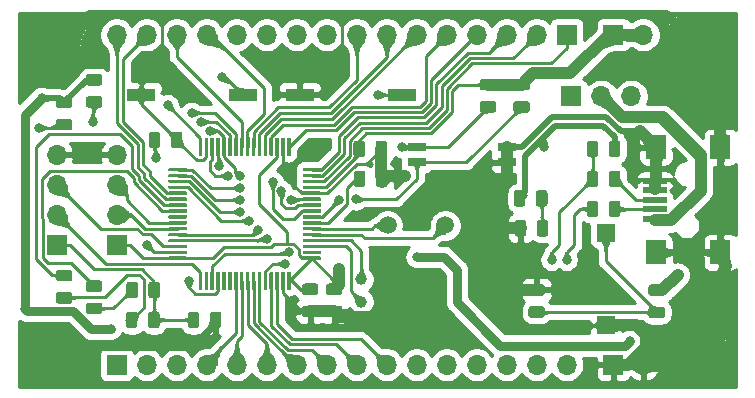
<source format=gbr>
G04 #@! TF.GenerationSoftware,KiCad,Pcbnew,5.1.5-52549c5~86~ubuntu18.04.1*
G04 #@! TF.CreationDate,2020-05-10T10:22:58+08:00*
G04 #@! TF.ProjectId,xzkb,787a6b62-2e6b-4696-9361-645f70636258,rev?*
G04 #@! TF.SameCoordinates,Original*
G04 #@! TF.FileFunction,Copper,L1,Top*
G04 #@! TF.FilePolarity,Positive*
%FSLAX46Y46*%
G04 Gerber Fmt 4.6, Leading zero omitted, Abs format (unit mm)*
G04 Created by KiCad (PCBNEW 5.1.5-52549c5~86~ubuntu18.04.1) date 2020-05-10 10:22:58*
%MOMM*%
%LPD*%
G04 APERTURE LIST*
%ADD10C,0.100000*%
%ADD11R,1.500000X1.500000*%
%ADD12R,1.700000X1.700000*%
%ADD13O,1.700000X1.700000*%
%ADD14R,2.440000X1.120000*%
%ADD15C,1.000000*%
%ADD16R,1.600000X0.760000*%
%ADD17C,1.500000*%
%ADD18R,2.000000X0.500000*%
%ADD19R,1.700000X2.000000*%
%ADD20C,4.000000*%
%ADD21C,0.800000*%
%ADD22C,1.000000*%
%ADD23C,0.250000*%
%ADD24C,0.500000*%
%ADD25C,0.800000*%
%ADD26C,0.600000*%
%ADD27C,0.025400*%
%ADD28C,0.254000*%
G04 APERTURE END LIST*
G04 #@! TA.AperFunction,SMDPad,CuDef*
D10*
G36*
X52494642Y-140271174D02*
G01*
X52518303Y-140274684D01*
X52541507Y-140280496D01*
X52564029Y-140288554D01*
X52585653Y-140298782D01*
X52606170Y-140311079D01*
X52625383Y-140325329D01*
X52643107Y-140341393D01*
X52659171Y-140359117D01*
X52673421Y-140378330D01*
X52685718Y-140398847D01*
X52695946Y-140420471D01*
X52704004Y-140442993D01*
X52709816Y-140466197D01*
X52713326Y-140489858D01*
X52714500Y-140513750D01*
X52714500Y-141426250D01*
X52713326Y-141450142D01*
X52709816Y-141473803D01*
X52704004Y-141497007D01*
X52695946Y-141519529D01*
X52685718Y-141541153D01*
X52673421Y-141561670D01*
X52659171Y-141580883D01*
X52643107Y-141598607D01*
X52625383Y-141614671D01*
X52606170Y-141628921D01*
X52585653Y-141641218D01*
X52564029Y-141651446D01*
X52541507Y-141659504D01*
X52518303Y-141665316D01*
X52494642Y-141668826D01*
X52470750Y-141670000D01*
X51983250Y-141670000D01*
X51959358Y-141668826D01*
X51935697Y-141665316D01*
X51912493Y-141659504D01*
X51889971Y-141651446D01*
X51868347Y-141641218D01*
X51847830Y-141628921D01*
X51828617Y-141614671D01*
X51810893Y-141598607D01*
X51794829Y-141580883D01*
X51780579Y-141561670D01*
X51768282Y-141541153D01*
X51758054Y-141519529D01*
X51749996Y-141497007D01*
X51744184Y-141473803D01*
X51740674Y-141450142D01*
X51739500Y-141426250D01*
X51739500Y-140513750D01*
X51740674Y-140489858D01*
X51744184Y-140466197D01*
X51749996Y-140442993D01*
X51758054Y-140420471D01*
X51768282Y-140398847D01*
X51780579Y-140378330D01*
X51794829Y-140359117D01*
X51810893Y-140341393D01*
X51828617Y-140325329D01*
X51847830Y-140311079D01*
X51868347Y-140298782D01*
X51889971Y-140288554D01*
X51912493Y-140280496D01*
X51935697Y-140274684D01*
X51959358Y-140271174D01*
X51983250Y-140270000D01*
X52470750Y-140270000D01*
X52494642Y-140271174D01*
G37*
G04 #@! TD.AperFunction*
G04 #@! TA.AperFunction,SMDPad,CuDef*
G36*
X54369642Y-140271174D02*
G01*
X54393303Y-140274684D01*
X54416507Y-140280496D01*
X54439029Y-140288554D01*
X54460653Y-140298782D01*
X54481170Y-140311079D01*
X54500383Y-140325329D01*
X54518107Y-140341393D01*
X54534171Y-140359117D01*
X54548421Y-140378330D01*
X54560718Y-140398847D01*
X54570946Y-140420471D01*
X54579004Y-140442993D01*
X54584816Y-140466197D01*
X54588326Y-140489858D01*
X54589500Y-140513750D01*
X54589500Y-141426250D01*
X54588326Y-141450142D01*
X54584816Y-141473803D01*
X54579004Y-141497007D01*
X54570946Y-141519529D01*
X54560718Y-141541153D01*
X54548421Y-141561670D01*
X54534171Y-141580883D01*
X54518107Y-141598607D01*
X54500383Y-141614671D01*
X54481170Y-141628921D01*
X54460653Y-141641218D01*
X54439029Y-141651446D01*
X54416507Y-141659504D01*
X54393303Y-141665316D01*
X54369642Y-141668826D01*
X54345750Y-141670000D01*
X53858250Y-141670000D01*
X53834358Y-141668826D01*
X53810697Y-141665316D01*
X53787493Y-141659504D01*
X53764971Y-141651446D01*
X53743347Y-141641218D01*
X53722830Y-141628921D01*
X53703617Y-141614671D01*
X53685893Y-141598607D01*
X53669829Y-141580883D01*
X53655579Y-141561670D01*
X53643282Y-141541153D01*
X53633054Y-141519529D01*
X53624996Y-141497007D01*
X53619184Y-141473803D01*
X53615674Y-141450142D01*
X53614500Y-141426250D01*
X53614500Y-140513750D01*
X53615674Y-140489858D01*
X53619184Y-140466197D01*
X53624996Y-140442993D01*
X53633054Y-140420471D01*
X53643282Y-140398847D01*
X53655579Y-140378330D01*
X53669829Y-140359117D01*
X53685893Y-140341393D01*
X53703617Y-140325329D01*
X53722830Y-140311079D01*
X53743347Y-140298782D01*
X53764971Y-140288554D01*
X53787493Y-140280496D01*
X53810697Y-140274684D01*
X53834358Y-140271174D01*
X53858250Y-140270000D01*
X54345750Y-140270000D01*
X54369642Y-140271174D01*
G37*
G04 #@! TD.AperFunction*
G04 #@! TA.AperFunction,SMDPad,CuDef*
G36*
X62937351Y-135605361D02*
G01*
X62944632Y-135606441D01*
X62951771Y-135608229D01*
X62958701Y-135610709D01*
X62965355Y-135613856D01*
X62971668Y-135617640D01*
X62977579Y-135622024D01*
X62983033Y-135626967D01*
X62987976Y-135632421D01*
X62992360Y-135638332D01*
X62996144Y-135644645D01*
X62999291Y-135651299D01*
X63001771Y-135658229D01*
X63003559Y-135665368D01*
X63004639Y-135672649D01*
X63005000Y-135680000D01*
X63005000Y-135830000D01*
X63004639Y-135837351D01*
X63003559Y-135844632D01*
X63001771Y-135851771D01*
X62999291Y-135858701D01*
X62996144Y-135865355D01*
X62992360Y-135871668D01*
X62987976Y-135877579D01*
X62983033Y-135883033D01*
X62977579Y-135887976D01*
X62971668Y-135892360D01*
X62965355Y-135896144D01*
X62958701Y-135899291D01*
X62951771Y-135901771D01*
X62944632Y-135903559D01*
X62937351Y-135904639D01*
X62930000Y-135905000D01*
X61530000Y-135905000D01*
X61522649Y-135904639D01*
X61515368Y-135903559D01*
X61508229Y-135901771D01*
X61501299Y-135899291D01*
X61494645Y-135896144D01*
X61488332Y-135892360D01*
X61482421Y-135887976D01*
X61476967Y-135883033D01*
X61472024Y-135877579D01*
X61467640Y-135871668D01*
X61463856Y-135865355D01*
X61460709Y-135858701D01*
X61458229Y-135851771D01*
X61456441Y-135844632D01*
X61455361Y-135837351D01*
X61455000Y-135830000D01*
X61455000Y-135680000D01*
X61455361Y-135672649D01*
X61456441Y-135665368D01*
X61458229Y-135658229D01*
X61460709Y-135651299D01*
X61463856Y-135644645D01*
X61467640Y-135638332D01*
X61472024Y-135632421D01*
X61476967Y-135626967D01*
X61482421Y-135622024D01*
X61488332Y-135617640D01*
X61494645Y-135613856D01*
X61501299Y-135610709D01*
X61508229Y-135608229D01*
X61515368Y-135606441D01*
X61522649Y-135605361D01*
X61530000Y-135605000D01*
X62930000Y-135605000D01*
X62937351Y-135605361D01*
G37*
G04 #@! TD.AperFunction*
G04 #@! TA.AperFunction,SMDPad,CuDef*
G36*
X62937351Y-135105361D02*
G01*
X62944632Y-135106441D01*
X62951771Y-135108229D01*
X62958701Y-135110709D01*
X62965355Y-135113856D01*
X62971668Y-135117640D01*
X62977579Y-135122024D01*
X62983033Y-135126967D01*
X62987976Y-135132421D01*
X62992360Y-135138332D01*
X62996144Y-135144645D01*
X62999291Y-135151299D01*
X63001771Y-135158229D01*
X63003559Y-135165368D01*
X63004639Y-135172649D01*
X63005000Y-135180000D01*
X63005000Y-135330000D01*
X63004639Y-135337351D01*
X63003559Y-135344632D01*
X63001771Y-135351771D01*
X62999291Y-135358701D01*
X62996144Y-135365355D01*
X62992360Y-135371668D01*
X62987976Y-135377579D01*
X62983033Y-135383033D01*
X62977579Y-135387976D01*
X62971668Y-135392360D01*
X62965355Y-135396144D01*
X62958701Y-135399291D01*
X62951771Y-135401771D01*
X62944632Y-135403559D01*
X62937351Y-135404639D01*
X62930000Y-135405000D01*
X61530000Y-135405000D01*
X61522649Y-135404639D01*
X61515368Y-135403559D01*
X61508229Y-135401771D01*
X61501299Y-135399291D01*
X61494645Y-135396144D01*
X61488332Y-135392360D01*
X61482421Y-135387976D01*
X61476967Y-135383033D01*
X61472024Y-135377579D01*
X61467640Y-135371668D01*
X61463856Y-135365355D01*
X61460709Y-135358701D01*
X61458229Y-135351771D01*
X61456441Y-135344632D01*
X61455361Y-135337351D01*
X61455000Y-135330000D01*
X61455000Y-135180000D01*
X61455361Y-135172649D01*
X61456441Y-135165368D01*
X61458229Y-135158229D01*
X61460709Y-135151299D01*
X61463856Y-135144645D01*
X61467640Y-135138332D01*
X61472024Y-135132421D01*
X61476967Y-135126967D01*
X61482421Y-135122024D01*
X61488332Y-135117640D01*
X61494645Y-135113856D01*
X61501299Y-135110709D01*
X61508229Y-135108229D01*
X61515368Y-135106441D01*
X61522649Y-135105361D01*
X61530000Y-135105000D01*
X62930000Y-135105000D01*
X62937351Y-135105361D01*
G37*
G04 #@! TD.AperFunction*
G04 #@! TA.AperFunction,SMDPad,CuDef*
G36*
X62937351Y-134605361D02*
G01*
X62944632Y-134606441D01*
X62951771Y-134608229D01*
X62958701Y-134610709D01*
X62965355Y-134613856D01*
X62971668Y-134617640D01*
X62977579Y-134622024D01*
X62983033Y-134626967D01*
X62987976Y-134632421D01*
X62992360Y-134638332D01*
X62996144Y-134644645D01*
X62999291Y-134651299D01*
X63001771Y-134658229D01*
X63003559Y-134665368D01*
X63004639Y-134672649D01*
X63005000Y-134680000D01*
X63005000Y-134830000D01*
X63004639Y-134837351D01*
X63003559Y-134844632D01*
X63001771Y-134851771D01*
X62999291Y-134858701D01*
X62996144Y-134865355D01*
X62992360Y-134871668D01*
X62987976Y-134877579D01*
X62983033Y-134883033D01*
X62977579Y-134887976D01*
X62971668Y-134892360D01*
X62965355Y-134896144D01*
X62958701Y-134899291D01*
X62951771Y-134901771D01*
X62944632Y-134903559D01*
X62937351Y-134904639D01*
X62930000Y-134905000D01*
X61530000Y-134905000D01*
X61522649Y-134904639D01*
X61515368Y-134903559D01*
X61508229Y-134901771D01*
X61501299Y-134899291D01*
X61494645Y-134896144D01*
X61488332Y-134892360D01*
X61482421Y-134887976D01*
X61476967Y-134883033D01*
X61472024Y-134877579D01*
X61467640Y-134871668D01*
X61463856Y-134865355D01*
X61460709Y-134858701D01*
X61458229Y-134851771D01*
X61456441Y-134844632D01*
X61455361Y-134837351D01*
X61455000Y-134830000D01*
X61455000Y-134680000D01*
X61455361Y-134672649D01*
X61456441Y-134665368D01*
X61458229Y-134658229D01*
X61460709Y-134651299D01*
X61463856Y-134644645D01*
X61467640Y-134638332D01*
X61472024Y-134632421D01*
X61476967Y-134626967D01*
X61482421Y-134622024D01*
X61488332Y-134617640D01*
X61494645Y-134613856D01*
X61501299Y-134610709D01*
X61508229Y-134608229D01*
X61515368Y-134606441D01*
X61522649Y-134605361D01*
X61530000Y-134605000D01*
X62930000Y-134605000D01*
X62937351Y-134605361D01*
G37*
G04 #@! TD.AperFunction*
G04 #@! TA.AperFunction,SMDPad,CuDef*
G36*
X62937351Y-134105361D02*
G01*
X62944632Y-134106441D01*
X62951771Y-134108229D01*
X62958701Y-134110709D01*
X62965355Y-134113856D01*
X62971668Y-134117640D01*
X62977579Y-134122024D01*
X62983033Y-134126967D01*
X62987976Y-134132421D01*
X62992360Y-134138332D01*
X62996144Y-134144645D01*
X62999291Y-134151299D01*
X63001771Y-134158229D01*
X63003559Y-134165368D01*
X63004639Y-134172649D01*
X63005000Y-134180000D01*
X63005000Y-134330000D01*
X63004639Y-134337351D01*
X63003559Y-134344632D01*
X63001771Y-134351771D01*
X62999291Y-134358701D01*
X62996144Y-134365355D01*
X62992360Y-134371668D01*
X62987976Y-134377579D01*
X62983033Y-134383033D01*
X62977579Y-134387976D01*
X62971668Y-134392360D01*
X62965355Y-134396144D01*
X62958701Y-134399291D01*
X62951771Y-134401771D01*
X62944632Y-134403559D01*
X62937351Y-134404639D01*
X62930000Y-134405000D01*
X61530000Y-134405000D01*
X61522649Y-134404639D01*
X61515368Y-134403559D01*
X61508229Y-134401771D01*
X61501299Y-134399291D01*
X61494645Y-134396144D01*
X61488332Y-134392360D01*
X61482421Y-134387976D01*
X61476967Y-134383033D01*
X61472024Y-134377579D01*
X61467640Y-134371668D01*
X61463856Y-134365355D01*
X61460709Y-134358701D01*
X61458229Y-134351771D01*
X61456441Y-134344632D01*
X61455361Y-134337351D01*
X61455000Y-134330000D01*
X61455000Y-134180000D01*
X61455361Y-134172649D01*
X61456441Y-134165368D01*
X61458229Y-134158229D01*
X61460709Y-134151299D01*
X61463856Y-134144645D01*
X61467640Y-134138332D01*
X61472024Y-134132421D01*
X61476967Y-134126967D01*
X61482421Y-134122024D01*
X61488332Y-134117640D01*
X61494645Y-134113856D01*
X61501299Y-134110709D01*
X61508229Y-134108229D01*
X61515368Y-134106441D01*
X61522649Y-134105361D01*
X61530000Y-134105000D01*
X62930000Y-134105000D01*
X62937351Y-134105361D01*
G37*
G04 #@! TD.AperFunction*
G04 #@! TA.AperFunction,SMDPad,CuDef*
G36*
X62937351Y-133605361D02*
G01*
X62944632Y-133606441D01*
X62951771Y-133608229D01*
X62958701Y-133610709D01*
X62965355Y-133613856D01*
X62971668Y-133617640D01*
X62977579Y-133622024D01*
X62983033Y-133626967D01*
X62987976Y-133632421D01*
X62992360Y-133638332D01*
X62996144Y-133644645D01*
X62999291Y-133651299D01*
X63001771Y-133658229D01*
X63003559Y-133665368D01*
X63004639Y-133672649D01*
X63005000Y-133680000D01*
X63005000Y-133830000D01*
X63004639Y-133837351D01*
X63003559Y-133844632D01*
X63001771Y-133851771D01*
X62999291Y-133858701D01*
X62996144Y-133865355D01*
X62992360Y-133871668D01*
X62987976Y-133877579D01*
X62983033Y-133883033D01*
X62977579Y-133887976D01*
X62971668Y-133892360D01*
X62965355Y-133896144D01*
X62958701Y-133899291D01*
X62951771Y-133901771D01*
X62944632Y-133903559D01*
X62937351Y-133904639D01*
X62930000Y-133905000D01*
X61530000Y-133905000D01*
X61522649Y-133904639D01*
X61515368Y-133903559D01*
X61508229Y-133901771D01*
X61501299Y-133899291D01*
X61494645Y-133896144D01*
X61488332Y-133892360D01*
X61482421Y-133887976D01*
X61476967Y-133883033D01*
X61472024Y-133877579D01*
X61467640Y-133871668D01*
X61463856Y-133865355D01*
X61460709Y-133858701D01*
X61458229Y-133851771D01*
X61456441Y-133844632D01*
X61455361Y-133837351D01*
X61455000Y-133830000D01*
X61455000Y-133680000D01*
X61455361Y-133672649D01*
X61456441Y-133665368D01*
X61458229Y-133658229D01*
X61460709Y-133651299D01*
X61463856Y-133644645D01*
X61467640Y-133638332D01*
X61472024Y-133632421D01*
X61476967Y-133626967D01*
X61482421Y-133622024D01*
X61488332Y-133617640D01*
X61494645Y-133613856D01*
X61501299Y-133610709D01*
X61508229Y-133608229D01*
X61515368Y-133606441D01*
X61522649Y-133605361D01*
X61530000Y-133605000D01*
X62930000Y-133605000D01*
X62937351Y-133605361D01*
G37*
G04 #@! TD.AperFunction*
G04 #@! TA.AperFunction,SMDPad,CuDef*
G36*
X62937351Y-133105361D02*
G01*
X62944632Y-133106441D01*
X62951771Y-133108229D01*
X62958701Y-133110709D01*
X62965355Y-133113856D01*
X62971668Y-133117640D01*
X62977579Y-133122024D01*
X62983033Y-133126967D01*
X62987976Y-133132421D01*
X62992360Y-133138332D01*
X62996144Y-133144645D01*
X62999291Y-133151299D01*
X63001771Y-133158229D01*
X63003559Y-133165368D01*
X63004639Y-133172649D01*
X63005000Y-133180000D01*
X63005000Y-133330000D01*
X63004639Y-133337351D01*
X63003559Y-133344632D01*
X63001771Y-133351771D01*
X62999291Y-133358701D01*
X62996144Y-133365355D01*
X62992360Y-133371668D01*
X62987976Y-133377579D01*
X62983033Y-133383033D01*
X62977579Y-133387976D01*
X62971668Y-133392360D01*
X62965355Y-133396144D01*
X62958701Y-133399291D01*
X62951771Y-133401771D01*
X62944632Y-133403559D01*
X62937351Y-133404639D01*
X62930000Y-133405000D01*
X61530000Y-133405000D01*
X61522649Y-133404639D01*
X61515368Y-133403559D01*
X61508229Y-133401771D01*
X61501299Y-133399291D01*
X61494645Y-133396144D01*
X61488332Y-133392360D01*
X61482421Y-133387976D01*
X61476967Y-133383033D01*
X61472024Y-133377579D01*
X61467640Y-133371668D01*
X61463856Y-133365355D01*
X61460709Y-133358701D01*
X61458229Y-133351771D01*
X61456441Y-133344632D01*
X61455361Y-133337351D01*
X61455000Y-133330000D01*
X61455000Y-133180000D01*
X61455361Y-133172649D01*
X61456441Y-133165368D01*
X61458229Y-133158229D01*
X61460709Y-133151299D01*
X61463856Y-133144645D01*
X61467640Y-133138332D01*
X61472024Y-133132421D01*
X61476967Y-133126967D01*
X61482421Y-133122024D01*
X61488332Y-133117640D01*
X61494645Y-133113856D01*
X61501299Y-133110709D01*
X61508229Y-133108229D01*
X61515368Y-133106441D01*
X61522649Y-133105361D01*
X61530000Y-133105000D01*
X62930000Y-133105000D01*
X62937351Y-133105361D01*
G37*
G04 #@! TD.AperFunction*
G04 #@! TA.AperFunction,SMDPad,CuDef*
G36*
X62937351Y-132605361D02*
G01*
X62944632Y-132606441D01*
X62951771Y-132608229D01*
X62958701Y-132610709D01*
X62965355Y-132613856D01*
X62971668Y-132617640D01*
X62977579Y-132622024D01*
X62983033Y-132626967D01*
X62987976Y-132632421D01*
X62992360Y-132638332D01*
X62996144Y-132644645D01*
X62999291Y-132651299D01*
X63001771Y-132658229D01*
X63003559Y-132665368D01*
X63004639Y-132672649D01*
X63005000Y-132680000D01*
X63005000Y-132830000D01*
X63004639Y-132837351D01*
X63003559Y-132844632D01*
X63001771Y-132851771D01*
X62999291Y-132858701D01*
X62996144Y-132865355D01*
X62992360Y-132871668D01*
X62987976Y-132877579D01*
X62983033Y-132883033D01*
X62977579Y-132887976D01*
X62971668Y-132892360D01*
X62965355Y-132896144D01*
X62958701Y-132899291D01*
X62951771Y-132901771D01*
X62944632Y-132903559D01*
X62937351Y-132904639D01*
X62930000Y-132905000D01*
X61530000Y-132905000D01*
X61522649Y-132904639D01*
X61515368Y-132903559D01*
X61508229Y-132901771D01*
X61501299Y-132899291D01*
X61494645Y-132896144D01*
X61488332Y-132892360D01*
X61482421Y-132887976D01*
X61476967Y-132883033D01*
X61472024Y-132877579D01*
X61467640Y-132871668D01*
X61463856Y-132865355D01*
X61460709Y-132858701D01*
X61458229Y-132851771D01*
X61456441Y-132844632D01*
X61455361Y-132837351D01*
X61455000Y-132830000D01*
X61455000Y-132680000D01*
X61455361Y-132672649D01*
X61456441Y-132665368D01*
X61458229Y-132658229D01*
X61460709Y-132651299D01*
X61463856Y-132644645D01*
X61467640Y-132638332D01*
X61472024Y-132632421D01*
X61476967Y-132626967D01*
X61482421Y-132622024D01*
X61488332Y-132617640D01*
X61494645Y-132613856D01*
X61501299Y-132610709D01*
X61508229Y-132608229D01*
X61515368Y-132606441D01*
X61522649Y-132605361D01*
X61530000Y-132605000D01*
X62930000Y-132605000D01*
X62937351Y-132605361D01*
G37*
G04 #@! TD.AperFunction*
G04 #@! TA.AperFunction,SMDPad,CuDef*
G36*
X62937351Y-132105361D02*
G01*
X62944632Y-132106441D01*
X62951771Y-132108229D01*
X62958701Y-132110709D01*
X62965355Y-132113856D01*
X62971668Y-132117640D01*
X62977579Y-132122024D01*
X62983033Y-132126967D01*
X62987976Y-132132421D01*
X62992360Y-132138332D01*
X62996144Y-132144645D01*
X62999291Y-132151299D01*
X63001771Y-132158229D01*
X63003559Y-132165368D01*
X63004639Y-132172649D01*
X63005000Y-132180000D01*
X63005000Y-132330000D01*
X63004639Y-132337351D01*
X63003559Y-132344632D01*
X63001771Y-132351771D01*
X62999291Y-132358701D01*
X62996144Y-132365355D01*
X62992360Y-132371668D01*
X62987976Y-132377579D01*
X62983033Y-132383033D01*
X62977579Y-132387976D01*
X62971668Y-132392360D01*
X62965355Y-132396144D01*
X62958701Y-132399291D01*
X62951771Y-132401771D01*
X62944632Y-132403559D01*
X62937351Y-132404639D01*
X62930000Y-132405000D01*
X61530000Y-132405000D01*
X61522649Y-132404639D01*
X61515368Y-132403559D01*
X61508229Y-132401771D01*
X61501299Y-132399291D01*
X61494645Y-132396144D01*
X61488332Y-132392360D01*
X61482421Y-132387976D01*
X61476967Y-132383033D01*
X61472024Y-132377579D01*
X61467640Y-132371668D01*
X61463856Y-132365355D01*
X61460709Y-132358701D01*
X61458229Y-132351771D01*
X61456441Y-132344632D01*
X61455361Y-132337351D01*
X61455000Y-132330000D01*
X61455000Y-132180000D01*
X61455361Y-132172649D01*
X61456441Y-132165368D01*
X61458229Y-132158229D01*
X61460709Y-132151299D01*
X61463856Y-132144645D01*
X61467640Y-132138332D01*
X61472024Y-132132421D01*
X61476967Y-132126967D01*
X61482421Y-132122024D01*
X61488332Y-132117640D01*
X61494645Y-132113856D01*
X61501299Y-132110709D01*
X61508229Y-132108229D01*
X61515368Y-132106441D01*
X61522649Y-132105361D01*
X61530000Y-132105000D01*
X62930000Y-132105000D01*
X62937351Y-132105361D01*
G37*
G04 #@! TD.AperFunction*
G04 #@! TA.AperFunction,SMDPad,CuDef*
G36*
X62937351Y-131605361D02*
G01*
X62944632Y-131606441D01*
X62951771Y-131608229D01*
X62958701Y-131610709D01*
X62965355Y-131613856D01*
X62971668Y-131617640D01*
X62977579Y-131622024D01*
X62983033Y-131626967D01*
X62987976Y-131632421D01*
X62992360Y-131638332D01*
X62996144Y-131644645D01*
X62999291Y-131651299D01*
X63001771Y-131658229D01*
X63003559Y-131665368D01*
X63004639Y-131672649D01*
X63005000Y-131680000D01*
X63005000Y-131830000D01*
X63004639Y-131837351D01*
X63003559Y-131844632D01*
X63001771Y-131851771D01*
X62999291Y-131858701D01*
X62996144Y-131865355D01*
X62992360Y-131871668D01*
X62987976Y-131877579D01*
X62983033Y-131883033D01*
X62977579Y-131887976D01*
X62971668Y-131892360D01*
X62965355Y-131896144D01*
X62958701Y-131899291D01*
X62951771Y-131901771D01*
X62944632Y-131903559D01*
X62937351Y-131904639D01*
X62930000Y-131905000D01*
X61530000Y-131905000D01*
X61522649Y-131904639D01*
X61515368Y-131903559D01*
X61508229Y-131901771D01*
X61501299Y-131899291D01*
X61494645Y-131896144D01*
X61488332Y-131892360D01*
X61482421Y-131887976D01*
X61476967Y-131883033D01*
X61472024Y-131877579D01*
X61467640Y-131871668D01*
X61463856Y-131865355D01*
X61460709Y-131858701D01*
X61458229Y-131851771D01*
X61456441Y-131844632D01*
X61455361Y-131837351D01*
X61455000Y-131830000D01*
X61455000Y-131680000D01*
X61455361Y-131672649D01*
X61456441Y-131665368D01*
X61458229Y-131658229D01*
X61460709Y-131651299D01*
X61463856Y-131644645D01*
X61467640Y-131638332D01*
X61472024Y-131632421D01*
X61476967Y-131626967D01*
X61482421Y-131622024D01*
X61488332Y-131617640D01*
X61494645Y-131613856D01*
X61501299Y-131610709D01*
X61508229Y-131608229D01*
X61515368Y-131606441D01*
X61522649Y-131605361D01*
X61530000Y-131605000D01*
X62930000Y-131605000D01*
X62937351Y-131605361D01*
G37*
G04 #@! TD.AperFunction*
G04 #@! TA.AperFunction,SMDPad,CuDef*
G36*
X62937351Y-131105361D02*
G01*
X62944632Y-131106441D01*
X62951771Y-131108229D01*
X62958701Y-131110709D01*
X62965355Y-131113856D01*
X62971668Y-131117640D01*
X62977579Y-131122024D01*
X62983033Y-131126967D01*
X62987976Y-131132421D01*
X62992360Y-131138332D01*
X62996144Y-131144645D01*
X62999291Y-131151299D01*
X63001771Y-131158229D01*
X63003559Y-131165368D01*
X63004639Y-131172649D01*
X63005000Y-131180000D01*
X63005000Y-131330000D01*
X63004639Y-131337351D01*
X63003559Y-131344632D01*
X63001771Y-131351771D01*
X62999291Y-131358701D01*
X62996144Y-131365355D01*
X62992360Y-131371668D01*
X62987976Y-131377579D01*
X62983033Y-131383033D01*
X62977579Y-131387976D01*
X62971668Y-131392360D01*
X62965355Y-131396144D01*
X62958701Y-131399291D01*
X62951771Y-131401771D01*
X62944632Y-131403559D01*
X62937351Y-131404639D01*
X62930000Y-131405000D01*
X61530000Y-131405000D01*
X61522649Y-131404639D01*
X61515368Y-131403559D01*
X61508229Y-131401771D01*
X61501299Y-131399291D01*
X61494645Y-131396144D01*
X61488332Y-131392360D01*
X61482421Y-131387976D01*
X61476967Y-131383033D01*
X61472024Y-131377579D01*
X61467640Y-131371668D01*
X61463856Y-131365355D01*
X61460709Y-131358701D01*
X61458229Y-131351771D01*
X61456441Y-131344632D01*
X61455361Y-131337351D01*
X61455000Y-131330000D01*
X61455000Y-131180000D01*
X61455361Y-131172649D01*
X61456441Y-131165368D01*
X61458229Y-131158229D01*
X61460709Y-131151299D01*
X61463856Y-131144645D01*
X61467640Y-131138332D01*
X61472024Y-131132421D01*
X61476967Y-131126967D01*
X61482421Y-131122024D01*
X61488332Y-131117640D01*
X61494645Y-131113856D01*
X61501299Y-131110709D01*
X61508229Y-131108229D01*
X61515368Y-131106441D01*
X61522649Y-131105361D01*
X61530000Y-131105000D01*
X62930000Y-131105000D01*
X62937351Y-131105361D01*
G37*
G04 #@! TD.AperFunction*
G04 #@! TA.AperFunction,SMDPad,CuDef*
G36*
X62937351Y-130605361D02*
G01*
X62944632Y-130606441D01*
X62951771Y-130608229D01*
X62958701Y-130610709D01*
X62965355Y-130613856D01*
X62971668Y-130617640D01*
X62977579Y-130622024D01*
X62983033Y-130626967D01*
X62987976Y-130632421D01*
X62992360Y-130638332D01*
X62996144Y-130644645D01*
X62999291Y-130651299D01*
X63001771Y-130658229D01*
X63003559Y-130665368D01*
X63004639Y-130672649D01*
X63005000Y-130680000D01*
X63005000Y-130830000D01*
X63004639Y-130837351D01*
X63003559Y-130844632D01*
X63001771Y-130851771D01*
X62999291Y-130858701D01*
X62996144Y-130865355D01*
X62992360Y-130871668D01*
X62987976Y-130877579D01*
X62983033Y-130883033D01*
X62977579Y-130887976D01*
X62971668Y-130892360D01*
X62965355Y-130896144D01*
X62958701Y-130899291D01*
X62951771Y-130901771D01*
X62944632Y-130903559D01*
X62937351Y-130904639D01*
X62930000Y-130905000D01*
X61530000Y-130905000D01*
X61522649Y-130904639D01*
X61515368Y-130903559D01*
X61508229Y-130901771D01*
X61501299Y-130899291D01*
X61494645Y-130896144D01*
X61488332Y-130892360D01*
X61482421Y-130887976D01*
X61476967Y-130883033D01*
X61472024Y-130877579D01*
X61467640Y-130871668D01*
X61463856Y-130865355D01*
X61460709Y-130858701D01*
X61458229Y-130851771D01*
X61456441Y-130844632D01*
X61455361Y-130837351D01*
X61455000Y-130830000D01*
X61455000Y-130680000D01*
X61455361Y-130672649D01*
X61456441Y-130665368D01*
X61458229Y-130658229D01*
X61460709Y-130651299D01*
X61463856Y-130644645D01*
X61467640Y-130638332D01*
X61472024Y-130632421D01*
X61476967Y-130626967D01*
X61482421Y-130622024D01*
X61488332Y-130617640D01*
X61494645Y-130613856D01*
X61501299Y-130610709D01*
X61508229Y-130608229D01*
X61515368Y-130606441D01*
X61522649Y-130605361D01*
X61530000Y-130605000D01*
X62930000Y-130605000D01*
X62937351Y-130605361D01*
G37*
G04 #@! TD.AperFunction*
G04 #@! TA.AperFunction,SMDPad,CuDef*
G36*
X62937351Y-130105361D02*
G01*
X62944632Y-130106441D01*
X62951771Y-130108229D01*
X62958701Y-130110709D01*
X62965355Y-130113856D01*
X62971668Y-130117640D01*
X62977579Y-130122024D01*
X62983033Y-130126967D01*
X62987976Y-130132421D01*
X62992360Y-130138332D01*
X62996144Y-130144645D01*
X62999291Y-130151299D01*
X63001771Y-130158229D01*
X63003559Y-130165368D01*
X63004639Y-130172649D01*
X63005000Y-130180000D01*
X63005000Y-130330000D01*
X63004639Y-130337351D01*
X63003559Y-130344632D01*
X63001771Y-130351771D01*
X62999291Y-130358701D01*
X62996144Y-130365355D01*
X62992360Y-130371668D01*
X62987976Y-130377579D01*
X62983033Y-130383033D01*
X62977579Y-130387976D01*
X62971668Y-130392360D01*
X62965355Y-130396144D01*
X62958701Y-130399291D01*
X62951771Y-130401771D01*
X62944632Y-130403559D01*
X62937351Y-130404639D01*
X62930000Y-130405000D01*
X61530000Y-130405000D01*
X61522649Y-130404639D01*
X61515368Y-130403559D01*
X61508229Y-130401771D01*
X61501299Y-130399291D01*
X61494645Y-130396144D01*
X61488332Y-130392360D01*
X61482421Y-130387976D01*
X61476967Y-130383033D01*
X61472024Y-130377579D01*
X61467640Y-130371668D01*
X61463856Y-130365355D01*
X61460709Y-130358701D01*
X61458229Y-130351771D01*
X61456441Y-130344632D01*
X61455361Y-130337351D01*
X61455000Y-130330000D01*
X61455000Y-130180000D01*
X61455361Y-130172649D01*
X61456441Y-130165368D01*
X61458229Y-130158229D01*
X61460709Y-130151299D01*
X61463856Y-130144645D01*
X61467640Y-130138332D01*
X61472024Y-130132421D01*
X61476967Y-130126967D01*
X61482421Y-130122024D01*
X61488332Y-130117640D01*
X61494645Y-130113856D01*
X61501299Y-130110709D01*
X61508229Y-130108229D01*
X61515368Y-130106441D01*
X61522649Y-130105361D01*
X61530000Y-130105000D01*
X62930000Y-130105000D01*
X62937351Y-130105361D01*
G37*
G04 #@! TD.AperFunction*
G04 #@! TA.AperFunction,SMDPad,CuDef*
G36*
X62937351Y-129605361D02*
G01*
X62944632Y-129606441D01*
X62951771Y-129608229D01*
X62958701Y-129610709D01*
X62965355Y-129613856D01*
X62971668Y-129617640D01*
X62977579Y-129622024D01*
X62983033Y-129626967D01*
X62987976Y-129632421D01*
X62992360Y-129638332D01*
X62996144Y-129644645D01*
X62999291Y-129651299D01*
X63001771Y-129658229D01*
X63003559Y-129665368D01*
X63004639Y-129672649D01*
X63005000Y-129680000D01*
X63005000Y-129830000D01*
X63004639Y-129837351D01*
X63003559Y-129844632D01*
X63001771Y-129851771D01*
X62999291Y-129858701D01*
X62996144Y-129865355D01*
X62992360Y-129871668D01*
X62987976Y-129877579D01*
X62983033Y-129883033D01*
X62977579Y-129887976D01*
X62971668Y-129892360D01*
X62965355Y-129896144D01*
X62958701Y-129899291D01*
X62951771Y-129901771D01*
X62944632Y-129903559D01*
X62937351Y-129904639D01*
X62930000Y-129905000D01*
X61530000Y-129905000D01*
X61522649Y-129904639D01*
X61515368Y-129903559D01*
X61508229Y-129901771D01*
X61501299Y-129899291D01*
X61494645Y-129896144D01*
X61488332Y-129892360D01*
X61482421Y-129887976D01*
X61476967Y-129883033D01*
X61472024Y-129877579D01*
X61467640Y-129871668D01*
X61463856Y-129865355D01*
X61460709Y-129858701D01*
X61458229Y-129851771D01*
X61456441Y-129844632D01*
X61455361Y-129837351D01*
X61455000Y-129830000D01*
X61455000Y-129680000D01*
X61455361Y-129672649D01*
X61456441Y-129665368D01*
X61458229Y-129658229D01*
X61460709Y-129651299D01*
X61463856Y-129644645D01*
X61467640Y-129638332D01*
X61472024Y-129632421D01*
X61476967Y-129626967D01*
X61482421Y-129622024D01*
X61488332Y-129617640D01*
X61494645Y-129613856D01*
X61501299Y-129610709D01*
X61508229Y-129608229D01*
X61515368Y-129606441D01*
X61522649Y-129605361D01*
X61530000Y-129605000D01*
X62930000Y-129605000D01*
X62937351Y-129605361D01*
G37*
G04 #@! TD.AperFunction*
G04 #@! TA.AperFunction,SMDPad,CuDef*
G36*
X62937351Y-129105361D02*
G01*
X62944632Y-129106441D01*
X62951771Y-129108229D01*
X62958701Y-129110709D01*
X62965355Y-129113856D01*
X62971668Y-129117640D01*
X62977579Y-129122024D01*
X62983033Y-129126967D01*
X62987976Y-129132421D01*
X62992360Y-129138332D01*
X62996144Y-129144645D01*
X62999291Y-129151299D01*
X63001771Y-129158229D01*
X63003559Y-129165368D01*
X63004639Y-129172649D01*
X63005000Y-129180000D01*
X63005000Y-129330000D01*
X63004639Y-129337351D01*
X63003559Y-129344632D01*
X63001771Y-129351771D01*
X62999291Y-129358701D01*
X62996144Y-129365355D01*
X62992360Y-129371668D01*
X62987976Y-129377579D01*
X62983033Y-129383033D01*
X62977579Y-129387976D01*
X62971668Y-129392360D01*
X62965355Y-129396144D01*
X62958701Y-129399291D01*
X62951771Y-129401771D01*
X62944632Y-129403559D01*
X62937351Y-129404639D01*
X62930000Y-129405000D01*
X61530000Y-129405000D01*
X61522649Y-129404639D01*
X61515368Y-129403559D01*
X61508229Y-129401771D01*
X61501299Y-129399291D01*
X61494645Y-129396144D01*
X61488332Y-129392360D01*
X61482421Y-129387976D01*
X61476967Y-129383033D01*
X61472024Y-129377579D01*
X61467640Y-129371668D01*
X61463856Y-129365355D01*
X61460709Y-129358701D01*
X61458229Y-129351771D01*
X61456441Y-129344632D01*
X61455361Y-129337351D01*
X61455000Y-129330000D01*
X61455000Y-129180000D01*
X61455361Y-129172649D01*
X61456441Y-129165368D01*
X61458229Y-129158229D01*
X61460709Y-129151299D01*
X61463856Y-129144645D01*
X61467640Y-129138332D01*
X61472024Y-129132421D01*
X61476967Y-129126967D01*
X61482421Y-129122024D01*
X61488332Y-129117640D01*
X61494645Y-129113856D01*
X61501299Y-129110709D01*
X61508229Y-129108229D01*
X61515368Y-129106441D01*
X61522649Y-129105361D01*
X61530000Y-129105000D01*
X62930000Y-129105000D01*
X62937351Y-129105361D01*
G37*
G04 #@! TD.AperFunction*
G04 #@! TA.AperFunction,SMDPad,CuDef*
G36*
X62937351Y-128605361D02*
G01*
X62944632Y-128606441D01*
X62951771Y-128608229D01*
X62958701Y-128610709D01*
X62965355Y-128613856D01*
X62971668Y-128617640D01*
X62977579Y-128622024D01*
X62983033Y-128626967D01*
X62987976Y-128632421D01*
X62992360Y-128638332D01*
X62996144Y-128644645D01*
X62999291Y-128651299D01*
X63001771Y-128658229D01*
X63003559Y-128665368D01*
X63004639Y-128672649D01*
X63005000Y-128680000D01*
X63005000Y-128830000D01*
X63004639Y-128837351D01*
X63003559Y-128844632D01*
X63001771Y-128851771D01*
X62999291Y-128858701D01*
X62996144Y-128865355D01*
X62992360Y-128871668D01*
X62987976Y-128877579D01*
X62983033Y-128883033D01*
X62977579Y-128887976D01*
X62971668Y-128892360D01*
X62965355Y-128896144D01*
X62958701Y-128899291D01*
X62951771Y-128901771D01*
X62944632Y-128903559D01*
X62937351Y-128904639D01*
X62930000Y-128905000D01*
X61530000Y-128905000D01*
X61522649Y-128904639D01*
X61515368Y-128903559D01*
X61508229Y-128901771D01*
X61501299Y-128899291D01*
X61494645Y-128896144D01*
X61488332Y-128892360D01*
X61482421Y-128887976D01*
X61476967Y-128883033D01*
X61472024Y-128877579D01*
X61467640Y-128871668D01*
X61463856Y-128865355D01*
X61460709Y-128858701D01*
X61458229Y-128851771D01*
X61456441Y-128844632D01*
X61455361Y-128837351D01*
X61455000Y-128830000D01*
X61455000Y-128680000D01*
X61455361Y-128672649D01*
X61456441Y-128665368D01*
X61458229Y-128658229D01*
X61460709Y-128651299D01*
X61463856Y-128644645D01*
X61467640Y-128638332D01*
X61472024Y-128632421D01*
X61476967Y-128626967D01*
X61482421Y-128622024D01*
X61488332Y-128617640D01*
X61494645Y-128613856D01*
X61501299Y-128610709D01*
X61508229Y-128608229D01*
X61515368Y-128606441D01*
X61522649Y-128605361D01*
X61530000Y-128605000D01*
X62930000Y-128605000D01*
X62937351Y-128605361D01*
G37*
G04 #@! TD.AperFunction*
G04 #@! TA.AperFunction,SMDPad,CuDef*
G36*
X62937351Y-128105361D02*
G01*
X62944632Y-128106441D01*
X62951771Y-128108229D01*
X62958701Y-128110709D01*
X62965355Y-128113856D01*
X62971668Y-128117640D01*
X62977579Y-128122024D01*
X62983033Y-128126967D01*
X62987976Y-128132421D01*
X62992360Y-128138332D01*
X62996144Y-128144645D01*
X62999291Y-128151299D01*
X63001771Y-128158229D01*
X63003559Y-128165368D01*
X63004639Y-128172649D01*
X63005000Y-128180000D01*
X63005000Y-128330000D01*
X63004639Y-128337351D01*
X63003559Y-128344632D01*
X63001771Y-128351771D01*
X62999291Y-128358701D01*
X62996144Y-128365355D01*
X62992360Y-128371668D01*
X62987976Y-128377579D01*
X62983033Y-128383033D01*
X62977579Y-128387976D01*
X62971668Y-128392360D01*
X62965355Y-128396144D01*
X62958701Y-128399291D01*
X62951771Y-128401771D01*
X62944632Y-128403559D01*
X62937351Y-128404639D01*
X62930000Y-128405000D01*
X61530000Y-128405000D01*
X61522649Y-128404639D01*
X61515368Y-128403559D01*
X61508229Y-128401771D01*
X61501299Y-128399291D01*
X61494645Y-128396144D01*
X61488332Y-128392360D01*
X61482421Y-128387976D01*
X61476967Y-128383033D01*
X61472024Y-128377579D01*
X61467640Y-128371668D01*
X61463856Y-128365355D01*
X61460709Y-128358701D01*
X61458229Y-128351771D01*
X61456441Y-128344632D01*
X61455361Y-128337351D01*
X61455000Y-128330000D01*
X61455000Y-128180000D01*
X61455361Y-128172649D01*
X61456441Y-128165368D01*
X61458229Y-128158229D01*
X61460709Y-128151299D01*
X61463856Y-128144645D01*
X61467640Y-128138332D01*
X61472024Y-128132421D01*
X61476967Y-128126967D01*
X61482421Y-128122024D01*
X61488332Y-128117640D01*
X61494645Y-128113856D01*
X61501299Y-128110709D01*
X61508229Y-128108229D01*
X61515368Y-128106441D01*
X61522649Y-128105361D01*
X61530000Y-128105000D01*
X62930000Y-128105000D01*
X62937351Y-128105361D01*
G37*
G04 #@! TD.AperFunction*
G04 #@! TA.AperFunction,SMDPad,CuDef*
G36*
X60387351Y-125555361D02*
G01*
X60394632Y-125556441D01*
X60401771Y-125558229D01*
X60408701Y-125560709D01*
X60415355Y-125563856D01*
X60421668Y-125567640D01*
X60427579Y-125572024D01*
X60433033Y-125576967D01*
X60437976Y-125582421D01*
X60442360Y-125588332D01*
X60446144Y-125594645D01*
X60449291Y-125601299D01*
X60451771Y-125608229D01*
X60453559Y-125615368D01*
X60454639Y-125622649D01*
X60455000Y-125630000D01*
X60455000Y-127030000D01*
X60454639Y-127037351D01*
X60453559Y-127044632D01*
X60451771Y-127051771D01*
X60449291Y-127058701D01*
X60446144Y-127065355D01*
X60442360Y-127071668D01*
X60437976Y-127077579D01*
X60433033Y-127083033D01*
X60427579Y-127087976D01*
X60421668Y-127092360D01*
X60415355Y-127096144D01*
X60408701Y-127099291D01*
X60401771Y-127101771D01*
X60394632Y-127103559D01*
X60387351Y-127104639D01*
X60380000Y-127105000D01*
X60230000Y-127105000D01*
X60222649Y-127104639D01*
X60215368Y-127103559D01*
X60208229Y-127101771D01*
X60201299Y-127099291D01*
X60194645Y-127096144D01*
X60188332Y-127092360D01*
X60182421Y-127087976D01*
X60176967Y-127083033D01*
X60172024Y-127077579D01*
X60167640Y-127071668D01*
X60163856Y-127065355D01*
X60160709Y-127058701D01*
X60158229Y-127051771D01*
X60156441Y-127044632D01*
X60155361Y-127037351D01*
X60155000Y-127030000D01*
X60155000Y-125630000D01*
X60155361Y-125622649D01*
X60156441Y-125615368D01*
X60158229Y-125608229D01*
X60160709Y-125601299D01*
X60163856Y-125594645D01*
X60167640Y-125588332D01*
X60172024Y-125582421D01*
X60176967Y-125576967D01*
X60182421Y-125572024D01*
X60188332Y-125567640D01*
X60194645Y-125563856D01*
X60201299Y-125560709D01*
X60208229Y-125558229D01*
X60215368Y-125556441D01*
X60222649Y-125555361D01*
X60230000Y-125555000D01*
X60380000Y-125555000D01*
X60387351Y-125555361D01*
G37*
G04 #@! TD.AperFunction*
G04 #@! TA.AperFunction,SMDPad,CuDef*
G36*
X59887351Y-125555361D02*
G01*
X59894632Y-125556441D01*
X59901771Y-125558229D01*
X59908701Y-125560709D01*
X59915355Y-125563856D01*
X59921668Y-125567640D01*
X59927579Y-125572024D01*
X59933033Y-125576967D01*
X59937976Y-125582421D01*
X59942360Y-125588332D01*
X59946144Y-125594645D01*
X59949291Y-125601299D01*
X59951771Y-125608229D01*
X59953559Y-125615368D01*
X59954639Y-125622649D01*
X59955000Y-125630000D01*
X59955000Y-127030000D01*
X59954639Y-127037351D01*
X59953559Y-127044632D01*
X59951771Y-127051771D01*
X59949291Y-127058701D01*
X59946144Y-127065355D01*
X59942360Y-127071668D01*
X59937976Y-127077579D01*
X59933033Y-127083033D01*
X59927579Y-127087976D01*
X59921668Y-127092360D01*
X59915355Y-127096144D01*
X59908701Y-127099291D01*
X59901771Y-127101771D01*
X59894632Y-127103559D01*
X59887351Y-127104639D01*
X59880000Y-127105000D01*
X59730000Y-127105000D01*
X59722649Y-127104639D01*
X59715368Y-127103559D01*
X59708229Y-127101771D01*
X59701299Y-127099291D01*
X59694645Y-127096144D01*
X59688332Y-127092360D01*
X59682421Y-127087976D01*
X59676967Y-127083033D01*
X59672024Y-127077579D01*
X59667640Y-127071668D01*
X59663856Y-127065355D01*
X59660709Y-127058701D01*
X59658229Y-127051771D01*
X59656441Y-127044632D01*
X59655361Y-127037351D01*
X59655000Y-127030000D01*
X59655000Y-125630000D01*
X59655361Y-125622649D01*
X59656441Y-125615368D01*
X59658229Y-125608229D01*
X59660709Y-125601299D01*
X59663856Y-125594645D01*
X59667640Y-125588332D01*
X59672024Y-125582421D01*
X59676967Y-125576967D01*
X59682421Y-125572024D01*
X59688332Y-125567640D01*
X59694645Y-125563856D01*
X59701299Y-125560709D01*
X59708229Y-125558229D01*
X59715368Y-125556441D01*
X59722649Y-125555361D01*
X59730000Y-125555000D01*
X59880000Y-125555000D01*
X59887351Y-125555361D01*
G37*
G04 #@! TD.AperFunction*
G04 #@! TA.AperFunction,SMDPad,CuDef*
G36*
X59387351Y-125555361D02*
G01*
X59394632Y-125556441D01*
X59401771Y-125558229D01*
X59408701Y-125560709D01*
X59415355Y-125563856D01*
X59421668Y-125567640D01*
X59427579Y-125572024D01*
X59433033Y-125576967D01*
X59437976Y-125582421D01*
X59442360Y-125588332D01*
X59446144Y-125594645D01*
X59449291Y-125601299D01*
X59451771Y-125608229D01*
X59453559Y-125615368D01*
X59454639Y-125622649D01*
X59455000Y-125630000D01*
X59455000Y-127030000D01*
X59454639Y-127037351D01*
X59453559Y-127044632D01*
X59451771Y-127051771D01*
X59449291Y-127058701D01*
X59446144Y-127065355D01*
X59442360Y-127071668D01*
X59437976Y-127077579D01*
X59433033Y-127083033D01*
X59427579Y-127087976D01*
X59421668Y-127092360D01*
X59415355Y-127096144D01*
X59408701Y-127099291D01*
X59401771Y-127101771D01*
X59394632Y-127103559D01*
X59387351Y-127104639D01*
X59380000Y-127105000D01*
X59230000Y-127105000D01*
X59222649Y-127104639D01*
X59215368Y-127103559D01*
X59208229Y-127101771D01*
X59201299Y-127099291D01*
X59194645Y-127096144D01*
X59188332Y-127092360D01*
X59182421Y-127087976D01*
X59176967Y-127083033D01*
X59172024Y-127077579D01*
X59167640Y-127071668D01*
X59163856Y-127065355D01*
X59160709Y-127058701D01*
X59158229Y-127051771D01*
X59156441Y-127044632D01*
X59155361Y-127037351D01*
X59155000Y-127030000D01*
X59155000Y-125630000D01*
X59155361Y-125622649D01*
X59156441Y-125615368D01*
X59158229Y-125608229D01*
X59160709Y-125601299D01*
X59163856Y-125594645D01*
X59167640Y-125588332D01*
X59172024Y-125582421D01*
X59176967Y-125576967D01*
X59182421Y-125572024D01*
X59188332Y-125567640D01*
X59194645Y-125563856D01*
X59201299Y-125560709D01*
X59208229Y-125558229D01*
X59215368Y-125556441D01*
X59222649Y-125555361D01*
X59230000Y-125555000D01*
X59380000Y-125555000D01*
X59387351Y-125555361D01*
G37*
G04 #@! TD.AperFunction*
G04 #@! TA.AperFunction,SMDPad,CuDef*
G36*
X58887351Y-125555361D02*
G01*
X58894632Y-125556441D01*
X58901771Y-125558229D01*
X58908701Y-125560709D01*
X58915355Y-125563856D01*
X58921668Y-125567640D01*
X58927579Y-125572024D01*
X58933033Y-125576967D01*
X58937976Y-125582421D01*
X58942360Y-125588332D01*
X58946144Y-125594645D01*
X58949291Y-125601299D01*
X58951771Y-125608229D01*
X58953559Y-125615368D01*
X58954639Y-125622649D01*
X58955000Y-125630000D01*
X58955000Y-127030000D01*
X58954639Y-127037351D01*
X58953559Y-127044632D01*
X58951771Y-127051771D01*
X58949291Y-127058701D01*
X58946144Y-127065355D01*
X58942360Y-127071668D01*
X58937976Y-127077579D01*
X58933033Y-127083033D01*
X58927579Y-127087976D01*
X58921668Y-127092360D01*
X58915355Y-127096144D01*
X58908701Y-127099291D01*
X58901771Y-127101771D01*
X58894632Y-127103559D01*
X58887351Y-127104639D01*
X58880000Y-127105000D01*
X58730000Y-127105000D01*
X58722649Y-127104639D01*
X58715368Y-127103559D01*
X58708229Y-127101771D01*
X58701299Y-127099291D01*
X58694645Y-127096144D01*
X58688332Y-127092360D01*
X58682421Y-127087976D01*
X58676967Y-127083033D01*
X58672024Y-127077579D01*
X58667640Y-127071668D01*
X58663856Y-127065355D01*
X58660709Y-127058701D01*
X58658229Y-127051771D01*
X58656441Y-127044632D01*
X58655361Y-127037351D01*
X58655000Y-127030000D01*
X58655000Y-125630000D01*
X58655361Y-125622649D01*
X58656441Y-125615368D01*
X58658229Y-125608229D01*
X58660709Y-125601299D01*
X58663856Y-125594645D01*
X58667640Y-125588332D01*
X58672024Y-125582421D01*
X58676967Y-125576967D01*
X58682421Y-125572024D01*
X58688332Y-125567640D01*
X58694645Y-125563856D01*
X58701299Y-125560709D01*
X58708229Y-125558229D01*
X58715368Y-125556441D01*
X58722649Y-125555361D01*
X58730000Y-125555000D01*
X58880000Y-125555000D01*
X58887351Y-125555361D01*
G37*
G04 #@! TD.AperFunction*
G04 #@! TA.AperFunction,SMDPad,CuDef*
G36*
X58387351Y-125555361D02*
G01*
X58394632Y-125556441D01*
X58401771Y-125558229D01*
X58408701Y-125560709D01*
X58415355Y-125563856D01*
X58421668Y-125567640D01*
X58427579Y-125572024D01*
X58433033Y-125576967D01*
X58437976Y-125582421D01*
X58442360Y-125588332D01*
X58446144Y-125594645D01*
X58449291Y-125601299D01*
X58451771Y-125608229D01*
X58453559Y-125615368D01*
X58454639Y-125622649D01*
X58455000Y-125630000D01*
X58455000Y-127030000D01*
X58454639Y-127037351D01*
X58453559Y-127044632D01*
X58451771Y-127051771D01*
X58449291Y-127058701D01*
X58446144Y-127065355D01*
X58442360Y-127071668D01*
X58437976Y-127077579D01*
X58433033Y-127083033D01*
X58427579Y-127087976D01*
X58421668Y-127092360D01*
X58415355Y-127096144D01*
X58408701Y-127099291D01*
X58401771Y-127101771D01*
X58394632Y-127103559D01*
X58387351Y-127104639D01*
X58380000Y-127105000D01*
X58230000Y-127105000D01*
X58222649Y-127104639D01*
X58215368Y-127103559D01*
X58208229Y-127101771D01*
X58201299Y-127099291D01*
X58194645Y-127096144D01*
X58188332Y-127092360D01*
X58182421Y-127087976D01*
X58176967Y-127083033D01*
X58172024Y-127077579D01*
X58167640Y-127071668D01*
X58163856Y-127065355D01*
X58160709Y-127058701D01*
X58158229Y-127051771D01*
X58156441Y-127044632D01*
X58155361Y-127037351D01*
X58155000Y-127030000D01*
X58155000Y-125630000D01*
X58155361Y-125622649D01*
X58156441Y-125615368D01*
X58158229Y-125608229D01*
X58160709Y-125601299D01*
X58163856Y-125594645D01*
X58167640Y-125588332D01*
X58172024Y-125582421D01*
X58176967Y-125576967D01*
X58182421Y-125572024D01*
X58188332Y-125567640D01*
X58194645Y-125563856D01*
X58201299Y-125560709D01*
X58208229Y-125558229D01*
X58215368Y-125556441D01*
X58222649Y-125555361D01*
X58230000Y-125555000D01*
X58380000Y-125555000D01*
X58387351Y-125555361D01*
G37*
G04 #@! TD.AperFunction*
G04 #@! TA.AperFunction,SMDPad,CuDef*
G36*
X57887351Y-125555361D02*
G01*
X57894632Y-125556441D01*
X57901771Y-125558229D01*
X57908701Y-125560709D01*
X57915355Y-125563856D01*
X57921668Y-125567640D01*
X57927579Y-125572024D01*
X57933033Y-125576967D01*
X57937976Y-125582421D01*
X57942360Y-125588332D01*
X57946144Y-125594645D01*
X57949291Y-125601299D01*
X57951771Y-125608229D01*
X57953559Y-125615368D01*
X57954639Y-125622649D01*
X57955000Y-125630000D01*
X57955000Y-127030000D01*
X57954639Y-127037351D01*
X57953559Y-127044632D01*
X57951771Y-127051771D01*
X57949291Y-127058701D01*
X57946144Y-127065355D01*
X57942360Y-127071668D01*
X57937976Y-127077579D01*
X57933033Y-127083033D01*
X57927579Y-127087976D01*
X57921668Y-127092360D01*
X57915355Y-127096144D01*
X57908701Y-127099291D01*
X57901771Y-127101771D01*
X57894632Y-127103559D01*
X57887351Y-127104639D01*
X57880000Y-127105000D01*
X57730000Y-127105000D01*
X57722649Y-127104639D01*
X57715368Y-127103559D01*
X57708229Y-127101771D01*
X57701299Y-127099291D01*
X57694645Y-127096144D01*
X57688332Y-127092360D01*
X57682421Y-127087976D01*
X57676967Y-127083033D01*
X57672024Y-127077579D01*
X57667640Y-127071668D01*
X57663856Y-127065355D01*
X57660709Y-127058701D01*
X57658229Y-127051771D01*
X57656441Y-127044632D01*
X57655361Y-127037351D01*
X57655000Y-127030000D01*
X57655000Y-125630000D01*
X57655361Y-125622649D01*
X57656441Y-125615368D01*
X57658229Y-125608229D01*
X57660709Y-125601299D01*
X57663856Y-125594645D01*
X57667640Y-125588332D01*
X57672024Y-125582421D01*
X57676967Y-125576967D01*
X57682421Y-125572024D01*
X57688332Y-125567640D01*
X57694645Y-125563856D01*
X57701299Y-125560709D01*
X57708229Y-125558229D01*
X57715368Y-125556441D01*
X57722649Y-125555361D01*
X57730000Y-125555000D01*
X57880000Y-125555000D01*
X57887351Y-125555361D01*
G37*
G04 #@! TD.AperFunction*
G04 #@! TA.AperFunction,SMDPad,CuDef*
G36*
X57387351Y-125555361D02*
G01*
X57394632Y-125556441D01*
X57401771Y-125558229D01*
X57408701Y-125560709D01*
X57415355Y-125563856D01*
X57421668Y-125567640D01*
X57427579Y-125572024D01*
X57433033Y-125576967D01*
X57437976Y-125582421D01*
X57442360Y-125588332D01*
X57446144Y-125594645D01*
X57449291Y-125601299D01*
X57451771Y-125608229D01*
X57453559Y-125615368D01*
X57454639Y-125622649D01*
X57455000Y-125630000D01*
X57455000Y-127030000D01*
X57454639Y-127037351D01*
X57453559Y-127044632D01*
X57451771Y-127051771D01*
X57449291Y-127058701D01*
X57446144Y-127065355D01*
X57442360Y-127071668D01*
X57437976Y-127077579D01*
X57433033Y-127083033D01*
X57427579Y-127087976D01*
X57421668Y-127092360D01*
X57415355Y-127096144D01*
X57408701Y-127099291D01*
X57401771Y-127101771D01*
X57394632Y-127103559D01*
X57387351Y-127104639D01*
X57380000Y-127105000D01*
X57230000Y-127105000D01*
X57222649Y-127104639D01*
X57215368Y-127103559D01*
X57208229Y-127101771D01*
X57201299Y-127099291D01*
X57194645Y-127096144D01*
X57188332Y-127092360D01*
X57182421Y-127087976D01*
X57176967Y-127083033D01*
X57172024Y-127077579D01*
X57167640Y-127071668D01*
X57163856Y-127065355D01*
X57160709Y-127058701D01*
X57158229Y-127051771D01*
X57156441Y-127044632D01*
X57155361Y-127037351D01*
X57155000Y-127030000D01*
X57155000Y-125630000D01*
X57155361Y-125622649D01*
X57156441Y-125615368D01*
X57158229Y-125608229D01*
X57160709Y-125601299D01*
X57163856Y-125594645D01*
X57167640Y-125588332D01*
X57172024Y-125582421D01*
X57176967Y-125576967D01*
X57182421Y-125572024D01*
X57188332Y-125567640D01*
X57194645Y-125563856D01*
X57201299Y-125560709D01*
X57208229Y-125558229D01*
X57215368Y-125556441D01*
X57222649Y-125555361D01*
X57230000Y-125555000D01*
X57380000Y-125555000D01*
X57387351Y-125555361D01*
G37*
G04 #@! TD.AperFunction*
G04 #@! TA.AperFunction,SMDPad,CuDef*
G36*
X56887351Y-125555361D02*
G01*
X56894632Y-125556441D01*
X56901771Y-125558229D01*
X56908701Y-125560709D01*
X56915355Y-125563856D01*
X56921668Y-125567640D01*
X56927579Y-125572024D01*
X56933033Y-125576967D01*
X56937976Y-125582421D01*
X56942360Y-125588332D01*
X56946144Y-125594645D01*
X56949291Y-125601299D01*
X56951771Y-125608229D01*
X56953559Y-125615368D01*
X56954639Y-125622649D01*
X56955000Y-125630000D01*
X56955000Y-127030000D01*
X56954639Y-127037351D01*
X56953559Y-127044632D01*
X56951771Y-127051771D01*
X56949291Y-127058701D01*
X56946144Y-127065355D01*
X56942360Y-127071668D01*
X56937976Y-127077579D01*
X56933033Y-127083033D01*
X56927579Y-127087976D01*
X56921668Y-127092360D01*
X56915355Y-127096144D01*
X56908701Y-127099291D01*
X56901771Y-127101771D01*
X56894632Y-127103559D01*
X56887351Y-127104639D01*
X56880000Y-127105000D01*
X56730000Y-127105000D01*
X56722649Y-127104639D01*
X56715368Y-127103559D01*
X56708229Y-127101771D01*
X56701299Y-127099291D01*
X56694645Y-127096144D01*
X56688332Y-127092360D01*
X56682421Y-127087976D01*
X56676967Y-127083033D01*
X56672024Y-127077579D01*
X56667640Y-127071668D01*
X56663856Y-127065355D01*
X56660709Y-127058701D01*
X56658229Y-127051771D01*
X56656441Y-127044632D01*
X56655361Y-127037351D01*
X56655000Y-127030000D01*
X56655000Y-125630000D01*
X56655361Y-125622649D01*
X56656441Y-125615368D01*
X56658229Y-125608229D01*
X56660709Y-125601299D01*
X56663856Y-125594645D01*
X56667640Y-125588332D01*
X56672024Y-125582421D01*
X56676967Y-125576967D01*
X56682421Y-125572024D01*
X56688332Y-125567640D01*
X56694645Y-125563856D01*
X56701299Y-125560709D01*
X56708229Y-125558229D01*
X56715368Y-125556441D01*
X56722649Y-125555361D01*
X56730000Y-125555000D01*
X56880000Y-125555000D01*
X56887351Y-125555361D01*
G37*
G04 #@! TD.AperFunction*
G04 #@! TA.AperFunction,SMDPad,CuDef*
G36*
X56387351Y-125555361D02*
G01*
X56394632Y-125556441D01*
X56401771Y-125558229D01*
X56408701Y-125560709D01*
X56415355Y-125563856D01*
X56421668Y-125567640D01*
X56427579Y-125572024D01*
X56433033Y-125576967D01*
X56437976Y-125582421D01*
X56442360Y-125588332D01*
X56446144Y-125594645D01*
X56449291Y-125601299D01*
X56451771Y-125608229D01*
X56453559Y-125615368D01*
X56454639Y-125622649D01*
X56455000Y-125630000D01*
X56455000Y-127030000D01*
X56454639Y-127037351D01*
X56453559Y-127044632D01*
X56451771Y-127051771D01*
X56449291Y-127058701D01*
X56446144Y-127065355D01*
X56442360Y-127071668D01*
X56437976Y-127077579D01*
X56433033Y-127083033D01*
X56427579Y-127087976D01*
X56421668Y-127092360D01*
X56415355Y-127096144D01*
X56408701Y-127099291D01*
X56401771Y-127101771D01*
X56394632Y-127103559D01*
X56387351Y-127104639D01*
X56380000Y-127105000D01*
X56230000Y-127105000D01*
X56222649Y-127104639D01*
X56215368Y-127103559D01*
X56208229Y-127101771D01*
X56201299Y-127099291D01*
X56194645Y-127096144D01*
X56188332Y-127092360D01*
X56182421Y-127087976D01*
X56176967Y-127083033D01*
X56172024Y-127077579D01*
X56167640Y-127071668D01*
X56163856Y-127065355D01*
X56160709Y-127058701D01*
X56158229Y-127051771D01*
X56156441Y-127044632D01*
X56155361Y-127037351D01*
X56155000Y-127030000D01*
X56155000Y-125630000D01*
X56155361Y-125622649D01*
X56156441Y-125615368D01*
X56158229Y-125608229D01*
X56160709Y-125601299D01*
X56163856Y-125594645D01*
X56167640Y-125588332D01*
X56172024Y-125582421D01*
X56176967Y-125576967D01*
X56182421Y-125572024D01*
X56188332Y-125567640D01*
X56194645Y-125563856D01*
X56201299Y-125560709D01*
X56208229Y-125558229D01*
X56215368Y-125556441D01*
X56222649Y-125555361D01*
X56230000Y-125555000D01*
X56380000Y-125555000D01*
X56387351Y-125555361D01*
G37*
G04 #@! TD.AperFunction*
G04 #@! TA.AperFunction,SMDPad,CuDef*
G36*
X55887351Y-125555361D02*
G01*
X55894632Y-125556441D01*
X55901771Y-125558229D01*
X55908701Y-125560709D01*
X55915355Y-125563856D01*
X55921668Y-125567640D01*
X55927579Y-125572024D01*
X55933033Y-125576967D01*
X55937976Y-125582421D01*
X55942360Y-125588332D01*
X55946144Y-125594645D01*
X55949291Y-125601299D01*
X55951771Y-125608229D01*
X55953559Y-125615368D01*
X55954639Y-125622649D01*
X55955000Y-125630000D01*
X55955000Y-127030000D01*
X55954639Y-127037351D01*
X55953559Y-127044632D01*
X55951771Y-127051771D01*
X55949291Y-127058701D01*
X55946144Y-127065355D01*
X55942360Y-127071668D01*
X55937976Y-127077579D01*
X55933033Y-127083033D01*
X55927579Y-127087976D01*
X55921668Y-127092360D01*
X55915355Y-127096144D01*
X55908701Y-127099291D01*
X55901771Y-127101771D01*
X55894632Y-127103559D01*
X55887351Y-127104639D01*
X55880000Y-127105000D01*
X55730000Y-127105000D01*
X55722649Y-127104639D01*
X55715368Y-127103559D01*
X55708229Y-127101771D01*
X55701299Y-127099291D01*
X55694645Y-127096144D01*
X55688332Y-127092360D01*
X55682421Y-127087976D01*
X55676967Y-127083033D01*
X55672024Y-127077579D01*
X55667640Y-127071668D01*
X55663856Y-127065355D01*
X55660709Y-127058701D01*
X55658229Y-127051771D01*
X55656441Y-127044632D01*
X55655361Y-127037351D01*
X55655000Y-127030000D01*
X55655000Y-125630000D01*
X55655361Y-125622649D01*
X55656441Y-125615368D01*
X55658229Y-125608229D01*
X55660709Y-125601299D01*
X55663856Y-125594645D01*
X55667640Y-125588332D01*
X55672024Y-125582421D01*
X55676967Y-125576967D01*
X55682421Y-125572024D01*
X55688332Y-125567640D01*
X55694645Y-125563856D01*
X55701299Y-125560709D01*
X55708229Y-125558229D01*
X55715368Y-125556441D01*
X55722649Y-125555361D01*
X55730000Y-125555000D01*
X55880000Y-125555000D01*
X55887351Y-125555361D01*
G37*
G04 #@! TD.AperFunction*
G04 #@! TA.AperFunction,SMDPad,CuDef*
G36*
X55387351Y-125555361D02*
G01*
X55394632Y-125556441D01*
X55401771Y-125558229D01*
X55408701Y-125560709D01*
X55415355Y-125563856D01*
X55421668Y-125567640D01*
X55427579Y-125572024D01*
X55433033Y-125576967D01*
X55437976Y-125582421D01*
X55442360Y-125588332D01*
X55446144Y-125594645D01*
X55449291Y-125601299D01*
X55451771Y-125608229D01*
X55453559Y-125615368D01*
X55454639Y-125622649D01*
X55455000Y-125630000D01*
X55455000Y-127030000D01*
X55454639Y-127037351D01*
X55453559Y-127044632D01*
X55451771Y-127051771D01*
X55449291Y-127058701D01*
X55446144Y-127065355D01*
X55442360Y-127071668D01*
X55437976Y-127077579D01*
X55433033Y-127083033D01*
X55427579Y-127087976D01*
X55421668Y-127092360D01*
X55415355Y-127096144D01*
X55408701Y-127099291D01*
X55401771Y-127101771D01*
X55394632Y-127103559D01*
X55387351Y-127104639D01*
X55380000Y-127105000D01*
X55230000Y-127105000D01*
X55222649Y-127104639D01*
X55215368Y-127103559D01*
X55208229Y-127101771D01*
X55201299Y-127099291D01*
X55194645Y-127096144D01*
X55188332Y-127092360D01*
X55182421Y-127087976D01*
X55176967Y-127083033D01*
X55172024Y-127077579D01*
X55167640Y-127071668D01*
X55163856Y-127065355D01*
X55160709Y-127058701D01*
X55158229Y-127051771D01*
X55156441Y-127044632D01*
X55155361Y-127037351D01*
X55155000Y-127030000D01*
X55155000Y-125630000D01*
X55155361Y-125622649D01*
X55156441Y-125615368D01*
X55158229Y-125608229D01*
X55160709Y-125601299D01*
X55163856Y-125594645D01*
X55167640Y-125588332D01*
X55172024Y-125582421D01*
X55176967Y-125576967D01*
X55182421Y-125572024D01*
X55188332Y-125567640D01*
X55194645Y-125563856D01*
X55201299Y-125560709D01*
X55208229Y-125558229D01*
X55215368Y-125556441D01*
X55222649Y-125555361D01*
X55230000Y-125555000D01*
X55380000Y-125555000D01*
X55387351Y-125555361D01*
G37*
G04 #@! TD.AperFunction*
G04 #@! TA.AperFunction,SMDPad,CuDef*
G36*
X54887351Y-125555361D02*
G01*
X54894632Y-125556441D01*
X54901771Y-125558229D01*
X54908701Y-125560709D01*
X54915355Y-125563856D01*
X54921668Y-125567640D01*
X54927579Y-125572024D01*
X54933033Y-125576967D01*
X54937976Y-125582421D01*
X54942360Y-125588332D01*
X54946144Y-125594645D01*
X54949291Y-125601299D01*
X54951771Y-125608229D01*
X54953559Y-125615368D01*
X54954639Y-125622649D01*
X54955000Y-125630000D01*
X54955000Y-127030000D01*
X54954639Y-127037351D01*
X54953559Y-127044632D01*
X54951771Y-127051771D01*
X54949291Y-127058701D01*
X54946144Y-127065355D01*
X54942360Y-127071668D01*
X54937976Y-127077579D01*
X54933033Y-127083033D01*
X54927579Y-127087976D01*
X54921668Y-127092360D01*
X54915355Y-127096144D01*
X54908701Y-127099291D01*
X54901771Y-127101771D01*
X54894632Y-127103559D01*
X54887351Y-127104639D01*
X54880000Y-127105000D01*
X54730000Y-127105000D01*
X54722649Y-127104639D01*
X54715368Y-127103559D01*
X54708229Y-127101771D01*
X54701299Y-127099291D01*
X54694645Y-127096144D01*
X54688332Y-127092360D01*
X54682421Y-127087976D01*
X54676967Y-127083033D01*
X54672024Y-127077579D01*
X54667640Y-127071668D01*
X54663856Y-127065355D01*
X54660709Y-127058701D01*
X54658229Y-127051771D01*
X54656441Y-127044632D01*
X54655361Y-127037351D01*
X54655000Y-127030000D01*
X54655000Y-125630000D01*
X54655361Y-125622649D01*
X54656441Y-125615368D01*
X54658229Y-125608229D01*
X54660709Y-125601299D01*
X54663856Y-125594645D01*
X54667640Y-125588332D01*
X54672024Y-125582421D01*
X54676967Y-125576967D01*
X54682421Y-125572024D01*
X54688332Y-125567640D01*
X54694645Y-125563856D01*
X54701299Y-125560709D01*
X54708229Y-125558229D01*
X54715368Y-125556441D01*
X54722649Y-125555361D01*
X54730000Y-125555000D01*
X54880000Y-125555000D01*
X54887351Y-125555361D01*
G37*
G04 #@! TD.AperFunction*
G04 #@! TA.AperFunction,SMDPad,CuDef*
G36*
X54387351Y-125555361D02*
G01*
X54394632Y-125556441D01*
X54401771Y-125558229D01*
X54408701Y-125560709D01*
X54415355Y-125563856D01*
X54421668Y-125567640D01*
X54427579Y-125572024D01*
X54433033Y-125576967D01*
X54437976Y-125582421D01*
X54442360Y-125588332D01*
X54446144Y-125594645D01*
X54449291Y-125601299D01*
X54451771Y-125608229D01*
X54453559Y-125615368D01*
X54454639Y-125622649D01*
X54455000Y-125630000D01*
X54455000Y-127030000D01*
X54454639Y-127037351D01*
X54453559Y-127044632D01*
X54451771Y-127051771D01*
X54449291Y-127058701D01*
X54446144Y-127065355D01*
X54442360Y-127071668D01*
X54437976Y-127077579D01*
X54433033Y-127083033D01*
X54427579Y-127087976D01*
X54421668Y-127092360D01*
X54415355Y-127096144D01*
X54408701Y-127099291D01*
X54401771Y-127101771D01*
X54394632Y-127103559D01*
X54387351Y-127104639D01*
X54380000Y-127105000D01*
X54230000Y-127105000D01*
X54222649Y-127104639D01*
X54215368Y-127103559D01*
X54208229Y-127101771D01*
X54201299Y-127099291D01*
X54194645Y-127096144D01*
X54188332Y-127092360D01*
X54182421Y-127087976D01*
X54176967Y-127083033D01*
X54172024Y-127077579D01*
X54167640Y-127071668D01*
X54163856Y-127065355D01*
X54160709Y-127058701D01*
X54158229Y-127051771D01*
X54156441Y-127044632D01*
X54155361Y-127037351D01*
X54155000Y-127030000D01*
X54155000Y-125630000D01*
X54155361Y-125622649D01*
X54156441Y-125615368D01*
X54158229Y-125608229D01*
X54160709Y-125601299D01*
X54163856Y-125594645D01*
X54167640Y-125588332D01*
X54172024Y-125582421D01*
X54176967Y-125576967D01*
X54182421Y-125572024D01*
X54188332Y-125567640D01*
X54194645Y-125563856D01*
X54201299Y-125560709D01*
X54208229Y-125558229D01*
X54215368Y-125556441D01*
X54222649Y-125555361D01*
X54230000Y-125555000D01*
X54380000Y-125555000D01*
X54387351Y-125555361D01*
G37*
G04 #@! TD.AperFunction*
G04 #@! TA.AperFunction,SMDPad,CuDef*
G36*
X53887351Y-125555361D02*
G01*
X53894632Y-125556441D01*
X53901771Y-125558229D01*
X53908701Y-125560709D01*
X53915355Y-125563856D01*
X53921668Y-125567640D01*
X53927579Y-125572024D01*
X53933033Y-125576967D01*
X53937976Y-125582421D01*
X53942360Y-125588332D01*
X53946144Y-125594645D01*
X53949291Y-125601299D01*
X53951771Y-125608229D01*
X53953559Y-125615368D01*
X53954639Y-125622649D01*
X53955000Y-125630000D01*
X53955000Y-127030000D01*
X53954639Y-127037351D01*
X53953559Y-127044632D01*
X53951771Y-127051771D01*
X53949291Y-127058701D01*
X53946144Y-127065355D01*
X53942360Y-127071668D01*
X53937976Y-127077579D01*
X53933033Y-127083033D01*
X53927579Y-127087976D01*
X53921668Y-127092360D01*
X53915355Y-127096144D01*
X53908701Y-127099291D01*
X53901771Y-127101771D01*
X53894632Y-127103559D01*
X53887351Y-127104639D01*
X53880000Y-127105000D01*
X53730000Y-127105000D01*
X53722649Y-127104639D01*
X53715368Y-127103559D01*
X53708229Y-127101771D01*
X53701299Y-127099291D01*
X53694645Y-127096144D01*
X53688332Y-127092360D01*
X53682421Y-127087976D01*
X53676967Y-127083033D01*
X53672024Y-127077579D01*
X53667640Y-127071668D01*
X53663856Y-127065355D01*
X53660709Y-127058701D01*
X53658229Y-127051771D01*
X53656441Y-127044632D01*
X53655361Y-127037351D01*
X53655000Y-127030000D01*
X53655000Y-125630000D01*
X53655361Y-125622649D01*
X53656441Y-125615368D01*
X53658229Y-125608229D01*
X53660709Y-125601299D01*
X53663856Y-125594645D01*
X53667640Y-125588332D01*
X53672024Y-125582421D01*
X53676967Y-125576967D01*
X53682421Y-125572024D01*
X53688332Y-125567640D01*
X53694645Y-125563856D01*
X53701299Y-125560709D01*
X53708229Y-125558229D01*
X53715368Y-125556441D01*
X53722649Y-125555361D01*
X53730000Y-125555000D01*
X53880000Y-125555000D01*
X53887351Y-125555361D01*
G37*
G04 #@! TD.AperFunction*
G04 #@! TA.AperFunction,SMDPad,CuDef*
G36*
X53387351Y-125555361D02*
G01*
X53394632Y-125556441D01*
X53401771Y-125558229D01*
X53408701Y-125560709D01*
X53415355Y-125563856D01*
X53421668Y-125567640D01*
X53427579Y-125572024D01*
X53433033Y-125576967D01*
X53437976Y-125582421D01*
X53442360Y-125588332D01*
X53446144Y-125594645D01*
X53449291Y-125601299D01*
X53451771Y-125608229D01*
X53453559Y-125615368D01*
X53454639Y-125622649D01*
X53455000Y-125630000D01*
X53455000Y-127030000D01*
X53454639Y-127037351D01*
X53453559Y-127044632D01*
X53451771Y-127051771D01*
X53449291Y-127058701D01*
X53446144Y-127065355D01*
X53442360Y-127071668D01*
X53437976Y-127077579D01*
X53433033Y-127083033D01*
X53427579Y-127087976D01*
X53421668Y-127092360D01*
X53415355Y-127096144D01*
X53408701Y-127099291D01*
X53401771Y-127101771D01*
X53394632Y-127103559D01*
X53387351Y-127104639D01*
X53380000Y-127105000D01*
X53230000Y-127105000D01*
X53222649Y-127104639D01*
X53215368Y-127103559D01*
X53208229Y-127101771D01*
X53201299Y-127099291D01*
X53194645Y-127096144D01*
X53188332Y-127092360D01*
X53182421Y-127087976D01*
X53176967Y-127083033D01*
X53172024Y-127077579D01*
X53167640Y-127071668D01*
X53163856Y-127065355D01*
X53160709Y-127058701D01*
X53158229Y-127051771D01*
X53156441Y-127044632D01*
X53155361Y-127037351D01*
X53155000Y-127030000D01*
X53155000Y-125630000D01*
X53155361Y-125622649D01*
X53156441Y-125615368D01*
X53158229Y-125608229D01*
X53160709Y-125601299D01*
X53163856Y-125594645D01*
X53167640Y-125588332D01*
X53172024Y-125582421D01*
X53176967Y-125576967D01*
X53182421Y-125572024D01*
X53188332Y-125567640D01*
X53194645Y-125563856D01*
X53201299Y-125560709D01*
X53208229Y-125558229D01*
X53215368Y-125556441D01*
X53222649Y-125555361D01*
X53230000Y-125555000D01*
X53380000Y-125555000D01*
X53387351Y-125555361D01*
G37*
G04 #@! TD.AperFunction*
G04 #@! TA.AperFunction,SMDPad,CuDef*
G36*
X52887351Y-125555361D02*
G01*
X52894632Y-125556441D01*
X52901771Y-125558229D01*
X52908701Y-125560709D01*
X52915355Y-125563856D01*
X52921668Y-125567640D01*
X52927579Y-125572024D01*
X52933033Y-125576967D01*
X52937976Y-125582421D01*
X52942360Y-125588332D01*
X52946144Y-125594645D01*
X52949291Y-125601299D01*
X52951771Y-125608229D01*
X52953559Y-125615368D01*
X52954639Y-125622649D01*
X52955000Y-125630000D01*
X52955000Y-127030000D01*
X52954639Y-127037351D01*
X52953559Y-127044632D01*
X52951771Y-127051771D01*
X52949291Y-127058701D01*
X52946144Y-127065355D01*
X52942360Y-127071668D01*
X52937976Y-127077579D01*
X52933033Y-127083033D01*
X52927579Y-127087976D01*
X52921668Y-127092360D01*
X52915355Y-127096144D01*
X52908701Y-127099291D01*
X52901771Y-127101771D01*
X52894632Y-127103559D01*
X52887351Y-127104639D01*
X52880000Y-127105000D01*
X52730000Y-127105000D01*
X52722649Y-127104639D01*
X52715368Y-127103559D01*
X52708229Y-127101771D01*
X52701299Y-127099291D01*
X52694645Y-127096144D01*
X52688332Y-127092360D01*
X52682421Y-127087976D01*
X52676967Y-127083033D01*
X52672024Y-127077579D01*
X52667640Y-127071668D01*
X52663856Y-127065355D01*
X52660709Y-127058701D01*
X52658229Y-127051771D01*
X52656441Y-127044632D01*
X52655361Y-127037351D01*
X52655000Y-127030000D01*
X52655000Y-125630000D01*
X52655361Y-125622649D01*
X52656441Y-125615368D01*
X52658229Y-125608229D01*
X52660709Y-125601299D01*
X52663856Y-125594645D01*
X52667640Y-125588332D01*
X52672024Y-125582421D01*
X52676967Y-125576967D01*
X52682421Y-125572024D01*
X52688332Y-125567640D01*
X52694645Y-125563856D01*
X52701299Y-125560709D01*
X52708229Y-125558229D01*
X52715368Y-125556441D01*
X52722649Y-125555361D01*
X52730000Y-125555000D01*
X52880000Y-125555000D01*
X52887351Y-125555361D01*
G37*
G04 #@! TD.AperFunction*
G04 #@! TA.AperFunction,SMDPad,CuDef*
G36*
X51587351Y-128105361D02*
G01*
X51594632Y-128106441D01*
X51601771Y-128108229D01*
X51608701Y-128110709D01*
X51615355Y-128113856D01*
X51621668Y-128117640D01*
X51627579Y-128122024D01*
X51633033Y-128126967D01*
X51637976Y-128132421D01*
X51642360Y-128138332D01*
X51646144Y-128144645D01*
X51649291Y-128151299D01*
X51651771Y-128158229D01*
X51653559Y-128165368D01*
X51654639Y-128172649D01*
X51655000Y-128180000D01*
X51655000Y-128330000D01*
X51654639Y-128337351D01*
X51653559Y-128344632D01*
X51651771Y-128351771D01*
X51649291Y-128358701D01*
X51646144Y-128365355D01*
X51642360Y-128371668D01*
X51637976Y-128377579D01*
X51633033Y-128383033D01*
X51627579Y-128387976D01*
X51621668Y-128392360D01*
X51615355Y-128396144D01*
X51608701Y-128399291D01*
X51601771Y-128401771D01*
X51594632Y-128403559D01*
X51587351Y-128404639D01*
X51580000Y-128405000D01*
X50180000Y-128405000D01*
X50172649Y-128404639D01*
X50165368Y-128403559D01*
X50158229Y-128401771D01*
X50151299Y-128399291D01*
X50144645Y-128396144D01*
X50138332Y-128392360D01*
X50132421Y-128387976D01*
X50126967Y-128383033D01*
X50122024Y-128377579D01*
X50117640Y-128371668D01*
X50113856Y-128365355D01*
X50110709Y-128358701D01*
X50108229Y-128351771D01*
X50106441Y-128344632D01*
X50105361Y-128337351D01*
X50105000Y-128330000D01*
X50105000Y-128180000D01*
X50105361Y-128172649D01*
X50106441Y-128165368D01*
X50108229Y-128158229D01*
X50110709Y-128151299D01*
X50113856Y-128144645D01*
X50117640Y-128138332D01*
X50122024Y-128132421D01*
X50126967Y-128126967D01*
X50132421Y-128122024D01*
X50138332Y-128117640D01*
X50144645Y-128113856D01*
X50151299Y-128110709D01*
X50158229Y-128108229D01*
X50165368Y-128106441D01*
X50172649Y-128105361D01*
X50180000Y-128105000D01*
X51580000Y-128105000D01*
X51587351Y-128105361D01*
G37*
G04 #@! TD.AperFunction*
G04 #@! TA.AperFunction,SMDPad,CuDef*
G36*
X51587351Y-128605361D02*
G01*
X51594632Y-128606441D01*
X51601771Y-128608229D01*
X51608701Y-128610709D01*
X51615355Y-128613856D01*
X51621668Y-128617640D01*
X51627579Y-128622024D01*
X51633033Y-128626967D01*
X51637976Y-128632421D01*
X51642360Y-128638332D01*
X51646144Y-128644645D01*
X51649291Y-128651299D01*
X51651771Y-128658229D01*
X51653559Y-128665368D01*
X51654639Y-128672649D01*
X51655000Y-128680000D01*
X51655000Y-128830000D01*
X51654639Y-128837351D01*
X51653559Y-128844632D01*
X51651771Y-128851771D01*
X51649291Y-128858701D01*
X51646144Y-128865355D01*
X51642360Y-128871668D01*
X51637976Y-128877579D01*
X51633033Y-128883033D01*
X51627579Y-128887976D01*
X51621668Y-128892360D01*
X51615355Y-128896144D01*
X51608701Y-128899291D01*
X51601771Y-128901771D01*
X51594632Y-128903559D01*
X51587351Y-128904639D01*
X51580000Y-128905000D01*
X50180000Y-128905000D01*
X50172649Y-128904639D01*
X50165368Y-128903559D01*
X50158229Y-128901771D01*
X50151299Y-128899291D01*
X50144645Y-128896144D01*
X50138332Y-128892360D01*
X50132421Y-128887976D01*
X50126967Y-128883033D01*
X50122024Y-128877579D01*
X50117640Y-128871668D01*
X50113856Y-128865355D01*
X50110709Y-128858701D01*
X50108229Y-128851771D01*
X50106441Y-128844632D01*
X50105361Y-128837351D01*
X50105000Y-128830000D01*
X50105000Y-128680000D01*
X50105361Y-128672649D01*
X50106441Y-128665368D01*
X50108229Y-128658229D01*
X50110709Y-128651299D01*
X50113856Y-128644645D01*
X50117640Y-128638332D01*
X50122024Y-128632421D01*
X50126967Y-128626967D01*
X50132421Y-128622024D01*
X50138332Y-128617640D01*
X50144645Y-128613856D01*
X50151299Y-128610709D01*
X50158229Y-128608229D01*
X50165368Y-128606441D01*
X50172649Y-128605361D01*
X50180000Y-128605000D01*
X51580000Y-128605000D01*
X51587351Y-128605361D01*
G37*
G04 #@! TD.AperFunction*
G04 #@! TA.AperFunction,SMDPad,CuDef*
G36*
X51587351Y-129105361D02*
G01*
X51594632Y-129106441D01*
X51601771Y-129108229D01*
X51608701Y-129110709D01*
X51615355Y-129113856D01*
X51621668Y-129117640D01*
X51627579Y-129122024D01*
X51633033Y-129126967D01*
X51637976Y-129132421D01*
X51642360Y-129138332D01*
X51646144Y-129144645D01*
X51649291Y-129151299D01*
X51651771Y-129158229D01*
X51653559Y-129165368D01*
X51654639Y-129172649D01*
X51655000Y-129180000D01*
X51655000Y-129330000D01*
X51654639Y-129337351D01*
X51653559Y-129344632D01*
X51651771Y-129351771D01*
X51649291Y-129358701D01*
X51646144Y-129365355D01*
X51642360Y-129371668D01*
X51637976Y-129377579D01*
X51633033Y-129383033D01*
X51627579Y-129387976D01*
X51621668Y-129392360D01*
X51615355Y-129396144D01*
X51608701Y-129399291D01*
X51601771Y-129401771D01*
X51594632Y-129403559D01*
X51587351Y-129404639D01*
X51580000Y-129405000D01*
X50180000Y-129405000D01*
X50172649Y-129404639D01*
X50165368Y-129403559D01*
X50158229Y-129401771D01*
X50151299Y-129399291D01*
X50144645Y-129396144D01*
X50138332Y-129392360D01*
X50132421Y-129387976D01*
X50126967Y-129383033D01*
X50122024Y-129377579D01*
X50117640Y-129371668D01*
X50113856Y-129365355D01*
X50110709Y-129358701D01*
X50108229Y-129351771D01*
X50106441Y-129344632D01*
X50105361Y-129337351D01*
X50105000Y-129330000D01*
X50105000Y-129180000D01*
X50105361Y-129172649D01*
X50106441Y-129165368D01*
X50108229Y-129158229D01*
X50110709Y-129151299D01*
X50113856Y-129144645D01*
X50117640Y-129138332D01*
X50122024Y-129132421D01*
X50126967Y-129126967D01*
X50132421Y-129122024D01*
X50138332Y-129117640D01*
X50144645Y-129113856D01*
X50151299Y-129110709D01*
X50158229Y-129108229D01*
X50165368Y-129106441D01*
X50172649Y-129105361D01*
X50180000Y-129105000D01*
X51580000Y-129105000D01*
X51587351Y-129105361D01*
G37*
G04 #@! TD.AperFunction*
G04 #@! TA.AperFunction,SMDPad,CuDef*
G36*
X51587351Y-129605361D02*
G01*
X51594632Y-129606441D01*
X51601771Y-129608229D01*
X51608701Y-129610709D01*
X51615355Y-129613856D01*
X51621668Y-129617640D01*
X51627579Y-129622024D01*
X51633033Y-129626967D01*
X51637976Y-129632421D01*
X51642360Y-129638332D01*
X51646144Y-129644645D01*
X51649291Y-129651299D01*
X51651771Y-129658229D01*
X51653559Y-129665368D01*
X51654639Y-129672649D01*
X51655000Y-129680000D01*
X51655000Y-129830000D01*
X51654639Y-129837351D01*
X51653559Y-129844632D01*
X51651771Y-129851771D01*
X51649291Y-129858701D01*
X51646144Y-129865355D01*
X51642360Y-129871668D01*
X51637976Y-129877579D01*
X51633033Y-129883033D01*
X51627579Y-129887976D01*
X51621668Y-129892360D01*
X51615355Y-129896144D01*
X51608701Y-129899291D01*
X51601771Y-129901771D01*
X51594632Y-129903559D01*
X51587351Y-129904639D01*
X51580000Y-129905000D01*
X50180000Y-129905000D01*
X50172649Y-129904639D01*
X50165368Y-129903559D01*
X50158229Y-129901771D01*
X50151299Y-129899291D01*
X50144645Y-129896144D01*
X50138332Y-129892360D01*
X50132421Y-129887976D01*
X50126967Y-129883033D01*
X50122024Y-129877579D01*
X50117640Y-129871668D01*
X50113856Y-129865355D01*
X50110709Y-129858701D01*
X50108229Y-129851771D01*
X50106441Y-129844632D01*
X50105361Y-129837351D01*
X50105000Y-129830000D01*
X50105000Y-129680000D01*
X50105361Y-129672649D01*
X50106441Y-129665368D01*
X50108229Y-129658229D01*
X50110709Y-129651299D01*
X50113856Y-129644645D01*
X50117640Y-129638332D01*
X50122024Y-129632421D01*
X50126967Y-129626967D01*
X50132421Y-129622024D01*
X50138332Y-129617640D01*
X50144645Y-129613856D01*
X50151299Y-129610709D01*
X50158229Y-129608229D01*
X50165368Y-129606441D01*
X50172649Y-129605361D01*
X50180000Y-129605000D01*
X51580000Y-129605000D01*
X51587351Y-129605361D01*
G37*
G04 #@! TD.AperFunction*
G04 #@! TA.AperFunction,SMDPad,CuDef*
G36*
X51587351Y-130105361D02*
G01*
X51594632Y-130106441D01*
X51601771Y-130108229D01*
X51608701Y-130110709D01*
X51615355Y-130113856D01*
X51621668Y-130117640D01*
X51627579Y-130122024D01*
X51633033Y-130126967D01*
X51637976Y-130132421D01*
X51642360Y-130138332D01*
X51646144Y-130144645D01*
X51649291Y-130151299D01*
X51651771Y-130158229D01*
X51653559Y-130165368D01*
X51654639Y-130172649D01*
X51655000Y-130180000D01*
X51655000Y-130330000D01*
X51654639Y-130337351D01*
X51653559Y-130344632D01*
X51651771Y-130351771D01*
X51649291Y-130358701D01*
X51646144Y-130365355D01*
X51642360Y-130371668D01*
X51637976Y-130377579D01*
X51633033Y-130383033D01*
X51627579Y-130387976D01*
X51621668Y-130392360D01*
X51615355Y-130396144D01*
X51608701Y-130399291D01*
X51601771Y-130401771D01*
X51594632Y-130403559D01*
X51587351Y-130404639D01*
X51580000Y-130405000D01*
X50180000Y-130405000D01*
X50172649Y-130404639D01*
X50165368Y-130403559D01*
X50158229Y-130401771D01*
X50151299Y-130399291D01*
X50144645Y-130396144D01*
X50138332Y-130392360D01*
X50132421Y-130387976D01*
X50126967Y-130383033D01*
X50122024Y-130377579D01*
X50117640Y-130371668D01*
X50113856Y-130365355D01*
X50110709Y-130358701D01*
X50108229Y-130351771D01*
X50106441Y-130344632D01*
X50105361Y-130337351D01*
X50105000Y-130330000D01*
X50105000Y-130180000D01*
X50105361Y-130172649D01*
X50106441Y-130165368D01*
X50108229Y-130158229D01*
X50110709Y-130151299D01*
X50113856Y-130144645D01*
X50117640Y-130138332D01*
X50122024Y-130132421D01*
X50126967Y-130126967D01*
X50132421Y-130122024D01*
X50138332Y-130117640D01*
X50144645Y-130113856D01*
X50151299Y-130110709D01*
X50158229Y-130108229D01*
X50165368Y-130106441D01*
X50172649Y-130105361D01*
X50180000Y-130105000D01*
X51580000Y-130105000D01*
X51587351Y-130105361D01*
G37*
G04 #@! TD.AperFunction*
G04 #@! TA.AperFunction,SMDPad,CuDef*
G36*
X51587351Y-130605361D02*
G01*
X51594632Y-130606441D01*
X51601771Y-130608229D01*
X51608701Y-130610709D01*
X51615355Y-130613856D01*
X51621668Y-130617640D01*
X51627579Y-130622024D01*
X51633033Y-130626967D01*
X51637976Y-130632421D01*
X51642360Y-130638332D01*
X51646144Y-130644645D01*
X51649291Y-130651299D01*
X51651771Y-130658229D01*
X51653559Y-130665368D01*
X51654639Y-130672649D01*
X51655000Y-130680000D01*
X51655000Y-130830000D01*
X51654639Y-130837351D01*
X51653559Y-130844632D01*
X51651771Y-130851771D01*
X51649291Y-130858701D01*
X51646144Y-130865355D01*
X51642360Y-130871668D01*
X51637976Y-130877579D01*
X51633033Y-130883033D01*
X51627579Y-130887976D01*
X51621668Y-130892360D01*
X51615355Y-130896144D01*
X51608701Y-130899291D01*
X51601771Y-130901771D01*
X51594632Y-130903559D01*
X51587351Y-130904639D01*
X51580000Y-130905000D01*
X50180000Y-130905000D01*
X50172649Y-130904639D01*
X50165368Y-130903559D01*
X50158229Y-130901771D01*
X50151299Y-130899291D01*
X50144645Y-130896144D01*
X50138332Y-130892360D01*
X50132421Y-130887976D01*
X50126967Y-130883033D01*
X50122024Y-130877579D01*
X50117640Y-130871668D01*
X50113856Y-130865355D01*
X50110709Y-130858701D01*
X50108229Y-130851771D01*
X50106441Y-130844632D01*
X50105361Y-130837351D01*
X50105000Y-130830000D01*
X50105000Y-130680000D01*
X50105361Y-130672649D01*
X50106441Y-130665368D01*
X50108229Y-130658229D01*
X50110709Y-130651299D01*
X50113856Y-130644645D01*
X50117640Y-130638332D01*
X50122024Y-130632421D01*
X50126967Y-130626967D01*
X50132421Y-130622024D01*
X50138332Y-130617640D01*
X50144645Y-130613856D01*
X50151299Y-130610709D01*
X50158229Y-130608229D01*
X50165368Y-130606441D01*
X50172649Y-130605361D01*
X50180000Y-130605000D01*
X51580000Y-130605000D01*
X51587351Y-130605361D01*
G37*
G04 #@! TD.AperFunction*
G04 #@! TA.AperFunction,SMDPad,CuDef*
G36*
X51587351Y-131105361D02*
G01*
X51594632Y-131106441D01*
X51601771Y-131108229D01*
X51608701Y-131110709D01*
X51615355Y-131113856D01*
X51621668Y-131117640D01*
X51627579Y-131122024D01*
X51633033Y-131126967D01*
X51637976Y-131132421D01*
X51642360Y-131138332D01*
X51646144Y-131144645D01*
X51649291Y-131151299D01*
X51651771Y-131158229D01*
X51653559Y-131165368D01*
X51654639Y-131172649D01*
X51655000Y-131180000D01*
X51655000Y-131330000D01*
X51654639Y-131337351D01*
X51653559Y-131344632D01*
X51651771Y-131351771D01*
X51649291Y-131358701D01*
X51646144Y-131365355D01*
X51642360Y-131371668D01*
X51637976Y-131377579D01*
X51633033Y-131383033D01*
X51627579Y-131387976D01*
X51621668Y-131392360D01*
X51615355Y-131396144D01*
X51608701Y-131399291D01*
X51601771Y-131401771D01*
X51594632Y-131403559D01*
X51587351Y-131404639D01*
X51580000Y-131405000D01*
X50180000Y-131405000D01*
X50172649Y-131404639D01*
X50165368Y-131403559D01*
X50158229Y-131401771D01*
X50151299Y-131399291D01*
X50144645Y-131396144D01*
X50138332Y-131392360D01*
X50132421Y-131387976D01*
X50126967Y-131383033D01*
X50122024Y-131377579D01*
X50117640Y-131371668D01*
X50113856Y-131365355D01*
X50110709Y-131358701D01*
X50108229Y-131351771D01*
X50106441Y-131344632D01*
X50105361Y-131337351D01*
X50105000Y-131330000D01*
X50105000Y-131180000D01*
X50105361Y-131172649D01*
X50106441Y-131165368D01*
X50108229Y-131158229D01*
X50110709Y-131151299D01*
X50113856Y-131144645D01*
X50117640Y-131138332D01*
X50122024Y-131132421D01*
X50126967Y-131126967D01*
X50132421Y-131122024D01*
X50138332Y-131117640D01*
X50144645Y-131113856D01*
X50151299Y-131110709D01*
X50158229Y-131108229D01*
X50165368Y-131106441D01*
X50172649Y-131105361D01*
X50180000Y-131105000D01*
X51580000Y-131105000D01*
X51587351Y-131105361D01*
G37*
G04 #@! TD.AperFunction*
G04 #@! TA.AperFunction,SMDPad,CuDef*
G36*
X51587351Y-131605361D02*
G01*
X51594632Y-131606441D01*
X51601771Y-131608229D01*
X51608701Y-131610709D01*
X51615355Y-131613856D01*
X51621668Y-131617640D01*
X51627579Y-131622024D01*
X51633033Y-131626967D01*
X51637976Y-131632421D01*
X51642360Y-131638332D01*
X51646144Y-131644645D01*
X51649291Y-131651299D01*
X51651771Y-131658229D01*
X51653559Y-131665368D01*
X51654639Y-131672649D01*
X51655000Y-131680000D01*
X51655000Y-131830000D01*
X51654639Y-131837351D01*
X51653559Y-131844632D01*
X51651771Y-131851771D01*
X51649291Y-131858701D01*
X51646144Y-131865355D01*
X51642360Y-131871668D01*
X51637976Y-131877579D01*
X51633033Y-131883033D01*
X51627579Y-131887976D01*
X51621668Y-131892360D01*
X51615355Y-131896144D01*
X51608701Y-131899291D01*
X51601771Y-131901771D01*
X51594632Y-131903559D01*
X51587351Y-131904639D01*
X51580000Y-131905000D01*
X50180000Y-131905000D01*
X50172649Y-131904639D01*
X50165368Y-131903559D01*
X50158229Y-131901771D01*
X50151299Y-131899291D01*
X50144645Y-131896144D01*
X50138332Y-131892360D01*
X50132421Y-131887976D01*
X50126967Y-131883033D01*
X50122024Y-131877579D01*
X50117640Y-131871668D01*
X50113856Y-131865355D01*
X50110709Y-131858701D01*
X50108229Y-131851771D01*
X50106441Y-131844632D01*
X50105361Y-131837351D01*
X50105000Y-131830000D01*
X50105000Y-131680000D01*
X50105361Y-131672649D01*
X50106441Y-131665368D01*
X50108229Y-131658229D01*
X50110709Y-131651299D01*
X50113856Y-131644645D01*
X50117640Y-131638332D01*
X50122024Y-131632421D01*
X50126967Y-131626967D01*
X50132421Y-131622024D01*
X50138332Y-131617640D01*
X50144645Y-131613856D01*
X50151299Y-131610709D01*
X50158229Y-131608229D01*
X50165368Y-131606441D01*
X50172649Y-131605361D01*
X50180000Y-131605000D01*
X51580000Y-131605000D01*
X51587351Y-131605361D01*
G37*
G04 #@! TD.AperFunction*
G04 #@! TA.AperFunction,SMDPad,CuDef*
G36*
X51587351Y-132105361D02*
G01*
X51594632Y-132106441D01*
X51601771Y-132108229D01*
X51608701Y-132110709D01*
X51615355Y-132113856D01*
X51621668Y-132117640D01*
X51627579Y-132122024D01*
X51633033Y-132126967D01*
X51637976Y-132132421D01*
X51642360Y-132138332D01*
X51646144Y-132144645D01*
X51649291Y-132151299D01*
X51651771Y-132158229D01*
X51653559Y-132165368D01*
X51654639Y-132172649D01*
X51655000Y-132180000D01*
X51655000Y-132330000D01*
X51654639Y-132337351D01*
X51653559Y-132344632D01*
X51651771Y-132351771D01*
X51649291Y-132358701D01*
X51646144Y-132365355D01*
X51642360Y-132371668D01*
X51637976Y-132377579D01*
X51633033Y-132383033D01*
X51627579Y-132387976D01*
X51621668Y-132392360D01*
X51615355Y-132396144D01*
X51608701Y-132399291D01*
X51601771Y-132401771D01*
X51594632Y-132403559D01*
X51587351Y-132404639D01*
X51580000Y-132405000D01*
X50180000Y-132405000D01*
X50172649Y-132404639D01*
X50165368Y-132403559D01*
X50158229Y-132401771D01*
X50151299Y-132399291D01*
X50144645Y-132396144D01*
X50138332Y-132392360D01*
X50132421Y-132387976D01*
X50126967Y-132383033D01*
X50122024Y-132377579D01*
X50117640Y-132371668D01*
X50113856Y-132365355D01*
X50110709Y-132358701D01*
X50108229Y-132351771D01*
X50106441Y-132344632D01*
X50105361Y-132337351D01*
X50105000Y-132330000D01*
X50105000Y-132180000D01*
X50105361Y-132172649D01*
X50106441Y-132165368D01*
X50108229Y-132158229D01*
X50110709Y-132151299D01*
X50113856Y-132144645D01*
X50117640Y-132138332D01*
X50122024Y-132132421D01*
X50126967Y-132126967D01*
X50132421Y-132122024D01*
X50138332Y-132117640D01*
X50144645Y-132113856D01*
X50151299Y-132110709D01*
X50158229Y-132108229D01*
X50165368Y-132106441D01*
X50172649Y-132105361D01*
X50180000Y-132105000D01*
X51580000Y-132105000D01*
X51587351Y-132105361D01*
G37*
G04 #@! TD.AperFunction*
G04 #@! TA.AperFunction,SMDPad,CuDef*
G36*
X51587351Y-132605361D02*
G01*
X51594632Y-132606441D01*
X51601771Y-132608229D01*
X51608701Y-132610709D01*
X51615355Y-132613856D01*
X51621668Y-132617640D01*
X51627579Y-132622024D01*
X51633033Y-132626967D01*
X51637976Y-132632421D01*
X51642360Y-132638332D01*
X51646144Y-132644645D01*
X51649291Y-132651299D01*
X51651771Y-132658229D01*
X51653559Y-132665368D01*
X51654639Y-132672649D01*
X51655000Y-132680000D01*
X51655000Y-132830000D01*
X51654639Y-132837351D01*
X51653559Y-132844632D01*
X51651771Y-132851771D01*
X51649291Y-132858701D01*
X51646144Y-132865355D01*
X51642360Y-132871668D01*
X51637976Y-132877579D01*
X51633033Y-132883033D01*
X51627579Y-132887976D01*
X51621668Y-132892360D01*
X51615355Y-132896144D01*
X51608701Y-132899291D01*
X51601771Y-132901771D01*
X51594632Y-132903559D01*
X51587351Y-132904639D01*
X51580000Y-132905000D01*
X50180000Y-132905000D01*
X50172649Y-132904639D01*
X50165368Y-132903559D01*
X50158229Y-132901771D01*
X50151299Y-132899291D01*
X50144645Y-132896144D01*
X50138332Y-132892360D01*
X50132421Y-132887976D01*
X50126967Y-132883033D01*
X50122024Y-132877579D01*
X50117640Y-132871668D01*
X50113856Y-132865355D01*
X50110709Y-132858701D01*
X50108229Y-132851771D01*
X50106441Y-132844632D01*
X50105361Y-132837351D01*
X50105000Y-132830000D01*
X50105000Y-132680000D01*
X50105361Y-132672649D01*
X50106441Y-132665368D01*
X50108229Y-132658229D01*
X50110709Y-132651299D01*
X50113856Y-132644645D01*
X50117640Y-132638332D01*
X50122024Y-132632421D01*
X50126967Y-132626967D01*
X50132421Y-132622024D01*
X50138332Y-132617640D01*
X50144645Y-132613856D01*
X50151299Y-132610709D01*
X50158229Y-132608229D01*
X50165368Y-132606441D01*
X50172649Y-132605361D01*
X50180000Y-132605000D01*
X51580000Y-132605000D01*
X51587351Y-132605361D01*
G37*
G04 #@! TD.AperFunction*
G04 #@! TA.AperFunction,SMDPad,CuDef*
G36*
X51587351Y-133105361D02*
G01*
X51594632Y-133106441D01*
X51601771Y-133108229D01*
X51608701Y-133110709D01*
X51615355Y-133113856D01*
X51621668Y-133117640D01*
X51627579Y-133122024D01*
X51633033Y-133126967D01*
X51637976Y-133132421D01*
X51642360Y-133138332D01*
X51646144Y-133144645D01*
X51649291Y-133151299D01*
X51651771Y-133158229D01*
X51653559Y-133165368D01*
X51654639Y-133172649D01*
X51655000Y-133180000D01*
X51655000Y-133330000D01*
X51654639Y-133337351D01*
X51653559Y-133344632D01*
X51651771Y-133351771D01*
X51649291Y-133358701D01*
X51646144Y-133365355D01*
X51642360Y-133371668D01*
X51637976Y-133377579D01*
X51633033Y-133383033D01*
X51627579Y-133387976D01*
X51621668Y-133392360D01*
X51615355Y-133396144D01*
X51608701Y-133399291D01*
X51601771Y-133401771D01*
X51594632Y-133403559D01*
X51587351Y-133404639D01*
X51580000Y-133405000D01*
X50180000Y-133405000D01*
X50172649Y-133404639D01*
X50165368Y-133403559D01*
X50158229Y-133401771D01*
X50151299Y-133399291D01*
X50144645Y-133396144D01*
X50138332Y-133392360D01*
X50132421Y-133387976D01*
X50126967Y-133383033D01*
X50122024Y-133377579D01*
X50117640Y-133371668D01*
X50113856Y-133365355D01*
X50110709Y-133358701D01*
X50108229Y-133351771D01*
X50106441Y-133344632D01*
X50105361Y-133337351D01*
X50105000Y-133330000D01*
X50105000Y-133180000D01*
X50105361Y-133172649D01*
X50106441Y-133165368D01*
X50108229Y-133158229D01*
X50110709Y-133151299D01*
X50113856Y-133144645D01*
X50117640Y-133138332D01*
X50122024Y-133132421D01*
X50126967Y-133126967D01*
X50132421Y-133122024D01*
X50138332Y-133117640D01*
X50144645Y-133113856D01*
X50151299Y-133110709D01*
X50158229Y-133108229D01*
X50165368Y-133106441D01*
X50172649Y-133105361D01*
X50180000Y-133105000D01*
X51580000Y-133105000D01*
X51587351Y-133105361D01*
G37*
G04 #@! TD.AperFunction*
G04 #@! TA.AperFunction,SMDPad,CuDef*
G36*
X51587351Y-133605361D02*
G01*
X51594632Y-133606441D01*
X51601771Y-133608229D01*
X51608701Y-133610709D01*
X51615355Y-133613856D01*
X51621668Y-133617640D01*
X51627579Y-133622024D01*
X51633033Y-133626967D01*
X51637976Y-133632421D01*
X51642360Y-133638332D01*
X51646144Y-133644645D01*
X51649291Y-133651299D01*
X51651771Y-133658229D01*
X51653559Y-133665368D01*
X51654639Y-133672649D01*
X51655000Y-133680000D01*
X51655000Y-133830000D01*
X51654639Y-133837351D01*
X51653559Y-133844632D01*
X51651771Y-133851771D01*
X51649291Y-133858701D01*
X51646144Y-133865355D01*
X51642360Y-133871668D01*
X51637976Y-133877579D01*
X51633033Y-133883033D01*
X51627579Y-133887976D01*
X51621668Y-133892360D01*
X51615355Y-133896144D01*
X51608701Y-133899291D01*
X51601771Y-133901771D01*
X51594632Y-133903559D01*
X51587351Y-133904639D01*
X51580000Y-133905000D01*
X50180000Y-133905000D01*
X50172649Y-133904639D01*
X50165368Y-133903559D01*
X50158229Y-133901771D01*
X50151299Y-133899291D01*
X50144645Y-133896144D01*
X50138332Y-133892360D01*
X50132421Y-133887976D01*
X50126967Y-133883033D01*
X50122024Y-133877579D01*
X50117640Y-133871668D01*
X50113856Y-133865355D01*
X50110709Y-133858701D01*
X50108229Y-133851771D01*
X50106441Y-133844632D01*
X50105361Y-133837351D01*
X50105000Y-133830000D01*
X50105000Y-133680000D01*
X50105361Y-133672649D01*
X50106441Y-133665368D01*
X50108229Y-133658229D01*
X50110709Y-133651299D01*
X50113856Y-133644645D01*
X50117640Y-133638332D01*
X50122024Y-133632421D01*
X50126967Y-133626967D01*
X50132421Y-133622024D01*
X50138332Y-133617640D01*
X50144645Y-133613856D01*
X50151299Y-133610709D01*
X50158229Y-133608229D01*
X50165368Y-133606441D01*
X50172649Y-133605361D01*
X50180000Y-133605000D01*
X51580000Y-133605000D01*
X51587351Y-133605361D01*
G37*
G04 #@! TD.AperFunction*
G04 #@! TA.AperFunction,SMDPad,CuDef*
G36*
X51587351Y-134105361D02*
G01*
X51594632Y-134106441D01*
X51601771Y-134108229D01*
X51608701Y-134110709D01*
X51615355Y-134113856D01*
X51621668Y-134117640D01*
X51627579Y-134122024D01*
X51633033Y-134126967D01*
X51637976Y-134132421D01*
X51642360Y-134138332D01*
X51646144Y-134144645D01*
X51649291Y-134151299D01*
X51651771Y-134158229D01*
X51653559Y-134165368D01*
X51654639Y-134172649D01*
X51655000Y-134180000D01*
X51655000Y-134330000D01*
X51654639Y-134337351D01*
X51653559Y-134344632D01*
X51651771Y-134351771D01*
X51649291Y-134358701D01*
X51646144Y-134365355D01*
X51642360Y-134371668D01*
X51637976Y-134377579D01*
X51633033Y-134383033D01*
X51627579Y-134387976D01*
X51621668Y-134392360D01*
X51615355Y-134396144D01*
X51608701Y-134399291D01*
X51601771Y-134401771D01*
X51594632Y-134403559D01*
X51587351Y-134404639D01*
X51580000Y-134405000D01*
X50180000Y-134405000D01*
X50172649Y-134404639D01*
X50165368Y-134403559D01*
X50158229Y-134401771D01*
X50151299Y-134399291D01*
X50144645Y-134396144D01*
X50138332Y-134392360D01*
X50132421Y-134387976D01*
X50126967Y-134383033D01*
X50122024Y-134377579D01*
X50117640Y-134371668D01*
X50113856Y-134365355D01*
X50110709Y-134358701D01*
X50108229Y-134351771D01*
X50106441Y-134344632D01*
X50105361Y-134337351D01*
X50105000Y-134330000D01*
X50105000Y-134180000D01*
X50105361Y-134172649D01*
X50106441Y-134165368D01*
X50108229Y-134158229D01*
X50110709Y-134151299D01*
X50113856Y-134144645D01*
X50117640Y-134138332D01*
X50122024Y-134132421D01*
X50126967Y-134126967D01*
X50132421Y-134122024D01*
X50138332Y-134117640D01*
X50144645Y-134113856D01*
X50151299Y-134110709D01*
X50158229Y-134108229D01*
X50165368Y-134106441D01*
X50172649Y-134105361D01*
X50180000Y-134105000D01*
X51580000Y-134105000D01*
X51587351Y-134105361D01*
G37*
G04 #@! TD.AperFunction*
G04 #@! TA.AperFunction,SMDPad,CuDef*
G36*
X51587351Y-134605361D02*
G01*
X51594632Y-134606441D01*
X51601771Y-134608229D01*
X51608701Y-134610709D01*
X51615355Y-134613856D01*
X51621668Y-134617640D01*
X51627579Y-134622024D01*
X51633033Y-134626967D01*
X51637976Y-134632421D01*
X51642360Y-134638332D01*
X51646144Y-134644645D01*
X51649291Y-134651299D01*
X51651771Y-134658229D01*
X51653559Y-134665368D01*
X51654639Y-134672649D01*
X51655000Y-134680000D01*
X51655000Y-134830000D01*
X51654639Y-134837351D01*
X51653559Y-134844632D01*
X51651771Y-134851771D01*
X51649291Y-134858701D01*
X51646144Y-134865355D01*
X51642360Y-134871668D01*
X51637976Y-134877579D01*
X51633033Y-134883033D01*
X51627579Y-134887976D01*
X51621668Y-134892360D01*
X51615355Y-134896144D01*
X51608701Y-134899291D01*
X51601771Y-134901771D01*
X51594632Y-134903559D01*
X51587351Y-134904639D01*
X51580000Y-134905000D01*
X50180000Y-134905000D01*
X50172649Y-134904639D01*
X50165368Y-134903559D01*
X50158229Y-134901771D01*
X50151299Y-134899291D01*
X50144645Y-134896144D01*
X50138332Y-134892360D01*
X50132421Y-134887976D01*
X50126967Y-134883033D01*
X50122024Y-134877579D01*
X50117640Y-134871668D01*
X50113856Y-134865355D01*
X50110709Y-134858701D01*
X50108229Y-134851771D01*
X50106441Y-134844632D01*
X50105361Y-134837351D01*
X50105000Y-134830000D01*
X50105000Y-134680000D01*
X50105361Y-134672649D01*
X50106441Y-134665368D01*
X50108229Y-134658229D01*
X50110709Y-134651299D01*
X50113856Y-134644645D01*
X50117640Y-134638332D01*
X50122024Y-134632421D01*
X50126967Y-134626967D01*
X50132421Y-134622024D01*
X50138332Y-134617640D01*
X50144645Y-134613856D01*
X50151299Y-134610709D01*
X50158229Y-134608229D01*
X50165368Y-134606441D01*
X50172649Y-134605361D01*
X50180000Y-134605000D01*
X51580000Y-134605000D01*
X51587351Y-134605361D01*
G37*
G04 #@! TD.AperFunction*
G04 #@! TA.AperFunction,SMDPad,CuDef*
G36*
X51587351Y-135105361D02*
G01*
X51594632Y-135106441D01*
X51601771Y-135108229D01*
X51608701Y-135110709D01*
X51615355Y-135113856D01*
X51621668Y-135117640D01*
X51627579Y-135122024D01*
X51633033Y-135126967D01*
X51637976Y-135132421D01*
X51642360Y-135138332D01*
X51646144Y-135144645D01*
X51649291Y-135151299D01*
X51651771Y-135158229D01*
X51653559Y-135165368D01*
X51654639Y-135172649D01*
X51655000Y-135180000D01*
X51655000Y-135330000D01*
X51654639Y-135337351D01*
X51653559Y-135344632D01*
X51651771Y-135351771D01*
X51649291Y-135358701D01*
X51646144Y-135365355D01*
X51642360Y-135371668D01*
X51637976Y-135377579D01*
X51633033Y-135383033D01*
X51627579Y-135387976D01*
X51621668Y-135392360D01*
X51615355Y-135396144D01*
X51608701Y-135399291D01*
X51601771Y-135401771D01*
X51594632Y-135403559D01*
X51587351Y-135404639D01*
X51580000Y-135405000D01*
X50180000Y-135405000D01*
X50172649Y-135404639D01*
X50165368Y-135403559D01*
X50158229Y-135401771D01*
X50151299Y-135399291D01*
X50144645Y-135396144D01*
X50138332Y-135392360D01*
X50132421Y-135387976D01*
X50126967Y-135383033D01*
X50122024Y-135377579D01*
X50117640Y-135371668D01*
X50113856Y-135365355D01*
X50110709Y-135358701D01*
X50108229Y-135351771D01*
X50106441Y-135344632D01*
X50105361Y-135337351D01*
X50105000Y-135330000D01*
X50105000Y-135180000D01*
X50105361Y-135172649D01*
X50106441Y-135165368D01*
X50108229Y-135158229D01*
X50110709Y-135151299D01*
X50113856Y-135144645D01*
X50117640Y-135138332D01*
X50122024Y-135132421D01*
X50126967Y-135126967D01*
X50132421Y-135122024D01*
X50138332Y-135117640D01*
X50144645Y-135113856D01*
X50151299Y-135110709D01*
X50158229Y-135108229D01*
X50165368Y-135106441D01*
X50172649Y-135105361D01*
X50180000Y-135105000D01*
X51580000Y-135105000D01*
X51587351Y-135105361D01*
G37*
G04 #@! TD.AperFunction*
G04 #@! TA.AperFunction,SMDPad,CuDef*
G36*
X51587351Y-135605361D02*
G01*
X51594632Y-135606441D01*
X51601771Y-135608229D01*
X51608701Y-135610709D01*
X51615355Y-135613856D01*
X51621668Y-135617640D01*
X51627579Y-135622024D01*
X51633033Y-135626967D01*
X51637976Y-135632421D01*
X51642360Y-135638332D01*
X51646144Y-135644645D01*
X51649291Y-135651299D01*
X51651771Y-135658229D01*
X51653559Y-135665368D01*
X51654639Y-135672649D01*
X51655000Y-135680000D01*
X51655000Y-135830000D01*
X51654639Y-135837351D01*
X51653559Y-135844632D01*
X51651771Y-135851771D01*
X51649291Y-135858701D01*
X51646144Y-135865355D01*
X51642360Y-135871668D01*
X51637976Y-135877579D01*
X51633033Y-135883033D01*
X51627579Y-135887976D01*
X51621668Y-135892360D01*
X51615355Y-135896144D01*
X51608701Y-135899291D01*
X51601771Y-135901771D01*
X51594632Y-135903559D01*
X51587351Y-135904639D01*
X51580000Y-135905000D01*
X50180000Y-135905000D01*
X50172649Y-135904639D01*
X50165368Y-135903559D01*
X50158229Y-135901771D01*
X50151299Y-135899291D01*
X50144645Y-135896144D01*
X50138332Y-135892360D01*
X50132421Y-135887976D01*
X50126967Y-135883033D01*
X50122024Y-135877579D01*
X50117640Y-135871668D01*
X50113856Y-135865355D01*
X50110709Y-135858701D01*
X50108229Y-135851771D01*
X50106441Y-135844632D01*
X50105361Y-135837351D01*
X50105000Y-135830000D01*
X50105000Y-135680000D01*
X50105361Y-135672649D01*
X50106441Y-135665368D01*
X50108229Y-135658229D01*
X50110709Y-135651299D01*
X50113856Y-135644645D01*
X50117640Y-135638332D01*
X50122024Y-135632421D01*
X50126967Y-135626967D01*
X50132421Y-135622024D01*
X50138332Y-135617640D01*
X50144645Y-135613856D01*
X50151299Y-135610709D01*
X50158229Y-135608229D01*
X50165368Y-135606441D01*
X50172649Y-135605361D01*
X50180000Y-135605000D01*
X51580000Y-135605000D01*
X51587351Y-135605361D01*
G37*
G04 #@! TD.AperFunction*
G04 #@! TA.AperFunction,SMDPad,CuDef*
G36*
X52887351Y-136905361D02*
G01*
X52894632Y-136906441D01*
X52901771Y-136908229D01*
X52908701Y-136910709D01*
X52915355Y-136913856D01*
X52921668Y-136917640D01*
X52927579Y-136922024D01*
X52933033Y-136926967D01*
X52937976Y-136932421D01*
X52942360Y-136938332D01*
X52946144Y-136944645D01*
X52949291Y-136951299D01*
X52951771Y-136958229D01*
X52953559Y-136965368D01*
X52954639Y-136972649D01*
X52955000Y-136980000D01*
X52955000Y-138380000D01*
X52954639Y-138387351D01*
X52953559Y-138394632D01*
X52951771Y-138401771D01*
X52949291Y-138408701D01*
X52946144Y-138415355D01*
X52942360Y-138421668D01*
X52937976Y-138427579D01*
X52933033Y-138433033D01*
X52927579Y-138437976D01*
X52921668Y-138442360D01*
X52915355Y-138446144D01*
X52908701Y-138449291D01*
X52901771Y-138451771D01*
X52894632Y-138453559D01*
X52887351Y-138454639D01*
X52880000Y-138455000D01*
X52730000Y-138455000D01*
X52722649Y-138454639D01*
X52715368Y-138453559D01*
X52708229Y-138451771D01*
X52701299Y-138449291D01*
X52694645Y-138446144D01*
X52688332Y-138442360D01*
X52682421Y-138437976D01*
X52676967Y-138433033D01*
X52672024Y-138427579D01*
X52667640Y-138421668D01*
X52663856Y-138415355D01*
X52660709Y-138408701D01*
X52658229Y-138401771D01*
X52656441Y-138394632D01*
X52655361Y-138387351D01*
X52655000Y-138380000D01*
X52655000Y-136980000D01*
X52655361Y-136972649D01*
X52656441Y-136965368D01*
X52658229Y-136958229D01*
X52660709Y-136951299D01*
X52663856Y-136944645D01*
X52667640Y-136938332D01*
X52672024Y-136932421D01*
X52676967Y-136926967D01*
X52682421Y-136922024D01*
X52688332Y-136917640D01*
X52694645Y-136913856D01*
X52701299Y-136910709D01*
X52708229Y-136908229D01*
X52715368Y-136906441D01*
X52722649Y-136905361D01*
X52730000Y-136905000D01*
X52880000Y-136905000D01*
X52887351Y-136905361D01*
G37*
G04 #@! TD.AperFunction*
G04 #@! TA.AperFunction,SMDPad,CuDef*
G36*
X53387351Y-136905361D02*
G01*
X53394632Y-136906441D01*
X53401771Y-136908229D01*
X53408701Y-136910709D01*
X53415355Y-136913856D01*
X53421668Y-136917640D01*
X53427579Y-136922024D01*
X53433033Y-136926967D01*
X53437976Y-136932421D01*
X53442360Y-136938332D01*
X53446144Y-136944645D01*
X53449291Y-136951299D01*
X53451771Y-136958229D01*
X53453559Y-136965368D01*
X53454639Y-136972649D01*
X53455000Y-136980000D01*
X53455000Y-138380000D01*
X53454639Y-138387351D01*
X53453559Y-138394632D01*
X53451771Y-138401771D01*
X53449291Y-138408701D01*
X53446144Y-138415355D01*
X53442360Y-138421668D01*
X53437976Y-138427579D01*
X53433033Y-138433033D01*
X53427579Y-138437976D01*
X53421668Y-138442360D01*
X53415355Y-138446144D01*
X53408701Y-138449291D01*
X53401771Y-138451771D01*
X53394632Y-138453559D01*
X53387351Y-138454639D01*
X53380000Y-138455000D01*
X53230000Y-138455000D01*
X53222649Y-138454639D01*
X53215368Y-138453559D01*
X53208229Y-138451771D01*
X53201299Y-138449291D01*
X53194645Y-138446144D01*
X53188332Y-138442360D01*
X53182421Y-138437976D01*
X53176967Y-138433033D01*
X53172024Y-138427579D01*
X53167640Y-138421668D01*
X53163856Y-138415355D01*
X53160709Y-138408701D01*
X53158229Y-138401771D01*
X53156441Y-138394632D01*
X53155361Y-138387351D01*
X53155000Y-138380000D01*
X53155000Y-136980000D01*
X53155361Y-136972649D01*
X53156441Y-136965368D01*
X53158229Y-136958229D01*
X53160709Y-136951299D01*
X53163856Y-136944645D01*
X53167640Y-136938332D01*
X53172024Y-136932421D01*
X53176967Y-136926967D01*
X53182421Y-136922024D01*
X53188332Y-136917640D01*
X53194645Y-136913856D01*
X53201299Y-136910709D01*
X53208229Y-136908229D01*
X53215368Y-136906441D01*
X53222649Y-136905361D01*
X53230000Y-136905000D01*
X53380000Y-136905000D01*
X53387351Y-136905361D01*
G37*
G04 #@! TD.AperFunction*
G04 #@! TA.AperFunction,SMDPad,CuDef*
G36*
X53887351Y-136905361D02*
G01*
X53894632Y-136906441D01*
X53901771Y-136908229D01*
X53908701Y-136910709D01*
X53915355Y-136913856D01*
X53921668Y-136917640D01*
X53927579Y-136922024D01*
X53933033Y-136926967D01*
X53937976Y-136932421D01*
X53942360Y-136938332D01*
X53946144Y-136944645D01*
X53949291Y-136951299D01*
X53951771Y-136958229D01*
X53953559Y-136965368D01*
X53954639Y-136972649D01*
X53955000Y-136980000D01*
X53955000Y-138380000D01*
X53954639Y-138387351D01*
X53953559Y-138394632D01*
X53951771Y-138401771D01*
X53949291Y-138408701D01*
X53946144Y-138415355D01*
X53942360Y-138421668D01*
X53937976Y-138427579D01*
X53933033Y-138433033D01*
X53927579Y-138437976D01*
X53921668Y-138442360D01*
X53915355Y-138446144D01*
X53908701Y-138449291D01*
X53901771Y-138451771D01*
X53894632Y-138453559D01*
X53887351Y-138454639D01*
X53880000Y-138455000D01*
X53730000Y-138455000D01*
X53722649Y-138454639D01*
X53715368Y-138453559D01*
X53708229Y-138451771D01*
X53701299Y-138449291D01*
X53694645Y-138446144D01*
X53688332Y-138442360D01*
X53682421Y-138437976D01*
X53676967Y-138433033D01*
X53672024Y-138427579D01*
X53667640Y-138421668D01*
X53663856Y-138415355D01*
X53660709Y-138408701D01*
X53658229Y-138401771D01*
X53656441Y-138394632D01*
X53655361Y-138387351D01*
X53655000Y-138380000D01*
X53655000Y-136980000D01*
X53655361Y-136972649D01*
X53656441Y-136965368D01*
X53658229Y-136958229D01*
X53660709Y-136951299D01*
X53663856Y-136944645D01*
X53667640Y-136938332D01*
X53672024Y-136932421D01*
X53676967Y-136926967D01*
X53682421Y-136922024D01*
X53688332Y-136917640D01*
X53694645Y-136913856D01*
X53701299Y-136910709D01*
X53708229Y-136908229D01*
X53715368Y-136906441D01*
X53722649Y-136905361D01*
X53730000Y-136905000D01*
X53880000Y-136905000D01*
X53887351Y-136905361D01*
G37*
G04 #@! TD.AperFunction*
G04 #@! TA.AperFunction,SMDPad,CuDef*
G36*
X54387351Y-136905361D02*
G01*
X54394632Y-136906441D01*
X54401771Y-136908229D01*
X54408701Y-136910709D01*
X54415355Y-136913856D01*
X54421668Y-136917640D01*
X54427579Y-136922024D01*
X54433033Y-136926967D01*
X54437976Y-136932421D01*
X54442360Y-136938332D01*
X54446144Y-136944645D01*
X54449291Y-136951299D01*
X54451771Y-136958229D01*
X54453559Y-136965368D01*
X54454639Y-136972649D01*
X54455000Y-136980000D01*
X54455000Y-138380000D01*
X54454639Y-138387351D01*
X54453559Y-138394632D01*
X54451771Y-138401771D01*
X54449291Y-138408701D01*
X54446144Y-138415355D01*
X54442360Y-138421668D01*
X54437976Y-138427579D01*
X54433033Y-138433033D01*
X54427579Y-138437976D01*
X54421668Y-138442360D01*
X54415355Y-138446144D01*
X54408701Y-138449291D01*
X54401771Y-138451771D01*
X54394632Y-138453559D01*
X54387351Y-138454639D01*
X54380000Y-138455000D01*
X54230000Y-138455000D01*
X54222649Y-138454639D01*
X54215368Y-138453559D01*
X54208229Y-138451771D01*
X54201299Y-138449291D01*
X54194645Y-138446144D01*
X54188332Y-138442360D01*
X54182421Y-138437976D01*
X54176967Y-138433033D01*
X54172024Y-138427579D01*
X54167640Y-138421668D01*
X54163856Y-138415355D01*
X54160709Y-138408701D01*
X54158229Y-138401771D01*
X54156441Y-138394632D01*
X54155361Y-138387351D01*
X54155000Y-138380000D01*
X54155000Y-136980000D01*
X54155361Y-136972649D01*
X54156441Y-136965368D01*
X54158229Y-136958229D01*
X54160709Y-136951299D01*
X54163856Y-136944645D01*
X54167640Y-136938332D01*
X54172024Y-136932421D01*
X54176967Y-136926967D01*
X54182421Y-136922024D01*
X54188332Y-136917640D01*
X54194645Y-136913856D01*
X54201299Y-136910709D01*
X54208229Y-136908229D01*
X54215368Y-136906441D01*
X54222649Y-136905361D01*
X54230000Y-136905000D01*
X54380000Y-136905000D01*
X54387351Y-136905361D01*
G37*
G04 #@! TD.AperFunction*
G04 #@! TA.AperFunction,SMDPad,CuDef*
G36*
X54887351Y-136905361D02*
G01*
X54894632Y-136906441D01*
X54901771Y-136908229D01*
X54908701Y-136910709D01*
X54915355Y-136913856D01*
X54921668Y-136917640D01*
X54927579Y-136922024D01*
X54933033Y-136926967D01*
X54937976Y-136932421D01*
X54942360Y-136938332D01*
X54946144Y-136944645D01*
X54949291Y-136951299D01*
X54951771Y-136958229D01*
X54953559Y-136965368D01*
X54954639Y-136972649D01*
X54955000Y-136980000D01*
X54955000Y-138380000D01*
X54954639Y-138387351D01*
X54953559Y-138394632D01*
X54951771Y-138401771D01*
X54949291Y-138408701D01*
X54946144Y-138415355D01*
X54942360Y-138421668D01*
X54937976Y-138427579D01*
X54933033Y-138433033D01*
X54927579Y-138437976D01*
X54921668Y-138442360D01*
X54915355Y-138446144D01*
X54908701Y-138449291D01*
X54901771Y-138451771D01*
X54894632Y-138453559D01*
X54887351Y-138454639D01*
X54880000Y-138455000D01*
X54730000Y-138455000D01*
X54722649Y-138454639D01*
X54715368Y-138453559D01*
X54708229Y-138451771D01*
X54701299Y-138449291D01*
X54694645Y-138446144D01*
X54688332Y-138442360D01*
X54682421Y-138437976D01*
X54676967Y-138433033D01*
X54672024Y-138427579D01*
X54667640Y-138421668D01*
X54663856Y-138415355D01*
X54660709Y-138408701D01*
X54658229Y-138401771D01*
X54656441Y-138394632D01*
X54655361Y-138387351D01*
X54655000Y-138380000D01*
X54655000Y-136980000D01*
X54655361Y-136972649D01*
X54656441Y-136965368D01*
X54658229Y-136958229D01*
X54660709Y-136951299D01*
X54663856Y-136944645D01*
X54667640Y-136938332D01*
X54672024Y-136932421D01*
X54676967Y-136926967D01*
X54682421Y-136922024D01*
X54688332Y-136917640D01*
X54694645Y-136913856D01*
X54701299Y-136910709D01*
X54708229Y-136908229D01*
X54715368Y-136906441D01*
X54722649Y-136905361D01*
X54730000Y-136905000D01*
X54880000Y-136905000D01*
X54887351Y-136905361D01*
G37*
G04 #@! TD.AperFunction*
G04 #@! TA.AperFunction,SMDPad,CuDef*
G36*
X55387351Y-136905361D02*
G01*
X55394632Y-136906441D01*
X55401771Y-136908229D01*
X55408701Y-136910709D01*
X55415355Y-136913856D01*
X55421668Y-136917640D01*
X55427579Y-136922024D01*
X55433033Y-136926967D01*
X55437976Y-136932421D01*
X55442360Y-136938332D01*
X55446144Y-136944645D01*
X55449291Y-136951299D01*
X55451771Y-136958229D01*
X55453559Y-136965368D01*
X55454639Y-136972649D01*
X55455000Y-136980000D01*
X55455000Y-138380000D01*
X55454639Y-138387351D01*
X55453559Y-138394632D01*
X55451771Y-138401771D01*
X55449291Y-138408701D01*
X55446144Y-138415355D01*
X55442360Y-138421668D01*
X55437976Y-138427579D01*
X55433033Y-138433033D01*
X55427579Y-138437976D01*
X55421668Y-138442360D01*
X55415355Y-138446144D01*
X55408701Y-138449291D01*
X55401771Y-138451771D01*
X55394632Y-138453559D01*
X55387351Y-138454639D01*
X55380000Y-138455000D01*
X55230000Y-138455000D01*
X55222649Y-138454639D01*
X55215368Y-138453559D01*
X55208229Y-138451771D01*
X55201299Y-138449291D01*
X55194645Y-138446144D01*
X55188332Y-138442360D01*
X55182421Y-138437976D01*
X55176967Y-138433033D01*
X55172024Y-138427579D01*
X55167640Y-138421668D01*
X55163856Y-138415355D01*
X55160709Y-138408701D01*
X55158229Y-138401771D01*
X55156441Y-138394632D01*
X55155361Y-138387351D01*
X55155000Y-138380000D01*
X55155000Y-136980000D01*
X55155361Y-136972649D01*
X55156441Y-136965368D01*
X55158229Y-136958229D01*
X55160709Y-136951299D01*
X55163856Y-136944645D01*
X55167640Y-136938332D01*
X55172024Y-136932421D01*
X55176967Y-136926967D01*
X55182421Y-136922024D01*
X55188332Y-136917640D01*
X55194645Y-136913856D01*
X55201299Y-136910709D01*
X55208229Y-136908229D01*
X55215368Y-136906441D01*
X55222649Y-136905361D01*
X55230000Y-136905000D01*
X55380000Y-136905000D01*
X55387351Y-136905361D01*
G37*
G04 #@! TD.AperFunction*
G04 #@! TA.AperFunction,SMDPad,CuDef*
G36*
X55887351Y-136905361D02*
G01*
X55894632Y-136906441D01*
X55901771Y-136908229D01*
X55908701Y-136910709D01*
X55915355Y-136913856D01*
X55921668Y-136917640D01*
X55927579Y-136922024D01*
X55933033Y-136926967D01*
X55937976Y-136932421D01*
X55942360Y-136938332D01*
X55946144Y-136944645D01*
X55949291Y-136951299D01*
X55951771Y-136958229D01*
X55953559Y-136965368D01*
X55954639Y-136972649D01*
X55955000Y-136980000D01*
X55955000Y-138380000D01*
X55954639Y-138387351D01*
X55953559Y-138394632D01*
X55951771Y-138401771D01*
X55949291Y-138408701D01*
X55946144Y-138415355D01*
X55942360Y-138421668D01*
X55937976Y-138427579D01*
X55933033Y-138433033D01*
X55927579Y-138437976D01*
X55921668Y-138442360D01*
X55915355Y-138446144D01*
X55908701Y-138449291D01*
X55901771Y-138451771D01*
X55894632Y-138453559D01*
X55887351Y-138454639D01*
X55880000Y-138455000D01*
X55730000Y-138455000D01*
X55722649Y-138454639D01*
X55715368Y-138453559D01*
X55708229Y-138451771D01*
X55701299Y-138449291D01*
X55694645Y-138446144D01*
X55688332Y-138442360D01*
X55682421Y-138437976D01*
X55676967Y-138433033D01*
X55672024Y-138427579D01*
X55667640Y-138421668D01*
X55663856Y-138415355D01*
X55660709Y-138408701D01*
X55658229Y-138401771D01*
X55656441Y-138394632D01*
X55655361Y-138387351D01*
X55655000Y-138380000D01*
X55655000Y-136980000D01*
X55655361Y-136972649D01*
X55656441Y-136965368D01*
X55658229Y-136958229D01*
X55660709Y-136951299D01*
X55663856Y-136944645D01*
X55667640Y-136938332D01*
X55672024Y-136932421D01*
X55676967Y-136926967D01*
X55682421Y-136922024D01*
X55688332Y-136917640D01*
X55694645Y-136913856D01*
X55701299Y-136910709D01*
X55708229Y-136908229D01*
X55715368Y-136906441D01*
X55722649Y-136905361D01*
X55730000Y-136905000D01*
X55880000Y-136905000D01*
X55887351Y-136905361D01*
G37*
G04 #@! TD.AperFunction*
G04 #@! TA.AperFunction,SMDPad,CuDef*
G36*
X56387351Y-136905361D02*
G01*
X56394632Y-136906441D01*
X56401771Y-136908229D01*
X56408701Y-136910709D01*
X56415355Y-136913856D01*
X56421668Y-136917640D01*
X56427579Y-136922024D01*
X56433033Y-136926967D01*
X56437976Y-136932421D01*
X56442360Y-136938332D01*
X56446144Y-136944645D01*
X56449291Y-136951299D01*
X56451771Y-136958229D01*
X56453559Y-136965368D01*
X56454639Y-136972649D01*
X56455000Y-136980000D01*
X56455000Y-138380000D01*
X56454639Y-138387351D01*
X56453559Y-138394632D01*
X56451771Y-138401771D01*
X56449291Y-138408701D01*
X56446144Y-138415355D01*
X56442360Y-138421668D01*
X56437976Y-138427579D01*
X56433033Y-138433033D01*
X56427579Y-138437976D01*
X56421668Y-138442360D01*
X56415355Y-138446144D01*
X56408701Y-138449291D01*
X56401771Y-138451771D01*
X56394632Y-138453559D01*
X56387351Y-138454639D01*
X56380000Y-138455000D01*
X56230000Y-138455000D01*
X56222649Y-138454639D01*
X56215368Y-138453559D01*
X56208229Y-138451771D01*
X56201299Y-138449291D01*
X56194645Y-138446144D01*
X56188332Y-138442360D01*
X56182421Y-138437976D01*
X56176967Y-138433033D01*
X56172024Y-138427579D01*
X56167640Y-138421668D01*
X56163856Y-138415355D01*
X56160709Y-138408701D01*
X56158229Y-138401771D01*
X56156441Y-138394632D01*
X56155361Y-138387351D01*
X56155000Y-138380000D01*
X56155000Y-136980000D01*
X56155361Y-136972649D01*
X56156441Y-136965368D01*
X56158229Y-136958229D01*
X56160709Y-136951299D01*
X56163856Y-136944645D01*
X56167640Y-136938332D01*
X56172024Y-136932421D01*
X56176967Y-136926967D01*
X56182421Y-136922024D01*
X56188332Y-136917640D01*
X56194645Y-136913856D01*
X56201299Y-136910709D01*
X56208229Y-136908229D01*
X56215368Y-136906441D01*
X56222649Y-136905361D01*
X56230000Y-136905000D01*
X56380000Y-136905000D01*
X56387351Y-136905361D01*
G37*
G04 #@! TD.AperFunction*
G04 #@! TA.AperFunction,SMDPad,CuDef*
G36*
X56887351Y-136905361D02*
G01*
X56894632Y-136906441D01*
X56901771Y-136908229D01*
X56908701Y-136910709D01*
X56915355Y-136913856D01*
X56921668Y-136917640D01*
X56927579Y-136922024D01*
X56933033Y-136926967D01*
X56937976Y-136932421D01*
X56942360Y-136938332D01*
X56946144Y-136944645D01*
X56949291Y-136951299D01*
X56951771Y-136958229D01*
X56953559Y-136965368D01*
X56954639Y-136972649D01*
X56955000Y-136980000D01*
X56955000Y-138380000D01*
X56954639Y-138387351D01*
X56953559Y-138394632D01*
X56951771Y-138401771D01*
X56949291Y-138408701D01*
X56946144Y-138415355D01*
X56942360Y-138421668D01*
X56937976Y-138427579D01*
X56933033Y-138433033D01*
X56927579Y-138437976D01*
X56921668Y-138442360D01*
X56915355Y-138446144D01*
X56908701Y-138449291D01*
X56901771Y-138451771D01*
X56894632Y-138453559D01*
X56887351Y-138454639D01*
X56880000Y-138455000D01*
X56730000Y-138455000D01*
X56722649Y-138454639D01*
X56715368Y-138453559D01*
X56708229Y-138451771D01*
X56701299Y-138449291D01*
X56694645Y-138446144D01*
X56688332Y-138442360D01*
X56682421Y-138437976D01*
X56676967Y-138433033D01*
X56672024Y-138427579D01*
X56667640Y-138421668D01*
X56663856Y-138415355D01*
X56660709Y-138408701D01*
X56658229Y-138401771D01*
X56656441Y-138394632D01*
X56655361Y-138387351D01*
X56655000Y-138380000D01*
X56655000Y-136980000D01*
X56655361Y-136972649D01*
X56656441Y-136965368D01*
X56658229Y-136958229D01*
X56660709Y-136951299D01*
X56663856Y-136944645D01*
X56667640Y-136938332D01*
X56672024Y-136932421D01*
X56676967Y-136926967D01*
X56682421Y-136922024D01*
X56688332Y-136917640D01*
X56694645Y-136913856D01*
X56701299Y-136910709D01*
X56708229Y-136908229D01*
X56715368Y-136906441D01*
X56722649Y-136905361D01*
X56730000Y-136905000D01*
X56880000Y-136905000D01*
X56887351Y-136905361D01*
G37*
G04 #@! TD.AperFunction*
G04 #@! TA.AperFunction,SMDPad,CuDef*
G36*
X57387351Y-136905361D02*
G01*
X57394632Y-136906441D01*
X57401771Y-136908229D01*
X57408701Y-136910709D01*
X57415355Y-136913856D01*
X57421668Y-136917640D01*
X57427579Y-136922024D01*
X57433033Y-136926967D01*
X57437976Y-136932421D01*
X57442360Y-136938332D01*
X57446144Y-136944645D01*
X57449291Y-136951299D01*
X57451771Y-136958229D01*
X57453559Y-136965368D01*
X57454639Y-136972649D01*
X57455000Y-136980000D01*
X57455000Y-138380000D01*
X57454639Y-138387351D01*
X57453559Y-138394632D01*
X57451771Y-138401771D01*
X57449291Y-138408701D01*
X57446144Y-138415355D01*
X57442360Y-138421668D01*
X57437976Y-138427579D01*
X57433033Y-138433033D01*
X57427579Y-138437976D01*
X57421668Y-138442360D01*
X57415355Y-138446144D01*
X57408701Y-138449291D01*
X57401771Y-138451771D01*
X57394632Y-138453559D01*
X57387351Y-138454639D01*
X57380000Y-138455000D01*
X57230000Y-138455000D01*
X57222649Y-138454639D01*
X57215368Y-138453559D01*
X57208229Y-138451771D01*
X57201299Y-138449291D01*
X57194645Y-138446144D01*
X57188332Y-138442360D01*
X57182421Y-138437976D01*
X57176967Y-138433033D01*
X57172024Y-138427579D01*
X57167640Y-138421668D01*
X57163856Y-138415355D01*
X57160709Y-138408701D01*
X57158229Y-138401771D01*
X57156441Y-138394632D01*
X57155361Y-138387351D01*
X57155000Y-138380000D01*
X57155000Y-136980000D01*
X57155361Y-136972649D01*
X57156441Y-136965368D01*
X57158229Y-136958229D01*
X57160709Y-136951299D01*
X57163856Y-136944645D01*
X57167640Y-136938332D01*
X57172024Y-136932421D01*
X57176967Y-136926967D01*
X57182421Y-136922024D01*
X57188332Y-136917640D01*
X57194645Y-136913856D01*
X57201299Y-136910709D01*
X57208229Y-136908229D01*
X57215368Y-136906441D01*
X57222649Y-136905361D01*
X57230000Y-136905000D01*
X57380000Y-136905000D01*
X57387351Y-136905361D01*
G37*
G04 #@! TD.AperFunction*
G04 #@! TA.AperFunction,SMDPad,CuDef*
G36*
X57887351Y-136905361D02*
G01*
X57894632Y-136906441D01*
X57901771Y-136908229D01*
X57908701Y-136910709D01*
X57915355Y-136913856D01*
X57921668Y-136917640D01*
X57927579Y-136922024D01*
X57933033Y-136926967D01*
X57937976Y-136932421D01*
X57942360Y-136938332D01*
X57946144Y-136944645D01*
X57949291Y-136951299D01*
X57951771Y-136958229D01*
X57953559Y-136965368D01*
X57954639Y-136972649D01*
X57955000Y-136980000D01*
X57955000Y-138380000D01*
X57954639Y-138387351D01*
X57953559Y-138394632D01*
X57951771Y-138401771D01*
X57949291Y-138408701D01*
X57946144Y-138415355D01*
X57942360Y-138421668D01*
X57937976Y-138427579D01*
X57933033Y-138433033D01*
X57927579Y-138437976D01*
X57921668Y-138442360D01*
X57915355Y-138446144D01*
X57908701Y-138449291D01*
X57901771Y-138451771D01*
X57894632Y-138453559D01*
X57887351Y-138454639D01*
X57880000Y-138455000D01*
X57730000Y-138455000D01*
X57722649Y-138454639D01*
X57715368Y-138453559D01*
X57708229Y-138451771D01*
X57701299Y-138449291D01*
X57694645Y-138446144D01*
X57688332Y-138442360D01*
X57682421Y-138437976D01*
X57676967Y-138433033D01*
X57672024Y-138427579D01*
X57667640Y-138421668D01*
X57663856Y-138415355D01*
X57660709Y-138408701D01*
X57658229Y-138401771D01*
X57656441Y-138394632D01*
X57655361Y-138387351D01*
X57655000Y-138380000D01*
X57655000Y-136980000D01*
X57655361Y-136972649D01*
X57656441Y-136965368D01*
X57658229Y-136958229D01*
X57660709Y-136951299D01*
X57663856Y-136944645D01*
X57667640Y-136938332D01*
X57672024Y-136932421D01*
X57676967Y-136926967D01*
X57682421Y-136922024D01*
X57688332Y-136917640D01*
X57694645Y-136913856D01*
X57701299Y-136910709D01*
X57708229Y-136908229D01*
X57715368Y-136906441D01*
X57722649Y-136905361D01*
X57730000Y-136905000D01*
X57880000Y-136905000D01*
X57887351Y-136905361D01*
G37*
G04 #@! TD.AperFunction*
G04 #@! TA.AperFunction,SMDPad,CuDef*
G36*
X58387351Y-136905361D02*
G01*
X58394632Y-136906441D01*
X58401771Y-136908229D01*
X58408701Y-136910709D01*
X58415355Y-136913856D01*
X58421668Y-136917640D01*
X58427579Y-136922024D01*
X58433033Y-136926967D01*
X58437976Y-136932421D01*
X58442360Y-136938332D01*
X58446144Y-136944645D01*
X58449291Y-136951299D01*
X58451771Y-136958229D01*
X58453559Y-136965368D01*
X58454639Y-136972649D01*
X58455000Y-136980000D01*
X58455000Y-138380000D01*
X58454639Y-138387351D01*
X58453559Y-138394632D01*
X58451771Y-138401771D01*
X58449291Y-138408701D01*
X58446144Y-138415355D01*
X58442360Y-138421668D01*
X58437976Y-138427579D01*
X58433033Y-138433033D01*
X58427579Y-138437976D01*
X58421668Y-138442360D01*
X58415355Y-138446144D01*
X58408701Y-138449291D01*
X58401771Y-138451771D01*
X58394632Y-138453559D01*
X58387351Y-138454639D01*
X58380000Y-138455000D01*
X58230000Y-138455000D01*
X58222649Y-138454639D01*
X58215368Y-138453559D01*
X58208229Y-138451771D01*
X58201299Y-138449291D01*
X58194645Y-138446144D01*
X58188332Y-138442360D01*
X58182421Y-138437976D01*
X58176967Y-138433033D01*
X58172024Y-138427579D01*
X58167640Y-138421668D01*
X58163856Y-138415355D01*
X58160709Y-138408701D01*
X58158229Y-138401771D01*
X58156441Y-138394632D01*
X58155361Y-138387351D01*
X58155000Y-138380000D01*
X58155000Y-136980000D01*
X58155361Y-136972649D01*
X58156441Y-136965368D01*
X58158229Y-136958229D01*
X58160709Y-136951299D01*
X58163856Y-136944645D01*
X58167640Y-136938332D01*
X58172024Y-136932421D01*
X58176967Y-136926967D01*
X58182421Y-136922024D01*
X58188332Y-136917640D01*
X58194645Y-136913856D01*
X58201299Y-136910709D01*
X58208229Y-136908229D01*
X58215368Y-136906441D01*
X58222649Y-136905361D01*
X58230000Y-136905000D01*
X58380000Y-136905000D01*
X58387351Y-136905361D01*
G37*
G04 #@! TD.AperFunction*
G04 #@! TA.AperFunction,SMDPad,CuDef*
G36*
X58887351Y-136905361D02*
G01*
X58894632Y-136906441D01*
X58901771Y-136908229D01*
X58908701Y-136910709D01*
X58915355Y-136913856D01*
X58921668Y-136917640D01*
X58927579Y-136922024D01*
X58933033Y-136926967D01*
X58937976Y-136932421D01*
X58942360Y-136938332D01*
X58946144Y-136944645D01*
X58949291Y-136951299D01*
X58951771Y-136958229D01*
X58953559Y-136965368D01*
X58954639Y-136972649D01*
X58955000Y-136980000D01*
X58955000Y-138380000D01*
X58954639Y-138387351D01*
X58953559Y-138394632D01*
X58951771Y-138401771D01*
X58949291Y-138408701D01*
X58946144Y-138415355D01*
X58942360Y-138421668D01*
X58937976Y-138427579D01*
X58933033Y-138433033D01*
X58927579Y-138437976D01*
X58921668Y-138442360D01*
X58915355Y-138446144D01*
X58908701Y-138449291D01*
X58901771Y-138451771D01*
X58894632Y-138453559D01*
X58887351Y-138454639D01*
X58880000Y-138455000D01*
X58730000Y-138455000D01*
X58722649Y-138454639D01*
X58715368Y-138453559D01*
X58708229Y-138451771D01*
X58701299Y-138449291D01*
X58694645Y-138446144D01*
X58688332Y-138442360D01*
X58682421Y-138437976D01*
X58676967Y-138433033D01*
X58672024Y-138427579D01*
X58667640Y-138421668D01*
X58663856Y-138415355D01*
X58660709Y-138408701D01*
X58658229Y-138401771D01*
X58656441Y-138394632D01*
X58655361Y-138387351D01*
X58655000Y-138380000D01*
X58655000Y-136980000D01*
X58655361Y-136972649D01*
X58656441Y-136965368D01*
X58658229Y-136958229D01*
X58660709Y-136951299D01*
X58663856Y-136944645D01*
X58667640Y-136938332D01*
X58672024Y-136932421D01*
X58676967Y-136926967D01*
X58682421Y-136922024D01*
X58688332Y-136917640D01*
X58694645Y-136913856D01*
X58701299Y-136910709D01*
X58708229Y-136908229D01*
X58715368Y-136906441D01*
X58722649Y-136905361D01*
X58730000Y-136905000D01*
X58880000Y-136905000D01*
X58887351Y-136905361D01*
G37*
G04 #@! TD.AperFunction*
G04 #@! TA.AperFunction,SMDPad,CuDef*
G36*
X59387351Y-136905361D02*
G01*
X59394632Y-136906441D01*
X59401771Y-136908229D01*
X59408701Y-136910709D01*
X59415355Y-136913856D01*
X59421668Y-136917640D01*
X59427579Y-136922024D01*
X59433033Y-136926967D01*
X59437976Y-136932421D01*
X59442360Y-136938332D01*
X59446144Y-136944645D01*
X59449291Y-136951299D01*
X59451771Y-136958229D01*
X59453559Y-136965368D01*
X59454639Y-136972649D01*
X59455000Y-136980000D01*
X59455000Y-138380000D01*
X59454639Y-138387351D01*
X59453559Y-138394632D01*
X59451771Y-138401771D01*
X59449291Y-138408701D01*
X59446144Y-138415355D01*
X59442360Y-138421668D01*
X59437976Y-138427579D01*
X59433033Y-138433033D01*
X59427579Y-138437976D01*
X59421668Y-138442360D01*
X59415355Y-138446144D01*
X59408701Y-138449291D01*
X59401771Y-138451771D01*
X59394632Y-138453559D01*
X59387351Y-138454639D01*
X59380000Y-138455000D01*
X59230000Y-138455000D01*
X59222649Y-138454639D01*
X59215368Y-138453559D01*
X59208229Y-138451771D01*
X59201299Y-138449291D01*
X59194645Y-138446144D01*
X59188332Y-138442360D01*
X59182421Y-138437976D01*
X59176967Y-138433033D01*
X59172024Y-138427579D01*
X59167640Y-138421668D01*
X59163856Y-138415355D01*
X59160709Y-138408701D01*
X59158229Y-138401771D01*
X59156441Y-138394632D01*
X59155361Y-138387351D01*
X59155000Y-138380000D01*
X59155000Y-136980000D01*
X59155361Y-136972649D01*
X59156441Y-136965368D01*
X59158229Y-136958229D01*
X59160709Y-136951299D01*
X59163856Y-136944645D01*
X59167640Y-136938332D01*
X59172024Y-136932421D01*
X59176967Y-136926967D01*
X59182421Y-136922024D01*
X59188332Y-136917640D01*
X59194645Y-136913856D01*
X59201299Y-136910709D01*
X59208229Y-136908229D01*
X59215368Y-136906441D01*
X59222649Y-136905361D01*
X59230000Y-136905000D01*
X59380000Y-136905000D01*
X59387351Y-136905361D01*
G37*
G04 #@! TD.AperFunction*
G04 #@! TA.AperFunction,SMDPad,CuDef*
G36*
X59887351Y-136905361D02*
G01*
X59894632Y-136906441D01*
X59901771Y-136908229D01*
X59908701Y-136910709D01*
X59915355Y-136913856D01*
X59921668Y-136917640D01*
X59927579Y-136922024D01*
X59933033Y-136926967D01*
X59937976Y-136932421D01*
X59942360Y-136938332D01*
X59946144Y-136944645D01*
X59949291Y-136951299D01*
X59951771Y-136958229D01*
X59953559Y-136965368D01*
X59954639Y-136972649D01*
X59955000Y-136980000D01*
X59955000Y-138380000D01*
X59954639Y-138387351D01*
X59953559Y-138394632D01*
X59951771Y-138401771D01*
X59949291Y-138408701D01*
X59946144Y-138415355D01*
X59942360Y-138421668D01*
X59937976Y-138427579D01*
X59933033Y-138433033D01*
X59927579Y-138437976D01*
X59921668Y-138442360D01*
X59915355Y-138446144D01*
X59908701Y-138449291D01*
X59901771Y-138451771D01*
X59894632Y-138453559D01*
X59887351Y-138454639D01*
X59880000Y-138455000D01*
X59730000Y-138455000D01*
X59722649Y-138454639D01*
X59715368Y-138453559D01*
X59708229Y-138451771D01*
X59701299Y-138449291D01*
X59694645Y-138446144D01*
X59688332Y-138442360D01*
X59682421Y-138437976D01*
X59676967Y-138433033D01*
X59672024Y-138427579D01*
X59667640Y-138421668D01*
X59663856Y-138415355D01*
X59660709Y-138408701D01*
X59658229Y-138401771D01*
X59656441Y-138394632D01*
X59655361Y-138387351D01*
X59655000Y-138380000D01*
X59655000Y-136980000D01*
X59655361Y-136972649D01*
X59656441Y-136965368D01*
X59658229Y-136958229D01*
X59660709Y-136951299D01*
X59663856Y-136944645D01*
X59667640Y-136938332D01*
X59672024Y-136932421D01*
X59676967Y-136926967D01*
X59682421Y-136922024D01*
X59688332Y-136917640D01*
X59694645Y-136913856D01*
X59701299Y-136910709D01*
X59708229Y-136908229D01*
X59715368Y-136906441D01*
X59722649Y-136905361D01*
X59730000Y-136905000D01*
X59880000Y-136905000D01*
X59887351Y-136905361D01*
G37*
G04 #@! TD.AperFunction*
G04 #@! TA.AperFunction,SMDPad,CuDef*
G36*
X60387351Y-136905361D02*
G01*
X60394632Y-136906441D01*
X60401771Y-136908229D01*
X60408701Y-136910709D01*
X60415355Y-136913856D01*
X60421668Y-136917640D01*
X60427579Y-136922024D01*
X60433033Y-136926967D01*
X60437976Y-136932421D01*
X60442360Y-136938332D01*
X60446144Y-136944645D01*
X60449291Y-136951299D01*
X60451771Y-136958229D01*
X60453559Y-136965368D01*
X60454639Y-136972649D01*
X60455000Y-136980000D01*
X60455000Y-138380000D01*
X60454639Y-138387351D01*
X60453559Y-138394632D01*
X60451771Y-138401771D01*
X60449291Y-138408701D01*
X60446144Y-138415355D01*
X60442360Y-138421668D01*
X60437976Y-138427579D01*
X60433033Y-138433033D01*
X60427579Y-138437976D01*
X60421668Y-138442360D01*
X60415355Y-138446144D01*
X60408701Y-138449291D01*
X60401771Y-138451771D01*
X60394632Y-138453559D01*
X60387351Y-138454639D01*
X60380000Y-138455000D01*
X60230000Y-138455000D01*
X60222649Y-138454639D01*
X60215368Y-138453559D01*
X60208229Y-138451771D01*
X60201299Y-138449291D01*
X60194645Y-138446144D01*
X60188332Y-138442360D01*
X60182421Y-138437976D01*
X60176967Y-138433033D01*
X60172024Y-138427579D01*
X60167640Y-138421668D01*
X60163856Y-138415355D01*
X60160709Y-138408701D01*
X60158229Y-138401771D01*
X60156441Y-138394632D01*
X60155361Y-138387351D01*
X60155000Y-138380000D01*
X60155000Y-136980000D01*
X60155361Y-136972649D01*
X60156441Y-136965368D01*
X60158229Y-136958229D01*
X60160709Y-136951299D01*
X60163856Y-136944645D01*
X60167640Y-136938332D01*
X60172024Y-136932421D01*
X60176967Y-136926967D01*
X60182421Y-136922024D01*
X60188332Y-136917640D01*
X60194645Y-136913856D01*
X60201299Y-136910709D01*
X60208229Y-136908229D01*
X60215368Y-136906441D01*
X60222649Y-136905361D01*
X60230000Y-136905000D01*
X60380000Y-136905000D01*
X60387351Y-136905361D01*
G37*
G04 #@! TD.AperFunction*
D11*
X87122000Y-141441000D03*
X87122000Y-133641000D03*
D12*
X45720000Y-144780000D03*
D13*
X48260000Y-144780000D03*
X50800000Y-144780000D03*
X53340000Y-144780000D03*
X55880000Y-144780000D03*
X58420000Y-144780000D03*
X60960000Y-144780000D03*
X63500000Y-144780000D03*
X66040000Y-144780000D03*
X68580000Y-144780000D03*
X71120000Y-144780000D03*
X73660000Y-144780000D03*
X76200000Y-144780000D03*
X78740000Y-144780000D03*
X81280000Y-144780000D03*
X83820000Y-144780000D03*
D14*
X61227000Y-121920000D03*
X69837000Y-121920000D03*
D15*
X66421000Y-139446000D03*
X66421000Y-137546000D03*
D12*
X84201000Y-122047000D03*
D13*
X86741000Y-122047000D03*
X89281000Y-122047000D03*
D14*
X47778000Y-121920000D03*
X56388000Y-121920000D03*
D16*
X71120000Y-126365000D03*
X78740000Y-127635000D03*
X71120000Y-127635000D03*
X78740000Y-126365000D03*
D17*
X73533000Y-132969000D03*
X68653000Y-132969000D03*
G04 #@! TA.AperFunction,SMDPad,CuDef*
D10*
G36*
X44295142Y-139516174D02*
G01*
X44318803Y-139519684D01*
X44342007Y-139525496D01*
X44364529Y-139533554D01*
X44386153Y-139543782D01*
X44406670Y-139556079D01*
X44425883Y-139570329D01*
X44443607Y-139586393D01*
X44459671Y-139604117D01*
X44473921Y-139623330D01*
X44486218Y-139643847D01*
X44496446Y-139665471D01*
X44504504Y-139687993D01*
X44510316Y-139711197D01*
X44513826Y-139734858D01*
X44515000Y-139758750D01*
X44515000Y-140246250D01*
X44513826Y-140270142D01*
X44510316Y-140293803D01*
X44504504Y-140317007D01*
X44496446Y-140339529D01*
X44486218Y-140361153D01*
X44473921Y-140381670D01*
X44459671Y-140400883D01*
X44443607Y-140418607D01*
X44425883Y-140434671D01*
X44406670Y-140448921D01*
X44386153Y-140461218D01*
X44364529Y-140471446D01*
X44342007Y-140479504D01*
X44318803Y-140485316D01*
X44295142Y-140488826D01*
X44271250Y-140490000D01*
X43358750Y-140490000D01*
X43334858Y-140488826D01*
X43311197Y-140485316D01*
X43287993Y-140479504D01*
X43265471Y-140471446D01*
X43243847Y-140461218D01*
X43223330Y-140448921D01*
X43204117Y-140434671D01*
X43186393Y-140418607D01*
X43170329Y-140400883D01*
X43156079Y-140381670D01*
X43143782Y-140361153D01*
X43133554Y-140339529D01*
X43125496Y-140317007D01*
X43119684Y-140293803D01*
X43116174Y-140270142D01*
X43115000Y-140246250D01*
X43115000Y-139758750D01*
X43116174Y-139734858D01*
X43119684Y-139711197D01*
X43125496Y-139687993D01*
X43133554Y-139665471D01*
X43143782Y-139643847D01*
X43156079Y-139623330D01*
X43170329Y-139604117D01*
X43186393Y-139586393D01*
X43204117Y-139570329D01*
X43223330Y-139556079D01*
X43243847Y-139543782D01*
X43265471Y-139533554D01*
X43287993Y-139525496D01*
X43311197Y-139519684D01*
X43334858Y-139516174D01*
X43358750Y-139515000D01*
X44271250Y-139515000D01*
X44295142Y-139516174D01*
G37*
G04 #@! TD.AperFunction*
G04 #@! TA.AperFunction,SMDPad,CuDef*
G36*
X44295142Y-137641174D02*
G01*
X44318803Y-137644684D01*
X44342007Y-137650496D01*
X44364529Y-137658554D01*
X44386153Y-137668782D01*
X44406670Y-137681079D01*
X44425883Y-137695329D01*
X44443607Y-137711393D01*
X44459671Y-137729117D01*
X44473921Y-137748330D01*
X44486218Y-137768847D01*
X44496446Y-137790471D01*
X44504504Y-137812993D01*
X44510316Y-137836197D01*
X44513826Y-137859858D01*
X44515000Y-137883750D01*
X44515000Y-138371250D01*
X44513826Y-138395142D01*
X44510316Y-138418803D01*
X44504504Y-138442007D01*
X44496446Y-138464529D01*
X44486218Y-138486153D01*
X44473921Y-138506670D01*
X44459671Y-138525883D01*
X44443607Y-138543607D01*
X44425883Y-138559671D01*
X44406670Y-138573921D01*
X44386153Y-138586218D01*
X44364529Y-138596446D01*
X44342007Y-138604504D01*
X44318803Y-138610316D01*
X44295142Y-138613826D01*
X44271250Y-138615000D01*
X43358750Y-138615000D01*
X43334858Y-138613826D01*
X43311197Y-138610316D01*
X43287993Y-138604504D01*
X43265471Y-138596446D01*
X43243847Y-138586218D01*
X43223330Y-138573921D01*
X43204117Y-138559671D01*
X43186393Y-138543607D01*
X43170329Y-138525883D01*
X43156079Y-138506670D01*
X43143782Y-138486153D01*
X43133554Y-138464529D01*
X43125496Y-138442007D01*
X43119684Y-138418803D01*
X43116174Y-138395142D01*
X43115000Y-138371250D01*
X43115000Y-137883750D01*
X43116174Y-137859858D01*
X43119684Y-137836197D01*
X43125496Y-137812993D01*
X43133554Y-137790471D01*
X43143782Y-137768847D01*
X43156079Y-137748330D01*
X43170329Y-137729117D01*
X43186393Y-137711393D01*
X43204117Y-137695329D01*
X43223330Y-137681079D01*
X43243847Y-137668782D01*
X43265471Y-137658554D01*
X43287993Y-137650496D01*
X43311197Y-137644684D01*
X43334858Y-137641174D01*
X43358750Y-137640000D01*
X44271250Y-137640000D01*
X44295142Y-137641174D01*
G37*
G04 #@! TD.AperFunction*
G04 #@! TA.AperFunction,SMDPad,CuDef*
G36*
X41755142Y-136752174D02*
G01*
X41778803Y-136755684D01*
X41802007Y-136761496D01*
X41824529Y-136769554D01*
X41846153Y-136779782D01*
X41866670Y-136792079D01*
X41885883Y-136806329D01*
X41903607Y-136822393D01*
X41919671Y-136840117D01*
X41933921Y-136859330D01*
X41946218Y-136879847D01*
X41956446Y-136901471D01*
X41964504Y-136923993D01*
X41970316Y-136947197D01*
X41973826Y-136970858D01*
X41975000Y-136994750D01*
X41975000Y-137482250D01*
X41973826Y-137506142D01*
X41970316Y-137529803D01*
X41964504Y-137553007D01*
X41956446Y-137575529D01*
X41946218Y-137597153D01*
X41933921Y-137617670D01*
X41919671Y-137636883D01*
X41903607Y-137654607D01*
X41885883Y-137670671D01*
X41866670Y-137684921D01*
X41846153Y-137697218D01*
X41824529Y-137707446D01*
X41802007Y-137715504D01*
X41778803Y-137721316D01*
X41755142Y-137724826D01*
X41731250Y-137726000D01*
X40818750Y-137726000D01*
X40794858Y-137724826D01*
X40771197Y-137721316D01*
X40747993Y-137715504D01*
X40725471Y-137707446D01*
X40703847Y-137697218D01*
X40683330Y-137684921D01*
X40664117Y-137670671D01*
X40646393Y-137654607D01*
X40630329Y-137636883D01*
X40616079Y-137617670D01*
X40603782Y-137597153D01*
X40593554Y-137575529D01*
X40585496Y-137553007D01*
X40579684Y-137529803D01*
X40576174Y-137506142D01*
X40575000Y-137482250D01*
X40575000Y-136994750D01*
X40576174Y-136970858D01*
X40579684Y-136947197D01*
X40585496Y-136923993D01*
X40593554Y-136901471D01*
X40603782Y-136879847D01*
X40616079Y-136859330D01*
X40630329Y-136840117D01*
X40646393Y-136822393D01*
X40664117Y-136806329D01*
X40683330Y-136792079D01*
X40703847Y-136779782D01*
X40725471Y-136769554D01*
X40747993Y-136761496D01*
X40771197Y-136755684D01*
X40794858Y-136752174D01*
X40818750Y-136751000D01*
X41731250Y-136751000D01*
X41755142Y-136752174D01*
G37*
G04 #@! TD.AperFunction*
G04 #@! TA.AperFunction,SMDPad,CuDef*
G36*
X41755142Y-138627174D02*
G01*
X41778803Y-138630684D01*
X41802007Y-138636496D01*
X41824529Y-138644554D01*
X41846153Y-138654782D01*
X41866670Y-138667079D01*
X41885883Y-138681329D01*
X41903607Y-138697393D01*
X41919671Y-138715117D01*
X41933921Y-138734330D01*
X41946218Y-138754847D01*
X41956446Y-138776471D01*
X41964504Y-138798993D01*
X41970316Y-138822197D01*
X41973826Y-138845858D01*
X41975000Y-138869750D01*
X41975000Y-139357250D01*
X41973826Y-139381142D01*
X41970316Y-139404803D01*
X41964504Y-139428007D01*
X41956446Y-139450529D01*
X41946218Y-139472153D01*
X41933921Y-139492670D01*
X41919671Y-139511883D01*
X41903607Y-139529607D01*
X41885883Y-139545671D01*
X41866670Y-139559921D01*
X41846153Y-139572218D01*
X41824529Y-139582446D01*
X41802007Y-139590504D01*
X41778803Y-139596316D01*
X41755142Y-139599826D01*
X41731250Y-139601000D01*
X40818750Y-139601000D01*
X40794858Y-139599826D01*
X40771197Y-139596316D01*
X40747993Y-139590504D01*
X40725471Y-139582446D01*
X40703847Y-139572218D01*
X40683330Y-139559921D01*
X40664117Y-139545671D01*
X40646393Y-139529607D01*
X40630329Y-139511883D01*
X40616079Y-139492670D01*
X40603782Y-139472153D01*
X40593554Y-139450529D01*
X40585496Y-139428007D01*
X40579684Y-139404803D01*
X40576174Y-139381142D01*
X40575000Y-139357250D01*
X40575000Y-138869750D01*
X40576174Y-138845858D01*
X40579684Y-138822197D01*
X40585496Y-138798993D01*
X40593554Y-138776471D01*
X40603782Y-138754847D01*
X40616079Y-138734330D01*
X40630329Y-138715117D01*
X40646393Y-138697393D01*
X40664117Y-138681329D01*
X40683330Y-138667079D01*
X40703847Y-138654782D01*
X40725471Y-138644554D01*
X40747993Y-138636496D01*
X40771197Y-138630684D01*
X40794858Y-138627174D01*
X40818750Y-138626000D01*
X41731250Y-138626000D01*
X41755142Y-138627174D01*
G37*
G04 #@! TD.AperFunction*
G04 #@! TA.AperFunction,SMDPad,CuDef*
G36*
X82055642Y-132524174D02*
G01*
X82079303Y-132527684D01*
X82102507Y-132533496D01*
X82125029Y-132541554D01*
X82146653Y-132551782D01*
X82167170Y-132564079D01*
X82186383Y-132578329D01*
X82204107Y-132594393D01*
X82220171Y-132612117D01*
X82234421Y-132631330D01*
X82246718Y-132651847D01*
X82256946Y-132673471D01*
X82265004Y-132695993D01*
X82270816Y-132719197D01*
X82274326Y-132742858D01*
X82275500Y-132766750D01*
X82275500Y-133679250D01*
X82274326Y-133703142D01*
X82270816Y-133726803D01*
X82265004Y-133750007D01*
X82256946Y-133772529D01*
X82246718Y-133794153D01*
X82234421Y-133814670D01*
X82220171Y-133833883D01*
X82204107Y-133851607D01*
X82186383Y-133867671D01*
X82167170Y-133881921D01*
X82146653Y-133894218D01*
X82125029Y-133904446D01*
X82102507Y-133912504D01*
X82079303Y-133918316D01*
X82055642Y-133921826D01*
X82031750Y-133923000D01*
X81544250Y-133923000D01*
X81520358Y-133921826D01*
X81496697Y-133918316D01*
X81473493Y-133912504D01*
X81450971Y-133904446D01*
X81429347Y-133894218D01*
X81408830Y-133881921D01*
X81389617Y-133867671D01*
X81371893Y-133851607D01*
X81355829Y-133833883D01*
X81341579Y-133814670D01*
X81329282Y-133794153D01*
X81319054Y-133772529D01*
X81310996Y-133750007D01*
X81305184Y-133726803D01*
X81301674Y-133703142D01*
X81300500Y-133679250D01*
X81300500Y-132766750D01*
X81301674Y-132742858D01*
X81305184Y-132719197D01*
X81310996Y-132695993D01*
X81319054Y-132673471D01*
X81329282Y-132651847D01*
X81341579Y-132631330D01*
X81355829Y-132612117D01*
X81371893Y-132594393D01*
X81389617Y-132578329D01*
X81408830Y-132564079D01*
X81429347Y-132551782D01*
X81450971Y-132541554D01*
X81473493Y-132533496D01*
X81496697Y-132527684D01*
X81520358Y-132524174D01*
X81544250Y-132523000D01*
X82031750Y-132523000D01*
X82055642Y-132524174D01*
G37*
G04 #@! TD.AperFunction*
G04 #@! TA.AperFunction,SMDPad,CuDef*
G36*
X80180642Y-132524174D02*
G01*
X80204303Y-132527684D01*
X80227507Y-132533496D01*
X80250029Y-132541554D01*
X80271653Y-132551782D01*
X80292170Y-132564079D01*
X80311383Y-132578329D01*
X80329107Y-132594393D01*
X80345171Y-132612117D01*
X80359421Y-132631330D01*
X80371718Y-132651847D01*
X80381946Y-132673471D01*
X80390004Y-132695993D01*
X80395816Y-132719197D01*
X80399326Y-132742858D01*
X80400500Y-132766750D01*
X80400500Y-133679250D01*
X80399326Y-133703142D01*
X80395816Y-133726803D01*
X80390004Y-133750007D01*
X80381946Y-133772529D01*
X80371718Y-133794153D01*
X80359421Y-133814670D01*
X80345171Y-133833883D01*
X80329107Y-133851607D01*
X80311383Y-133867671D01*
X80292170Y-133881921D01*
X80271653Y-133894218D01*
X80250029Y-133904446D01*
X80227507Y-133912504D01*
X80204303Y-133918316D01*
X80180642Y-133921826D01*
X80156750Y-133923000D01*
X79669250Y-133923000D01*
X79645358Y-133921826D01*
X79621697Y-133918316D01*
X79598493Y-133912504D01*
X79575971Y-133904446D01*
X79554347Y-133894218D01*
X79533830Y-133881921D01*
X79514617Y-133867671D01*
X79496893Y-133851607D01*
X79480829Y-133833883D01*
X79466579Y-133814670D01*
X79454282Y-133794153D01*
X79444054Y-133772529D01*
X79435996Y-133750007D01*
X79430184Y-133726803D01*
X79426674Y-133703142D01*
X79425500Y-133679250D01*
X79425500Y-132766750D01*
X79426674Y-132742858D01*
X79430184Y-132719197D01*
X79435996Y-132695993D01*
X79444054Y-132673471D01*
X79454282Y-132651847D01*
X79466579Y-132631330D01*
X79480829Y-132612117D01*
X79496893Y-132594393D01*
X79514617Y-132578329D01*
X79533830Y-132564079D01*
X79554347Y-132551782D01*
X79575971Y-132541554D01*
X79598493Y-132533496D01*
X79621697Y-132527684D01*
X79645358Y-132524174D01*
X79669250Y-132523000D01*
X80156750Y-132523000D01*
X80180642Y-132524174D01*
G37*
G04 #@! TD.AperFunction*
G04 #@! TA.AperFunction,SMDPad,CuDef*
G36*
X77645342Y-120574674D02*
G01*
X77669003Y-120578184D01*
X77692207Y-120583996D01*
X77714729Y-120592054D01*
X77736353Y-120602282D01*
X77756870Y-120614579D01*
X77776083Y-120628829D01*
X77793807Y-120644893D01*
X77809871Y-120662617D01*
X77824121Y-120681830D01*
X77836418Y-120702347D01*
X77846646Y-120723971D01*
X77854704Y-120746493D01*
X77860516Y-120769697D01*
X77864026Y-120793358D01*
X77865200Y-120817250D01*
X77865200Y-121304750D01*
X77864026Y-121328642D01*
X77860516Y-121352303D01*
X77854704Y-121375507D01*
X77846646Y-121398029D01*
X77836418Y-121419653D01*
X77824121Y-121440170D01*
X77809871Y-121459383D01*
X77793807Y-121477107D01*
X77776083Y-121493171D01*
X77756870Y-121507421D01*
X77736353Y-121519718D01*
X77714729Y-121529946D01*
X77692207Y-121538004D01*
X77669003Y-121543816D01*
X77645342Y-121547326D01*
X77621450Y-121548500D01*
X76708950Y-121548500D01*
X76685058Y-121547326D01*
X76661397Y-121543816D01*
X76638193Y-121538004D01*
X76615671Y-121529946D01*
X76594047Y-121519718D01*
X76573530Y-121507421D01*
X76554317Y-121493171D01*
X76536593Y-121477107D01*
X76520529Y-121459383D01*
X76506279Y-121440170D01*
X76493982Y-121419653D01*
X76483754Y-121398029D01*
X76475696Y-121375507D01*
X76469884Y-121352303D01*
X76466374Y-121328642D01*
X76465200Y-121304750D01*
X76465200Y-120817250D01*
X76466374Y-120793358D01*
X76469884Y-120769697D01*
X76475696Y-120746493D01*
X76483754Y-120723971D01*
X76493982Y-120702347D01*
X76506279Y-120681830D01*
X76520529Y-120662617D01*
X76536593Y-120644893D01*
X76554317Y-120628829D01*
X76573530Y-120614579D01*
X76594047Y-120602282D01*
X76615671Y-120592054D01*
X76638193Y-120583996D01*
X76661397Y-120578184D01*
X76685058Y-120574674D01*
X76708950Y-120573500D01*
X77621450Y-120573500D01*
X77645342Y-120574674D01*
G37*
G04 #@! TD.AperFunction*
G04 #@! TA.AperFunction,SMDPad,CuDef*
G36*
X77645342Y-122449674D02*
G01*
X77669003Y-122453184D01*
X77692207Y-122458996D01*
X77714729Y-122467054D01*
X77736353Y-122477282D01*
X77756870Y-122489579D01*
X77776083Y-122503829D01*
X77793807Y-122519893D01*
X77809871Y-122537617D01*
X77824121Y-122556830D01*
X77836418Y-122577347D01*
X77846646Y-122598971D01*
X77854704Y-122621493D01*
X77860516Y-122644697D01*
X77864026Y-122668358D01*
X77865200Y-122692250D01*
X77865200Y-123179750D01*
X77864026Y-123203642D01*
X77860516Y-123227303D01*
X77854704Y-123250507D01*
X77846646Y-123273029D01*
X77836418Y-123294653D01*
X77824121Y-123315170D01*
X77809871Y-123334383D01*
X77793807Y-123352107D01*
X77776083Y-123368171D01*
X77756870Y-123382421D01*
X77736353Y-123394718D01*
X77714729Y-123404946D01*
X77692207Y-123413004D01*
X77669003Y-123418816D01*
X77645342Y-123422326D01*
X77621450Y-123423500D01*
X76708950Y-123423500D01*
X76685058Y-123422326D01*
X76661397Y-123418816D01*
X76638193Y-123413004D01*
X76615671Y-123404946D01*
X76594047Y-123394718D01*
X76573530Y-123382421D01*
X76554317Y-123368171D01*
X76536593Y-123352107D01*
X76520529Y-123334383D01*
X76506279Y-123315170D01*
X76493982Y-123294653D01*
X76483754Y-123273029D01*
X76475696Y-123250507D01*
X76469884Y-123227303D01*
X76466374Y-123203642D01*
X76465200Y-123179750D01*
X76465200Y-122692250D01*
X76466374Y-122668358D01*
X76469884Y-122644697D01*
X76475696Y-122621493D01*
X76483754Y-122598971D01*
X76493982Y-122577347D01*
X76506279Y-122556830D01*
X76520529Y-122537617D01*
X76536593Y-122519893D01*
X76554317Y-122503829D01*
X76573530Y-122489579D01*
X76594047Y-122477282D01*
X76615671Y-122467054D01*
X76638193Y-122458996D01*
X76661397Y-122453184D01*
X76685058Y-122449674D01*
X76708950Y-122448500D01*
X77621450Y-122448500D01*
X77645342Y-122449674D01*
G37*
G04 #@! TD.AperFunction*
G04 #@! TA.AperFunction,SMDPad,CuDef*
G36*
X91920142Y-137973674D02*
G01*
X91943803Y-137977184D01*
X91967007Y-137982996D01*
X91989529Y-137991054D01*
X92011153Y-138001282D01*
X92031670Y-138013579D01*
X92050883Y-138027829D01*
X92068607Y-138043893D01*
X92084671Y-138061617D01*
X92098921Y-138080830D01*
X92111218Y-138101347D01*
X92121446Y-138122971D01*
X92129504Y-138145493D01*
X92135316Y-138168697D01*
X92138826Y-138192358D01*
X92140000Y-138216250D01*
X92140000Y-138703750D01*
X92138826Y-138727642D01*
X92135316Y-138751303D01*
X92129504Y-138774507D01*
X92121446Y-138797029D01*
X92111218Y-138818653D01*
X92098921Y-138839170D01*
X92084671Y-138858383D01*
X92068607Y-138876107D01*
X92050883Y-138892171D01*
X92031670Y-138906421D01*
X92011153Y-138918718D01*
X91989529Y-138928946D01*
X91967007Y-138937004D01*
X91943803Y-138942816D01*
X91920142Y-138946326D01*
X91896250Y-138947500D01*
X90983750Y-138947500D01*
X90959858Y-138946326D01*
X90936197Y-138942816D01*
X90912993Y-138937004D01*
X90890471Y-138928946D01*
X90868847Y-138918718D01*
X90848330Y-138906421D01*
X90829117Y-138892171D01*
X90811393Y-138876107D01*
X90795329Y-138858383D01*
X90781079Y-138839170D01*
X90768782Y-138818653D01*
X90758554Y-138797029D01*
X90750496Y-138774507D01*
X90744684Y-138751303D01*
X90741174Y-138727642D01*
X90740000Y-138703750D01*
X90740000Y-138216250D01*
X90741174Y-138192358D01*
X90744684Y-138168697D01*
X90750496Y-138145493D01*
X90758554Y-138122971D01*
X90768782Y-138101347D01*
X90781079Y-138080830D01*
X90795329Y-138061617D01*
X90811393Y-138043893D01*
X90829117Y-138027829D01*
X90848330Y-138013579D01*
X90868847Y-138001282D01*
X90890471Y-137991054D01*
X90912993Y-137982996D01*
X90936197Y-137977184D01*
X90959858Y-137973674D01*
X90983750Y-137972500D01*
X91896250Y-137972500D01*
X91920142Y-137973674D01*
G37*
G04 #@! TD.AperFunction*
G04 #@! TA.AperFunction,SMDPad,CuDef*
G36*
X91920142Y-139848674D02*
G01*
X91943803Y-139852184D01*
X91967007Y-139857996D01*
X91989529Y-139866054D01*
X92011153Y-139876282D01*
X92031670Y-139888579D01*
X92050883Y-139902829D01*
X92068607Y-139918893D01*
X92084671Y-139936617D01*
X92098921Y-139955830D01*
X92111218Y-139976347D01*
X92121446Y-139997971D01*
X92129504Y-140020493D01*
X92135316Y-140043697D01*
X92138826Y-140067358D01*
X92140000Y-140091250D01*
X92140000Y-140578750D01*
X92138826Y-140602642D01*
X92135316Y-140626303D01*
X92129504Y-140649507D01*
X92121446Y-140672029D01*
X92111218Y-140693653D01*
X92098921Y-140714170D01*
X92084671Y-140733383D01*
X92068607Y-140751107D01*
X92050883Y-140767171D01*
X92031670Y-140781421D01*
X92011153Y-140793718D01*
X91989529Y-140803946D01*
X91967007Y-140812004D01*
X91943803Y-140817816D01*
X91920142Y-140821326D01*
X91896250Y-140822500D01*
X90983750Y-140822500D01*
X90959858Y-140821326D01*
X90936197Y-140817816D01*
X90912993Y-140812004D01*
X90890471Y-140803946D01*
X90868847Y-140793718D01*
X90848330Y-140781421D01*
X90829117Y-140767171D01*
X90811393Y-140751107D01*
X90795329Y-140733383D01*
X90781079Y-140714170D01*
X90768782Y-140693653D01*
X90758554Y-140672029D01*
X90750496Y-140649507D01*
X90744684Y-140626303D01*
X90741174Y-140602642D01*
X90740000Y-140578750D01*
X90740000Y-140091250D01*
X90741174Y-140067358D01*
X90744684Y-140043697D01*
X90750496Y-140020493D01*
X90758554Y-139997971D01*
X90768782Y-139976347D01*
X90781079Y-139955830D01*
X90795329Y-139936617D01*
X90811393Y-139918893D01*
X90829117Y-139902829D01*
X90848330Y-139888579D01*
X90868847Y-139876282D01*
X90890471Y-139866054D01*
X90912993Y-139857996D01*
X90936197Y-139852184D01*
X90959858Y-139848674D01*
X90983750Y-139847500D01*
X91896250Y-139847500D01*
X91920142Y-139848674D01*
G37*
G04 #@! TD.AperFunction*
G04 #@! TA.AperFunction,SMDPad,CuDef*
G36*
X41755142Y-122068674D02*
G01*
X41778803Y-122072184D01*
X41802007Y-122077996D01*
X41824529Y-122086054D01*
X41846153Y-122096282D01*
X41866670Y-122108579D01*
X41885883Y-122122829D01*
X41903607Y-122138893D01*
X41919671Y-122156617D01*
X41933921Y-122175830D01*
X41946218Y-122196347D01*
X41956446Y-122217971D01*
X41964504Y-122240493D01*
X41970316Y-122263697D01*
X41973826Y-122287358D01*
X41975000Y-122311250D01*
X41975000Y-122798750D01*
X41973826Y-122822642D01*
X41970316Y-122846303D01*
X41964504Y-122869507D01*
X41956446Y-122892029D01*
X41946218Y-122913653D01*
X41933921Y-122934170D01*
X41919671Y-122953383D01*
X41903607Y-122971107D01*
X41885883Y-122987171D01*
X41866670Y-123001421D01*
X41846153Y-123013718D01*
X41824529Y-123023946D01*
X41802007Y-123032004D01*
X41778803Y-123037816D01*
X41755142Y-123041326D01*
X41731250Y-123042500D01*
X40818750Y-123042500D01*
X40794858Y-123041326D01*
X40771197Y-123037816D01*
X40747993Y-123032004D01*
X40725471Y-123023946D01*
X40703847Y-123013718D01*
X40683330Y-123001421D01*
X40664117Y-122987171D01*
X40646393Y-122971107D01*
X40630329Y-122953383D01*
X40616079Y-122934170D01*
X40603782Y-122913653D01*
X40593554Y-122892029D01*
X40585496Y-122869507D01*
X40579684Y-122846303D01*
X40576174Y-122822642D01*
X40575000Y-122798750D01*
X40575000Y-122311250D01*
X40576174Y-122287358D01*
X40579684Y-122263697D01*
X40585496Y-122240493D01*
X40593554Y-122217971D01*
X40603782Y-122196347D01*
X40616079Y-122175830D01*
X40630329Y-122156617D01*
X40646393Y-122138893D01*
X40664117Y-122122829D01*
X40683330Y-122108579D01*
X40703847Y-122096282D01*
X40725471Y-122086054D01*
X40747993Y-122077996D01*
X40771197Y-122072184D01*
X40794858Y-122068674D01*
X40818750Y-122067500D01*
X41731250Y-122067500D01*
X41755142Y-122068674D01*
G37*
G04 #@! TD.AperFunction*
G04 #@! TA.AperFunction,SMDPad,CuDef*
G36*
X41755142Y-123943674D02*
G01*
X41778803Y-123947184D01*
X41802007Y-123952996D01*
X41824529Y-123961054D01*
X41846153Y-123971282D01*
X41866670Y-123983579D01*
X41885883Y-123997829D01*
X41903607Y-124013893D01*
X41919671Y-124031617D01*
X41933921Y-124050830D01*
X41946218Y-124071347D01*
X41956446Y-124092971D01*
X41964504Y-124115493D01*
X41970316Y-124138697D01*
X41973826Y-124162358D01*
X41975000Y-124186250D01*
X41975000Y-124673750D01*
X41973826Y-124697642D01*
X41970316Y-124721303D01*
X41964504Y-124744507D01*
X41956446Y-124767029D01*
X41946218Y-124788653D01*
X41933921Y-124809170D01*
X41919671Y-124828383D01*
X41903607Y-124846107D01*
X41885883Y-124862171D01*
X41866670Y-124876421D01*
X41846153Y-124888718D01*
X41824529Y-124898946D01*
X41802007Y-124907004D01*
X41778803Y-124912816D01*
X41755142Y-124916326D01*
X41731250Y-124917500D01*
X40818750Y-124917500D01*
X40794858Y-124916326D01*
X40771197Y-124912816D01*
X40747993Y-124907004D01*
X40725471Y-124898946D01*
X40703847Y-124888718D01*
X40683330Y-124876421D01*
X40664117Y-124862171D01*
X40646393Y-124846107D01*
X40630329Y-124828383D01*
X40616079Y-124809170D01*
X40603782Y-124788653D01*
X40593554Y-124767029D01*
X40585496Y-124744507D01*
X40579684Y-124721303D01*
X40576174Y-124697642D01*
X40575000Y-124673750D01*
X40575000Y-124186250D01*
X40576174Y-124162358D01*
X40579684Y-124138697D01*
X40585496Y-124115493D01*
X40593554Y-124092971D01*
X40603782Y-124071347D01*
X40616079Y-124050830D01*
X40630329Y-124031617D01*
X40646393Y-124013893D01*
X40664117Y-123997829D01*
X40683330Y-123983579D01*
X40703847Y-123971282D01*
X40725471Y-123961054D01*
X40747993Y-123952996D01*
X40771197Y-123947184D01*
X40794858Y-123943674D01*
X40818750Y-123942500D01*
X41731250Y-123942500D01*
X41755142Y-123943674D01*
G37*
G04 #@! TD.AperFunction*
G04 #@! TA.AperFunction,SMDPad,CuDef*
G36*
X44295142Y-120163674D02*
G01*
X44318803Y-120167184D01*
X44342007Y-120172996D01*
X44364529Y-120181054D01*
X44386153Y-120191282D01*
X44406670Y-120203579D01*
X44425883Y-120217829D01*
X44443607Y-120233893D01*
X44459671Y-120251617D01*
X44473921Y-120270830D01*
X44486218Y-120291347D01*
X44496446Y-120312971D01*
X44504504Y-120335493D01*
X44510316Y-120358697D01*
X44513826Y-120382358D01*
X44515000Y-120406250D01*
X44515000Y-120893750D01*
X44513826Y-120917642D01*
X44510316Y-120941303D01*
X44504504Y-120964507D01*
X44496446Y-120987029D01*
X44486218Y-121008653D01*
X44473921Y-121029170D01*
X44459671Y-121048383D01*
X44443607Y-121066107D01*
X44425883Y-121082171D01*
X44406670Y-121096421D01*
X44386153Y-121108718D01*
X44364529Y-121118946D01*
X44342007Y-121127004D01*
X44318803Y-121132816D01*
X44295142Y-121136326D01*
X44271250Y-121137500D01*
X43358750Y-121137500D01*
X43334858Y-121136326D01*
X43311197Y-121132816D01*
X43287993Y-121127004D01*
X43265471Y-121118946D01*
X43243847Y-121108718D01*
X43223330Y-121096421D01*
X43204117Y-121082171D01*
X43186393Y-121066107D01*
X43170329Y-121048383D01*
X43156079Y-121029170D01*
X43143782Y-121008653D01*
X43133554Y-120987029D01*
X43125496Y-120964507D01*
X43119684Y-120941303D01*
X43116174Y-120917642D01*
X43115000Y-120893750D01*
X43115000Y-120406250D01*
X43116174Y-120382358D01*
X43119684Y-120358697D01*
X43125496Y-120335493D01*
X43133554Y-120312971D01*
X43143782Y-120291347D01*
X43156079Y-120270830D01*
X43170329Y-120251617D01*
X43186393Y-120233893D01*
X43204117Y-120217829D01*
X43223330Y-120203579D01*
X43243847Y-120191282D01*
X43265471Y-120181054D01*
X43287993Y-120172996D01*
X43311197Y-120167184D01*
X43334858Y-120163674D01*
X43358750Y-120162500D01*
X44271250Y-120162500D01*
X44295142Y-120163674D01*
G37*
G04 #@! TD.AperFunction*
G04 #@! TA.AperFunction,SMDPad,CuDef*
G36*
X44295142Y-122038674D02*
G01*
X44318803Y-122042184D01*
X44342007Y-122047996D01*
X44364529Y-122056054D01*
X44386153Y-122066282D01*
X44406670Y-122078579D01*
X44425883Y-122092829D01*
X44443607Y-122108893D01*
X44459671Y-122126617D01*
X44473921Y-122145830D01*
X44486218Y-122166347D01*
X44496446Y-122187971D01*
X44504504Y-122210493D01*
X44510316Y-122233697D01*
X44513826Y-122257358D01*
X44515000Y-122281250D01*
X44515000Y-122768750D01*
X44513826Y-122792642D01*
X44510316Y-122816303D01*
X44504504Y-122839507D01*
X44496446Y-122862029D01*
X44486218Y-122883653D01*
X44473921Y-122904170D01*
X44459671Y-122923383D01*
X44443607Y-122941107D01*
X44425883Y-122957171D01*
X44406670Y-122971421D01*
X44386153Y-122983718D01*
X44364529Y-122993946D01*
X44342007Y-123002004D01*
X44318803Y-123007816D01*
X44295142Y-123011326D01*
X44271250Y-123012500D01*
X43358750Y-123012500D01*
X43334858Y-123011326D01*
X43311197Y-123007816D01*
X43287993Y-123002004D01*
X43265471Y-122993946D01*
X43243847Y-122983718D01*
X43223330Y-122971421D01*
X43204117Y-122957171D01*
X43186393Y-122941107D01*
X43170329Y-122923383D01*
X43156079Y-122904170D01*
X43143782Y-122883653D01*
X43133554Y-122862029D01*
X43125496Y-122839507D01*
X43119684Y-122816303D01*
X43116174Y-122792642D01*
X43115000Y-122768750D01*
X43115000Y-122281250D01*
X43116174Y-122257358D01*
X43119684Y-122233697D01*
X43125496Y-122210493D01*
X43133554Y-122187971D01*
X43143782Y-122166347D01*
X43156079Y-122145830D01*
X43170329Y-122126617D01*
X43186393Y-122108893D01*
X43204117Y-122092829D01*
X43223330Y-122078579D01*
X43243847Y-122066282D01*
X43265471Y-122056054D01*
X43287993Y-122047996D01*
X43311197Y-122042184D01*
X43334858Y-122038674D01*
X43358750Y-122037500D01*
X44271250Y-122037500D01*
X44295142Y-122038674D01*
G37*
G04 #@! TD.AperFunction*
G04 #@! TA.AperFunction,SMDPad,CuDef*
G36*
X88151642Y-125793174D02*
G01*
X88175303Y-125796684D01*
X88198507Y-125802496D01*
X88221029Y-125810554D01*
X88242653Y-125820782D01*
X88263170Y-125833079D01*
X88282383Y-125847329D01*
X88300107Y-125863393D01*
X88316171Y-125881117D01*
X88330421Y-125900330D01*
X88342718Y-125920847D01*
X88352946Y-125942471D01*
X88361004Y-125964993D01*
X88366816Y-125988197D01*
X88370326Y-126011858D01*
X88371500Y-126035750D01*
X88371500Y-126948250D01*
X88370326Y-126972142D01*
X88366816Y-126995803D01*
X88361004Y-127019007D01*
X88352946Y-127041529D01*
X88342718Y-127063153D01*
X88330421Y-127083670D01*
X88316171Y-127102883D01*
X88300107Y-127120607D01*
X88282383Y-127136671D01*
X88263170Y-127150921D01*
X88242653Y-127163218D01*
X88221029Y-127173446D01*
X88198507Y-127181504D01*
X88175303Y-127187316D01*
X88151642Y-127190826D01*
X88127750Y-127192000D01*
X87640250Y-127192000D01*
X87616358Y-127190826D01*
X87592697Y-127187316D01*
X87569493Y-127181504D01*
X87546971Y-127173446D01*
X87525347Y-127163218D01*
X87504830Y-127150921D01*
X87485617Y-127136671D01*
X87467893Y-127120607D01*
X87451829Y-127102883D01*
X87437579Y-127083670D01*
X87425282Y-127063153D01*
X87415054Y-127041529D01*
X87406996Y-127019007D01*
X87401184Y-126995803D01*
X87397674Y-126972142D01*
X87396500Y-126948250D01*
X87396500Y-126035750D01*
X87397674Y-126011858D01*
X87401184Y-125988197D01*
X87406996Y-125964993D01*
X87415054Y-125942471D01*
X87425282Y-125920847D01*
X87437579Y-125900330D01*
X87451829Y-125881117D01*
X87467893Y-125863393D01*
X87485617Y-125847329D01*
X87504830Y-125833079D01*
X87525347Y-125820782D01*
X87546971Y-125810554D01*
X87569493Y-125802496D01*
X87592697Y-125796684D01*
X87616358Y-125793174D01*
X87640250Y-125792000D01*
X88127750Y-125792000D01*
X88151642Y-125793174D01*
G37*
G04 #@! TD.AperFunction*
G04 #@! TA.AperFunction,SMDPad,CuDef*
G36*
X86276642Y-125793174D02*
G01*
X86300303Y-125796684D01*
X86323507Y-125802496D01*
X86346029Y-125810554D01*
X86367653Y-125820782D01*
X86388170Y-125833079D01*
X86407383Y-125847329D01*
X86425107Y-125863393D01*
X86441171Y-125881117D01*
X86455421Y-125900330D01*
X86467718Y-125920847D01*
X86477946Y-125942471D01*
X86486004Y-125964993D01*
X86491816Y-125988197D01*
X86495326Y-126011858D01*
X86496500Y-126035750D01*
X86496500Y-126948250D01*
X86495326Y-126972142D01*
X86491816Y-126995803D01*
X86486004Y-127019007D01*
X86477946Y-127041529D01*
X86467718Y-127063153D01*
X86455421Y-127083670D01*
X86441171Y-127102883D01*
X86425107Y-127120607D01*
X86407383Y-127136671D01*
X86388170Y-127150921D01*
X86367653Y-127163218D01*
X86346029Y-127173446D01*
X86323507Y-127181504D01*
X86300303Y-127187316D01*
X86276642Y-127190826D01*
X86252750Y-127192000D01*
X85765250Y-127192000D01*
X85741358Y-127190826D01*
X85717697Y-127187316D01*
X85694493Y-127181504D01*
X85671971Y-127173446D01*
X85650347Y-127163218D01*
X85629830Y-127150921D01*
X85610617Y-127136671D01*
X85592893Y-127120607D01*
X85576829Y-127102883D01*
X85562579Y-127083670D01*
X85550282Y-127063153D01*
X85540054Y-127041529D01*
X85531996Y-127019007D01*
X85526184Y-126995803D01*
X85522674Y-126972142D01*
X85521500Y-126948250D01*
X85521500Y-126035750D01*
X85522674Y-126011858D01*
X85526184Y-125988197D01*
X85531996Y-125964993D01*
X85540054Y-125942471D01*
X85550282Y-125920847D01*
X85562579Y-125900330D01*
X85576829Y-125881117D01*
X85592893Y-125863393D01*
X85610617Y-125847329D01*
X85629830Y-125833079D01*
X85650347Y-125820782D01*
X85671971Y-125810554D01*
X85694493Y-125802496D01*
X85717697Y-125796684D01*
X85741358Y-125793174D01*
X85765250Y-125792000D01*
X86252750Y-125792000D01*
X86276642Y-125793174D01*
G37*
G04 #@! TD.AperFunction*
G04 #@! TA.AperFunction,SMDPad,CuDef*
G36*
X86276642Y-130873174D02*
G01*
X86300303Y-130876684D01*
X86323507Y-130882496D01*
X86346029Y-130890554D01*
X86367653Y-130900782D01*
X86388170Y-130913079D01*
X86407383Y-130927329D01*
X86425107Y-130943393D01*
X86441171Y-130961117D01*
X86455421Y-130980330D01*
X86467718Y-131000847D01*
X86477946Y-131022471D01*
X86486004Y-131044993D01*
X86491816Y-131068197D01*
X86495326Y-131091858D01*
X86496500Y-131115750D01*
X86496500Y-132028250D01*
X86495326Y-132052142D01*
X86491816Y-132075803D01*
X86486004Y-132099007D01*
X86477946Y-132121529D01*
X86467718Y-132143153D01*
X86455421Y-132163670D01*
X86441171Y-132182883D01*
X86425107Y-132200607D01*
X86407383Y-132216671D01*
X86388170Y-132230921D01*
X86367653Y-132243218D01*
X86346029Y-132253446D01*
X86323507Y-132261504D01*
X86300303Y-132267316D01*
X86276642Y-132270826D01*
X86252750Y-132272000D01*
X85765250Y-132272000D01*
X85741358Y-132270826D01*
X85717697Y-132267316D01*
X85694493Y-132261504D01*
X85671971Y-132253446D01*
X85650347Y-132243218D01*
X85629830Y-132230921D01*
X85610617Y-132216671D01*
X85592893Y-132200607D01*
X85576829Y-132182883D01*
X85562579Y-132163670D01*
X85550282Y-132143153D01*
X85540054Y-132121529D01*
X85531996Y-132099007D01*
X85526184Y-132075803D01*
X85522674Y-132052142D01*
X85521500Y-132028250D01*
X85521500Y-131115750D01*
X85522674Y-131091858D01*
X85526184Y-131068197D01*
X85531996Y-131044993D01*
X85540054Y-131022471D01*
X85550282Y-131000847D01*
X85562579Y-130980330D01*
X85576829Y-130961117D01*
X85592893Y-130943393D01*
X85610617Y-130927329D01*
X85629830Y-130913079D01*
X85650347Y-130900782D01*
X85671971Y-130890554D01*
X85694493Y-130882496D01*
X85717697Y-130876684D01*
X85741358Y-130873174D01*
X85765250Y-130872000D01*
X86252750Y-130872000D01*
X86276642Y-130873174D01*
G37*
G04 #@! TD.AperFunction*
G04 #@! TA.AperFunction,SMDPad,CuDef*
G36*
X88151642Y-130873174D02*
G01*
X88175303Y-130876684D01*
X88198507Y-130882496D01*
X88221029Y-130890554D01*
X88242653Y-130900782D01*
X88263170Y-130913079D01*
X88282383Y-130927329D01*
X88300107Y-130943393D01*
X88316171Y-130961117D01*
X88330421Y-130980330D01*
X88342718Y-131000847D01*
X88352946Y-131022471D01*
X88361004Y-131044993D01*
X88366816Y-131068197D01*
X88370326Y-131091858D01*
X88371500Y-131115750D01*
X88371500Y-132028250D01*
X88370326Y-132052142D01*
X88366816Y-132075803D01*
X88361004Y-132099007D01*
X88352946Y-132121529D01*
X88342718Y-132143153D01*
X88330421Y-132163670D01*
X88316171Y-132182883D01*
X88300107Y-132200607D01*
X88282383Y-132216671D01*
X88263170Y-132230921D01*
X88242653Y-132243218D01*
X88221029Y-132253446D01*
X88198507Y-132261504D01*
X88175303Y-132267316D01*
X88151642Y-132270826D01*
X88127750Y-132272000D01*
X87640250Y-132272000D01*
X87616358Y-132270826D01*
X87592697Y-132267316D01*
X87569493Y-132261504D01*
X87546971Y-132253446D01*
X87525347Y-132243218D01*
X87504830Y-132230921D01*
X87485617Y-132216671D01*
X87467893Y-132200607D01*
X87451829Y-132182883D01*
X87437579Y-132163670D01*
X87425282Y-132143153D01*
X87415054Y-132121529D01*
X87406996Y-132099007D01*
X87401184Y-132075803D01*
X87397674Y-132052142D01*
X87396500Y-132028250D01*
X87396500Y-131115750D01*
X87397674Y-131091858D01*
X87401184Y-131068197D01*
X87406996Y-131044993D01*
X87415054Y-131022471D01*
X87425282Y-131000847D01*
X87437579Y-130980330D01*
X87451829Y-130961117D01*
X87467893Y-130943393D01*
X87485617Y-130927329D01*
X87504830Y-130913079D01*
X87525347Y-130900782D01*
X87546971Y-130890554D01*
X87569493Y-130882496D01*
X87592697Y-130876684D01*
X87616358Y-130873174D01*
X87640250Y-130872000D01*
X88127750Y-130872000D01*
X88151642Y-130873174D01*
G37*
G04 #@! TD.AperFunction*
G04 #@! TA.AperFunction,SMDPad,CuDef*
G36*
X86276642Y-128333174D02*
G01*
X86300303Y-128336684D01*
X86323507Y-128342496D01*
X86346029Y-128350554D01*
X86367653Y-128360782D01*
X86388170Y-128373079D01*
X86407383Y-128387329D01*
X86425107Y-128403393D01*
X86441171Y-128421117D01*
X86455421Y-128440330D01*
X86467718Y-128460847D01*
X86477946Y-128482471D01*
X86486004Y-128504993D01*
X86491816Y-128528197D01*
X86495326Y-128551858D01*
X86496500Y-128575750D01*
X86496500Y-129488250D01*
X86495326Y-129512142D01*
X86491816Y-129535803D01*
X86486004Y-129559007D01*
X86477946Y-129581529D01*
X86467718Y-129603153D01*
X86455421Y-129623670D01*
X86441171Y-129642883D01*
X86425107Y-129660607D01*
X86407383Y-129676671D01*
X86388170Y-129690921D01*
X86367653Y-129703218D01*
X86346029Y-129713446D01*
X86323507Y-129721504D01*
X86300303Y-129727316D01*
X86276642Y-129730826D01*
X86252750Y-129732000D01*
X85765250Y-129732000D01*
X85741358Y-129730826D01*
X85717697Y-129727316D01*
X85694493Y-129721504D01*
X85671971Y-129713446D01*
X85650347Y-129703218D01*
X85629830Y-129690921D01*
X85610617Y-129676671D01*
X85592893Y-129660607D01*
X85576829Y-129642883D01*
X85562579Y-129623670D01*
X85550282Y-129603153D01*
X85540054Y-129581529D01*
X85531996Y-129559007D01*
X85526184Y-129535803D01*
X85522674Y-129512142D01*
X85521500Y-129488250D01*
X85521500Y-128575750D01*
X85522674Y-128551858D01*
X85526184Y-128528197D01*
X85531996Y-128504993D01*
X85540054Y-128482471D01*
X85550282Y-128460847D01*
X85562579Y-128440330D01*
X85576829Y-128421117D01*
X85592893Y-128403393D01*
X85610617Y-128387329D01*
X85629830Y-128373079D01*
X85650347Y-128360782D01*
X85671971Y-128350554D01*
X85694493Y-128342496D01*
X85717697Y-128336684D01*
X85741358Y-128333174D01*
X85765250Y-128332000D01*
X86252750Y-128332000D01*
X86276642Y-128333174D01*
G37*
G04 #@! TD.AperFunction*
G04 #@! TA.AperFunction,SMDPad,CuDef*
G36*
X88151642Y-128333174D02*
G01*
X88175303Y-128336684D01*
X88198507Y-128342496D01*
X88221029Y-128350554D01*
X88242653Y-128360782D01*
X88263170Y-128373079D01*
X88282383Y-128387329D01*
X88300107Y-128403393D01*
X88316171Y-128421117D01*
X88330421Y-128440330D01*
X88342718Y-128460847D01*
X88352946Y-128482471D01*
X88361004Y-128504993D01*
X88366816Y-128528197D01*
X88370326Y-128551858D01*
X88371500Y-128575750D01*
X88371500Y-129488250D01*
X88370326Y-129512142D01*
X88366816Y-129535803D01*
X88361004Y-129559007D01*
X88352946Y-129581529D01*
X88342718Y-129603153D01*
X88330421Y-129623670D01*
X88316171Y-129642883D01*
X88300107Y-129660607D01*
X88282383Y-129676671D01*
X88263170Y-129690921D01*
X88242653Y-129703218D01*
X88221029Y-129713446D01*
X88198507Y-129721504D01*
X88175303Y-129727316D01*
X88151642Y-129730826D01*
X88127750Y-129732000D01*
X87640250Y-129732000D01*
X87616358Y-129730826D01*
X87592697Y-129727316D01*
X87569493Y-129721504D01*
X87546971Y-129713446D01*
X87525347Y-129703218D01*
X87504830Y-129690921D01*
X87485617Y-129676671D01*
X87467893Y-129660607D01*
X87451829Y-129642883D01*
X87437579Y-129623670D01*
X87425282Y-129603153D01*
X87415054Y-129581529D01*
X87406996Y-129559007D01*
X87401184Y-129535803D01*
X87397674Y-129512142D01*
X87396500Y-129488250D01*
X87396500Y-128575750D01*
X87397674Y-128551858D01*
X87401184Y-128528197D01*
X87406996Y-128504993D01*
X87415054Y-128482471D01*
X87425282Y-128460847D01*
X87437579Y-128440330D01*
X87451829Y-128421117D01*
X87467893Y-128403393D01*
X87485617Y-128387329D01*
X87504830Y-128373079D01*
X87525347Y-128360782D01*
X87546971Y-128350554D01*
X87569493Y-128342496D01*
X87592697Y-128336684D01*
X87616358Y-128333174D01*
X87640250Y-128332000D01*
X88127750Y-128332000D01*
X88151642Y-128333174D01*
G37*
G04 #@! TD.AperFunction*
D12*
X83820000Y-116840000D03*
D13*
X81280000Y-116840000D03*
X78740000Y-116840000D03*
X76200000Y-116840000D03*
X73660000Y-116840000D03*
X71120000Y-116840000D03*
X68580000Y-116840000D03*
X66040000Y-116840000D03*
X63500000Y-116840000D03*
X60960000Y-116840000D03*
X58420000Y-116840000D03*
X55880000Y-116840000D03*
X53340000Y-116840000D03*
X50800000Y-116840000D03*
X48260000Y-116840000D03*
X45720000Y-116840000D03*
D12*
X87757000Y-144780000D03*
D13*
X90297000Y-144780000D03*
D12*
X87757000Y-116840000D03*
D13*
X90297000Y-116840000D03*
D12*
X45720000Y-134620000D03*
D13*
X45720000Y-132080000D03*
X45720000Y-129540000D03*
X45720000Y-127000000D03*
D12*
X40640000Y-134620000D03*
D13*
X40640000Y-132080000D03*
X40640000Y-129540000D03*
X40640000Y-127000000D03*
D18*
X91280000Y-132410000D03*
X91280000Y-131610000D03*
X91280000Y-130810000D03*
X91280000Y-130010000D03*
X91280000Y-129210000D03*
D19*
X91380000Y-135260000D03*
X96830000Y-135260000D03*
X91380000Y-126360000D03*
X96830000Y-126360000D03*
G04 #@! TA.AperFunction,SMDPad,CuDef*
D10*
G36*
X47287642Y-137731174D02*
G01*
X47311303Y-137734684D01*
X47334507Y-137740496D01*
X47357029Y-137748554D01*
X47378653Y-137758782D01*
X47399170Y-137771079D01*
X47418383Y-137785329D01*
X47436107Y-137801393D01*
X47452171Y-137819117D01*
X47466421Y-137838330D01*
X47478718Y-137858847D01*
X47488946Y-137880471D01*
X47497004Y-137902993D01*
X47502816Y-137926197D01*
X47506326Y-137949858D01*
X47507500Y-137973750D01*
X47507500Y-138886250D01*
X47506326Y-138910142D01*
X47502816Y-138933803D01*
X47497004Y-138957007D01*
X47488946Y-138979529D01*
X47478718Y-139001153D01*
X47466421Y-139021670D01*
X47452171Y-139040883D01*
X47436107Y-139058607D01*
X47418383Y-139074671D01*
X47399170Y-139088921D01*
X47378653Y-139101218D01*
X47357029Y-139111446D01*
X47334507Y-139119504D01*
X47311303Y-139125316D01*
X47287642Y-139128826D01*
X47263750Y-139130000D01*
X46776250Y-139130000D01*
X46752358Y-139128826D01*
X46728697Y-139125316D01*
X46705493Y-139119504D01*
X46682971Y-139111446D01*
X46661347Y-139101218D01*
X46640830Y-139088921D01*
X46621617Y-139074671D01*
X46603893Y-139058607D01*
X46587829Y-139040883D01*
X46573579Y-139021670D01*
X46561282Y-139001153D01*
X46551054Y-138979529D01*
X46542996Y-138957007D01*
X46537184Y-138933803D01*
X46533674Y-138910142D01*
X46532500Y-138886250D01*
X46532500Y-137973750D01*
X46533674Y-137949858D01*
X46537184Y-137926197D01*
X46542996Y-137902993D01*
X46551054Y-137880471D01*
X46561282Y-137858847D01*
X46573579Y-137838330D01*
X46587829Y-137819117D01*
X46603893Y-137801393D01*
X46621617Y-137785329D01*
X46640830Y-137771079D01*
X46661347Y-137758782D01*
X46682971Y-137748554D01*
X46705493Y-137740496D01*
X46728697Y-137734684D01*
X46752358Y-137731174D01*
X46776250Y-137730000D01*
X47263750Y-137730000D01*
X47287642Y-137731174D01*
G37*
G04 #@! TD.AperFunction*
G04 #@! TA.AperFunction,SMDPad,CuDef*
G36*
X49162642Y-137731174D02*
G01*
X49186303Y-137734684D01*
X49209507Y-137740496D01*
X49232029Y-137748554D01*
X49253653Y-137758782D01*
X49274170Y-137771079D01*
X49293383Y-137785329D01*
X49311107Y-137801393D01*
X49327171Y-137819117D01*
X49341421Y-137838330D01*
X49353718Y-137858847D01*
X49363946Y-137880471D01*
X49372004Y-137902993D01*
X49377816Y-137926197D01*
X49381326Y-137949858D01*
X49382500Y-137973750D01*
X49382500Y-138886250D01*
X49381326Y-138910142D01*
X49377816Y-138933803D01*
X49372004Y-138957007D01*
X49363946Y-138979529D01*
X49353718Y-139001153D01*
X49341421Y-139021670D01*
X49327171Y-139040883D01*
X49311107Y-139058607D01*
X49293383Y-139074671D01*
X49274170Y-139088921D01*
X49253653Y-139101218D01*
X49232029Y-139111446D01*
X49209507Y-139119504D01*
X49186303Y-139125316D01*
X49162642Y-139128826D01*
X49138750Y-139130000D01*
X48651250Y-139130000D01*
X48627358Y-139128826D01*
X48603697Y-139125316D01*
X48580493Y-139119504D01*
X48557971Y-139111446D01*
X48536347Y-139101218D01*
X48515830Y-139088921D01*
X48496617Y-139074671D01*
X48478893Y-139058607D01*
X48462829Y-139040883D01*
X48448579Y-139021670D01*
X48436282Y-139001153D01*
X48426054Y-138979529D01*
X48417996Y-138957007D01*
X48412184Y-138933803D01*
X48408674Y-138910142D01*
X48407500Y-138886250D01*
X48407500Y-137973750D01*
X48408674Y-137949858D01*
X48412184Y-137926197D01*
X48417996Y-137902993D01*
X48426054Y-137880471D01*
X48436282Y-137858847D01*
X48448579Y-137838330D01*
X48462829Y-137819117D01*
X48478893Y-137801393D01*
X48496617Y-137785329D01*
X48515830Y-137771079D01*
X48536347Y-137758782D01*
X48557971Y-137748554D01*
X48580493Y-137740496D01*
X48603697Y-137734684D01*
X48627358Y-137731174D01*
X48651250Y-137730000D01*
X49138750Y-137730000D01*
X49162642Y-137731174D01*
G37*
G04 #@! TD.AperFunction*
G04 #@! TA.AperFunction,SMDPad,CuDef*
G36*
X47257642Y-140271174D02*
G01*
X47281303Y-140274684D01*
X47304507Y-140280496D01*
X47327029Y-140288554D01*
X47348653Y-140298782D01*
X47369170Y-140311079D01*
X47388383Y-140325329D01*
X47406107Y-140341393D01*
X47422171Y-140359117D01*
X47436421Y-140378330D01*
X47448718Y-140398847D01*
X47458946Y-140420471D01*
X47467004Y-140442993D01*
X47472816Y-140466197D01*
X47476326Y-140489858D01*
X47477500Y-140513750D01*
X47477500Y-141426250D01*
X47476326Y-141450142D01*
X47472816Y-141473803D01*
X47467004Y-141497007D01*
X47458946Y-141519529D01*
X47448718Y-141541153D01*
X47436421Y-141561670D01*
X47422171Y-141580883D01*
X47406107Y-141598607D01*
X47388383Y-141614671D01*
X47369170Y-141628921D01*
X47348653Y-141641218D01*
X47327029Y-141651446D01*
X47304507Y-141659504D01*
X47281303Y-141665316D01*
X47257642Y-141668826D01*
X47233750Y-141670000D01*
X46746250Y-141670000D01*
X46722358Y-141668826D01*
X46698697Y-141665316D01*
X46675493Y-141659504D01*
X46652971Y-141651446D01*
X46631347Y-141641218D01*
X46610830Y-141628921D01*
X46591617Y-141614671D01*
X46573893Y-141598607D01*
X46557829Y-141580883D01*
X46543579Y-141561670D01*
X46531282Y-141541153D01*
X46521054Y-141519529D01*
X46512996Y-141497007D01*
X46507184Y-141473803D01*
X46503674Y-141450142D01*
X46502500Y-141426250D01*
X46502500Y-140513750D01*
X46503674Y-140489858D01*
X46507184Y-140466197D01*
X46512996Y-140442993D01*
X46521054Y-140420471D01*
X46531282Y-140398847D01*
X46543579Y-140378330D01*
X46557829Y-140359117D01*
X46573893Y-140341393D01*
X46591617Y-140325329D01*
X46610830Y-140311079D01*
X46631347Y-140298782D01*
X46652971Y-140288554D01*
X46675493Y-140280496D01*
X46698697Y-140274684D01*
X46722358Y-140271174D01*
X46746250Y-140270000D01*
X47233750Y-140270000D01*
X47257642Y-140271174D01*
G37*
G04 #@! TD.AperFunction*
G04 #@! TA.AperFunction,SMDPad,CuDef*
G36*
X49132642Y-140271174D02*
G01*
X49156303Y-140274684D01*
X49179507Y-140280496D01*
X49202029Y-140288554D01*
X49223653Y-140298782D01*
X49244170Y-140311079D01*
X49263383Y-140325329D01*
X49281107Y-140341393D01*
X49297171Y-140359117D01*
X49311421Y-140378330D01*
X49323718Y-140398847D01*
X49333946Y-140420471D01*
X49342004Y-140442993D01*
X49347816Y-140466197D01*
X49351326Y-140489858D01*
X49352500Y-140513750D01*
X49352500Y-141426250D01*
X49351326Y-141450142D01*
X49347816Y-141473803D01*
X49342004Y-141497007D01*
X49333946Y-141519529D01*
X49323718Y-141541153D01*
X49311421Y-141561670D01*
X49297171Y-141580883D01*
X49281107Y-141598607D01*
X49263383Y-141614671D01*
X49244170Y-141628921D01*
X49223653Y-141641218D01*
X49202029Y-141651446D01*
X49179507Y-141659504D01*
X49156303Y-141665316D01*
X49132642Y-141668826D01*
X49108750Y-141670000D01*
X48621250Y-141670000D01*
X48597358Y-141668826D01*
X48573697Y-141665316D01*
X48550493Y-141659504D01*
X48527971Y-141651446D01*
X48506347Y-141641218D01*
X48485830Y-141628921D01*
X48466617Y-141614671D01*
X48448893Y-141598607D01*
X48432829Y-141580883D01*
X48418579Y-141561670D01*
X48406282Y-141541153D01*
X48396054Y-141519529D01*
X48387996Y-141497007D01*
X48382184Y-141473803D01*
X48378674Y-141450142D01*
X48377500Y-141426250D01*
X48377500Y-140513750D01*
X48378674Y-140489858D01*
X48382184Y-140466197D01*
X48387996Y-140442993D01*
X48396054Y-140420471D01*
X48406282Y-140398847D01*
X48418579Y-140378330D01*
X48432829Y-140359117D01*
X48448893Y-140341393D01*
X48466617Y-140325329D01*
X48485830Y-140311079D01*
X48506347Y-140298782D01*
X48527971Y-140288554D01*
X48550493Y-140280496D01*
X48573697Y-140274684D01*
X48597358Y-140271174D01*
X48621250Y-140270000D01*
X49108750Y-140270000D01*
X49132642Y-140271174D01*
G37*
G04 #@! TD.AperFunction*
G04 #@! TA.AperFunction,SMDPad,CuDef*
G36*
X81977142Y-129984174D02*
G01*
X82000803Y-129987684D01*
X82024007Y-129993496D01*
X82046529Y-130001554D01*
X82068153Y-130011782D01*
X82088670Y-130024079D01*
X82107883Y-130038329D01*
X82125607Y-130054393D01*
X82141671Y-130072117D01*
X82155921Y-130091330D01*
X82168218Y-130111847D01*
X82178446Y-130133471D01*
X82186504Y-130155993D01*
X82192316Y-130179197D01*
X82195826Y-130202858D01*
X82197000Y-130226750D01*
X82197000Y-131139250D01*
X82195826Y-131163142D01*
X82192316Y-131186803D01*
X82186504Y-131210007D01*
X82178446Y-131232529D01*
X82168218Y-131254153D01*
X82155921Y-131274670D01*
X82141671Y-131293883D01*
X82125607Y-131311607D01*
X82107883Y-131327671D01*
X82088670Y-131341921D01*
X82068153Y-131354218D01*
X82046529Y-131364446D01*
X82024007Y-131372504D01*
X82000803Y-131378316D01*
X81977142Y-131381826D01*
X81953250Y-131383000D01*
X81465750Y-131383000D01*
X81441858Y-131381826D01*
X81418197Y-131378316D01*
X81394993Y-131372504D01*
X81372471Y-131364446D01*
X81350847Y-131354218D01*
X81330330Y-131341921D01*
X81311117Y-131327671D01*
X81293393Y-131311607D01*
X81277329Y-131293883D01*
X81263079Y-131274670D01*
X81250782Y-131254153D01*
X81240554Y-131232529D01*
X81232496Y-131210007D01*
X81226684Y-131186803D01*
X81223174Y-131163142D01*
X81222000Y-131139250D01*
X81222000Y-130226750D01*
X81223174Y-130202858D01*
X81226684Y-130179197D01*
X81232496Y-130155993D01*
X81240554Y-130133471D01*
X81250782Y-130111847D01*
X81263079Y-130091330D01*
X81277329Y-130072117D01*
X81293393Y-130054393D01*
X81311117Y-130038329D01*
X81330330Y-130024079D01*
X81350847Y-130011782D01*
X81372471Y-130001554D01*
X81394993Y-129993496D01*
X81418197Y-129987684D01*
X81441858Y-129984174D01*
X81465750Y-129983000D01*
X81953250Y-129983000D01*
X81977142Y-129984174D01*
G37*
G04 #@! TD.AperFunction*
G04 #@! TA.AperFunction,SMDPad,CuDef*
G36*
X80102142Y-129984174D02*
G01*
X80125803Y-129987684D01*
X80149007Y-129993496D01*
X80171529Y-130001554D01*
X80193153Y-130011782D01*
X80213670Y-130024079D01*
X80232883Y-130038329D01*
X80250607Y-130054393D01*
X80266671Y-130072117D01*
X80280921Y-130091330D01*
X80293218Y-130111847D01*
X80303446Y-130133471D01*
X80311504Y-130155993D01*
X80317316Y-130179197D01*
X80320826Y-130202858D01*
X80322000Y-130226750D01*
X80322000Y-131139250D01*
X80320826Y-131163142D01*
X80317316Y-131186803D01*
X80311504Y-131210007D01*
X80303446Y-131232529D01*
X80293218Y-131254153D01*
X80280921Y-131274670D01*
X80266671Y-131293883D01*
X80250607Y-131311607D01*
X80232883Y-131327671D01*
X80213670Y-131341921D01*
X80193153Y-131354218D01*
X80171529Y-131364446D01*
X80149007Y-131372504D01*
X80125803Y-131378316D01*
X80102142Y-131381826D01*
X80078250Y-131383000D01*
X79590750Y-131383000D01*
X79566858Y-131381826D01*
X79543197Y-131378316D01*
X79519993Y-131372504D01*
X79497471Y-131364446D01*
X79475847Y-131354218D01*
X79455330Y-131341921D01*
X79436117Y-131327671D01*
X79418393Y-131311607D01*
X79402329Y-131293883D01*
X79388079Y-131274670D01*
X79375782Y-131254153D01*
X79365554Y-131232529D01*
X79357496Y-131210007D01*
X79351684Y-131186803D01*
X79348174Y-131163142D01*
X79347000Y-131139250D01*
X79347000Y-130226750D01*
X79348174Y-130202858D01*
X79351684Y-130179197D01*
X79357496Y-130155993D01*
X79365554Y-130133471D01*
X79375782Y-130111847D01*
X79388079Y-130091330D01*
X79402329Y-130072117D01*
X79418393Y-130054393D01*
X79436117Y-130038329D01*
X79455330Y-130024079D01*
X79475847Y-130011782D01*
X79497471Y-130001554D01*
X79519993Y-129993496D01*
X79543197Y-129987684D01*
X79566858Y-129984174D01*
X79590750Y-129983000D01*
X80078250Y-129983000D01*
X80102142Y-129984174D01*
G37*
G04 #@! TD.AperFunction*
G04 #@! TA.AperFunction,SMDPad,CuDef*
G36*
X64615142Y-137895174D02*
G01*
X64638803Y-137898684D01*
X64662007Y-137904496D01*
X64684529Y-137912554D01*
X64706153Y-137922782D01*
X64726670Y-137935079D01*
X64745883Y-137949329D01*
X64763607Y-137965393D01*
X64779671Y-137983117D01*
X64793921Y-138002330D01*
X64806218Y-138022847D01*
X64816446Y-138044471D01*
X64824504Y-138066993D01*
X64830316Y-138090197D01*
X64833826Y-138113858D01*
X64835000Y-138137750D01*
X64835000Y-138625250D01*
X64833826Y-138649142D01*
X64830316Y-138672803D01*
X64824504Y-138696007D01*
X64816446Y-138718529D01*
X64806218Y-138740153D01*
X64793921Y-138760670D01*
X64779671Y-138779883D01*
X64763607Y-138797607D01*
X64745883Y-138813671D01*
X64726670Y-138827921D01*
X64706153Y-138840218D01*
X64684529Y-138850446D01*
X64662007Y-138858504D01*
X64638803Y-138864316D01*
X64615142Y-138867826D01*
X64591250Y-138869000D01*
X63678750Y-138869000D01*
X63654858Y-138867826D01*
X63631197Y-138864316D01*
X63607993Y-138858504D01*
X63585471Y-138850446D01*
X63563847Y-138840218D01*
X63543330Y-138827921D01*
X63524117Y-138813671D01*
X63506393Y-138797607D01*
X63490329Y-138779883D01*
X63476079Y-138760670D01*
X63463782Y-138740153D01*
X63453554Y-138718529D01*
X63445496Y-138696007D01*
X63439684Y-138672803D01*
X63436174Y-138649142D01*
X63435000Y-138625250D01*
X63435000Y-138137750D01*
X63436174Y-138113858D01*
X63439684Y-138090197D01*
X63445496Y-138066993D01*
X63453554Y-138044471D01*
X63463782Y-138022847D01*
X63476079Y-138002330D01*
X63490329Y-137983117D01*
X63506393Y-137965393D01*
X63524117Y-137949329D01*
X63543330Y-137935079D01*
X63563847Y-137922782D01*
X63585471Y-137912554D01*
X63607993Y-137904496D01*
X63631197Y-137898684D01*
X63654858Y-137895174D01*
X63678750Y-137894000D01*
X64591250Y-137894000D01*
X64615142Y-137895174D01*
G37*
G04 #@! TD.AperFunction*
G04 #@! TA.AperFunction,SMDPad,CuDef*
G36*
X64615142Y-139770174D02*
G01*
X64638803Y-139773684D01*
X64662007Y-139779496D01*
X64684529Y-139787554D01*
X64706153Y-139797782D01*
X64726670Y-139810079D01*
X64745883Y-139824329D01*
X64763607Y-139840393D01*
X64779671Y-139858117D01*
X64793921Y-139877330D01*
X64806218Y-139897847D01*
X64816446Y-139919471D01*
X64824504Y-139941993D01*
X64830316Y-139965197D01*
X64833826Y-139988858D01*
X64835000Y-140012750D01*
X64835000Y-140500250D01*
X64833826Y-140524142D01*
X64830316Y-140547803D01*
X64824504Y-140571007D01*
X64816446Y-140593529D01*
X64806218Y-140615153D01*
X64793921Y-140635670D01*
X64779671Y-140654883D01*
X64763607Y-140672607D01*
X64745883Y-140688671D01*
X64726670Y-140702921D01*
X64706153Y-140715218D01*
X64684529Y-140725446D01*
X64662007Y-140733504D01*
X64638803Y-140739316D01*
X64615142Y-140742826D01*
X64591250Y-140744000D01*
X63678750Y-140744000D01*
X63654858Y-140742826D01*
X63631197Y-140739316D01*
X63607993Y-140733504D01*
X63585471Y-140725446D01*
X63563847Y-140715218D01*
X63543330Y-140702921D01*
X63524117Y-140688671D01*
X63506393Y-140672607D01*
X63490329Y-140654883D01*
X63476079Y-140635670D01*
X63463782Y-140615153D01*
X63453554Y-140593529D01*
X63445496Y-140571007D01*
X63439684Y-140547803D01*
X63436174Y-140524142D01*
X63435000Y-140500250D01*
X63435000Y-140012750D01*
X63436174Y-139988858D01*
X63439684Y-139965197D01*
X63445496Y-139941993D01*
X63453554Y-139919471D01*
X63463782Y-139897847D01*
X63476079Y-139877330D01*
X63490329Y-139858117D01*
X63506393Y-139840393D01*
X63524117Y-139824329D01*
X63543330Y-139810079D01*
X63563847Y-139797782D01*
X63585471Y-139787554D01*
X63607993Y-139779496D01*
X63631197Y-139773684D01*
X63654858Y-139770174D01*
X63678750Y-139769000D01*
X64591250Y-139769000D01*
X64615142Y-139770174D01*
G37*
G04 #@! TD.AperFunction*
G04 #@! TA.AperFunction,SMDPad,CuDef*
G36*
X81760142Y-139818674D02*
G01*
X81783803Y-139822184D01*
X81807007Y-139827996D01*
X81829529Y-139836054D01*
X81851153Y-139846282D01*
X81871670Y-139858579D01*
X81890883Y-139872829D01*
X81908607Y-139888893D01*
X81924671Y-139906617D01*
X81938921Y-139925830D01*
X81951218Y-139946347D01*
X81961446Y-139967971D01*
X81969504Y-139990493D01*
X81975316Y-140013697D01*
X81978826Y-140037358D01*
X81980000Y-140061250D01*
X81980000Y-140548750D01*
X81978826Y-140572642D01*
X81975316Y-140596303D01*
X81969504Y-140619507D01*
X81961446Y-140642029D01*
X81951218Y-140663653D01*
X81938921Y-140684170D01*
X81924671Y-140703383D01*
X81908607Y-140721107D01*
X81890883Y-140737171D01*
X81871670Y-140751421D01*
X81851153Y-140763718D01*
X81829529Y-140773946D01*
X81807007Y-140782004D01*
X81783803Y-140787816D01*
X81760142Y-140791326D01*
X81736250Y-140792500D01*
X80823750Y-140792500D01*
X80799858Y-140791326D01*
X80776197Y-140787816D01*
X80752993Y-140782004D01*
X80730471Y-140773946D01*
X80708847Y-140763718D01*
X80688330Y-140751421D01*
X80669117Y-140737171D01*
X80651393Y-140721107D01*
X80635329Y-140703383D01*
X80621079Y-140684170D01*
X80608782Y-140663653D01*
X80598554Y-140642029D01*
X80590496Y-140619507D01*
X80584684Y-140596303D01*
X80581174Y-140572642D01*
X80580000Y-140548750D01*
X80580000Y-140061250D01*
X80581174Y-140037358D01*
X80584684Y-140013697D01*
X80590496Y-139990493D01*
X80598554Y-139967971D01*
X80608782Y-139946347D01*
X80621079Y-139925830D01*
X80635329Y-139906617D01*
X80651393Y-139888893D01*
X80669117Y-139872829D01*
X80688330Y-139858579D01*
X80708847Y-139846282D01*
X80730471Y-139836054D01*
X80752993Y-139827996D01*
X80776197Y-139822184D01*
X80799858Y-139818674D01*
X80823750Y-139817500D01*
X81736250Y-139817500D01*
X81760142Y-139818674D01*
G37*
G04 #@! TD.AperFunction*
G04 #@! TA.AperFunction,SMDPad,CuDef*
G36*
X81760142Y-137943674D02*
G01*
X81783803Y-137947184D01*
X81807007Y-137952996D01*
X81829529Y-137961054D01*
X81851153Y-137971282D01*
X81871670Y-137983579D01*
X81890883Y-137997829D01*
X81908607Y-138013893D01*
X81924671Y-138031617D01*
X81938921Y-138050830D01*
X81951218Y-138071347D01*
X81961446Y-138092971D01*
X81969504Y-138115493D01*
X81975316Y-138138697D01*
X81978826Y-138162358D01*
X81980000Y-138186250D01*
X81980000Y-138673750D01*
X81978826Y-138697642D01*
X81975316Y-138721303D01*
X81969504Y-138744507D01*
X81961446Y-138767029D01*
X81951218Y-138788653D01*
X81938921Y-138809170D01*
X81924671Y-138828383D01*
X81908607Y-138846107D01*
X81890883Y-138862171D01*
X81871670Y-138876421D01*
X81851153Y-138888718D01*
X81829529Y-138898946D01*
X81807007Y-138907004D01*
X81783803Y-138912816D01*
X81760142Y-138916326D01*
X81736250Y-138917500D01*
X80823750Y-138917500D01*
X80799858Y-138916326D01*
X80776197Y-138912816D01*
X80752993Y-138907004D01*
X80730471Y-138898946D01*
X80708847Y-138888718D01*
X80688330Y-138876421D01*
X80669117Y-138862171D01*
X80651393Y-138846107D01*
X80635329Y-138828383D01*
X80621079Y-138809170D01*
X80608782Y-138788653D01*
X80598554Y-138767029D01*
X80590496Y-138744507D01*
X80584684Y-138721303D01*
X80581174Y-138697642D01*
X80580000Y-138673750D01*
X80580000Y-138186250D01*
X80581174Y-138162358D01*
X80584684Y-138138697D01*
X80590496Y-138115493D01*
X80598554Y-138092971D01*
X80608782Y-138071347D01*
X80621079Y-138050830D01*
X80635329Y-138031617D01*
X80651393Y-138013893D01*
X80669117Y-137997829D01*
X80688330Y-137983579D01*
X80708847Y-137971282D01*
X80730471Y-137961054D01*
X80752993Y-137952996D01*
X80776197Y-137947184D01*
X80799858Y-137943674D01*
X80823750Y-137942500D01*
X81736250Y-137942500D01*
X81760142Y-137943674D01*
G37*
G04 #@! TD.AperFunction*
G04 #@! TA.AperFunction,SMDPad,CuDef*
G36*
X66513142Y-125793174D02*
G01*
X66536803Y-125796684D01*
X66560007Y-125802496D01*
X66582529Y-125810554D01*
X66604153Y-125820782D01*
X66624670Y-125833079D01*
X66643883Y-125847329D01*
X66661607Y-125863393D01*
X66677671Y-125881117D01*
X66691921Y-125900330D01*
X66704218Y-125920847D01*
X66714446Y-125942471D01*
X66722504Y-125964993D01*
X66728316Y-125988197D01*
X66731826Y-126011858D01*
X66733000Y-126035750D01*
X66733000Y-126948250D01*
X66731826Y-126972142D01*
X66728316Y-126995803D01*
X66722504Y-127019007D01*
X66714446Y-127041529D01*
X66704218Y-127063153D01*
X66691921Y-127083670D01*
X66677671Y-127102883D01*
X66661607Y-127120607D01*
X66643883Y-127136671D01*
X66624670Y-127150921D01*
X66604153Y-127163218D01*
X66582529Y-127173446D01*
X66560007Y-127181504D01*
X66536803Y-127187316D01*
X66513142Y-127190826D01*
X66489250Y-127192000D01*
X66001750Y-127192000D01*
X65977858Y-127190826D01*
X65954197Y-127187316D01*
X65930993Y-127181504D01*
X65908471Y-127173446D01*
X65886847Y-127163218D01*
X65866330Y-127150921D01*
X65847117Y-127136671D01*
X65829393Y-127120607D01*
X65813329Y-127102883D01*
X65799079Y-127083670D01*
X65786782Y-127063153D01*
X65776554Y-127041529D01*
X65768496Y-127019007D01*
X65762684Y-126995803D01*
X65759174Y-126972142D01*
X65758000Y-126948250D01*
X65758000Y-126035750D01*
X65759174Y-126011858D01*
X65762684Y-125988197D01*
X65768496Y-125964993D01*
X65776554Y-125942471D01*
X65786782Y-125920847D01*
X65799079Y-125900330D01*
X65813329Y-125881117D01*
X65829393Y-125863393D01*
X65847117Y-125847329D01*
X65866330Y-125833079D01*
X65886847Y-125820782D01*
X65908471Y-125810554D01*
X65930993Y-125802496D01*
X65954197Y-125796684D01*
X65977858Y-125793174D01*
X66001750Y-125792000D01*
X66489250Y-125792000D01*
X66513142Y-125793174D01*
G37*
G04 #@! TD.AperFunction*
G04 #@! TA.AperFunction,SMDPad,CuDef*
G36*
X68388142Y-125793174D02*
G01*
X68411803Y-125796684D01*
X68435007Y-125802496D01*
X68457529Y-125810554D01*
X68479153Y-125820782D01*
X68499670Y-125833079D01*
X68518883Y-125847329D01*
X68536607Y-125863393D01*
X68552671Y-125881117D01*
X68566921Y-125900330D01*
X68579218Y-125920847D01*
X68589446Y-125942471D01*
X68597504Y-125964993D01*
X68603316Y-125988197D01*
X68606826Y-126011858D01*
X68608000Y-126035750D01*
X68608000Y-126948250D01*
X68606826Y-126972142D01*
X68603316Y-126995803D01*
X68597504Y-127019007D01*
X68589446Y-127041529D01*
X68579218Y-127063153D01*
X68566921Y-127083670D01*
X68552671Y-127102883D01*
X68536607Y-127120607D01*
X68518883Y-127136671D01*
X68499670Y-127150921D01*
X68479153Y-127163218D01*
X68457529Y-127173446D01*
X68435007Y-127181504D01*
X68411803Y-127187316D01*
X68388142Y-127190826D01*
X68364250Y-127192000D01*
X67876750Y-127192000D01*
X67852858Y-127190826D01*
X67829197Y-127187316D01*
X67805993Y-127181504D01*
X67783471Y-127173446D01*
X67761847Y-127163218D01*
X67741330Y-127150921D01*
X67722117Y-127136671D01*
X67704393Y-127120607D01*
X67688329Y-127102883D01*
X67674079Y-127083670D01*
X67661782Y-127063153D01*
X67651554Y-127041529D01*
X67643496Y-127019007D01*
X67637684Y-126995803D01*
X67634174Y-126972142D01*
X67633000Y-126948250D01*
X67633000Y-126035750D01*
X67634174Y-126011858D01*
X67637684Y-125988197D01*
X67643496Y-125964993D01*
X67651554Y-125942471D01*
X67661782Y-125920847D01*
X67674079Y-125900330D01*
X67688329Y-125881117D01*
X67704393Y-125863393D01*
X67722117Y-125847329D01*
X67741330Y-125833079D01*
X67761847Y-125820782D01*
X67783471Y-125810554D01*
X67805993Y-125802496D01*
X67829197Y-125796684D01*
X67852858Y-125793174D01*
X67876750Y-125792000D01*
X68364250Y-125792000D01*
X68388142Y-125793174D01*
G37*
G04 #@! TD.AperFunction*
G04 #@! TA.AperFunction,SMDPad,CuDef*
G36*
X49192642Y-125031174D02*
G01*
X49216303Y-125034684D01*
X49239507Y-125040496D01*
X49262029Y-125048554D01*
X49283653Y-125058782D01*
X49304170Y-125071079D01*
X49323383Y-125085329D01*
X49341107Y-125101393D01*
X49357171Y-125119117D01*
X49371421Y-125138330D01*
X49383718Y-125158847D01*
X49393946Y-125180471D01*
X49402004Y-125202993D01*
X49407816Y-125226197D01*
X49411326Y-125249858D01*
X49412500Y-125273750D01*
X49412500Y-126186250D01*
X49411326Y-126210142D01*
X49407816Y-126233803D01*
X49402004Y-126257007D01*
X49393946Y-126279529D01*
X49383718Y-126301153D01*
X49371421Y-126321670D01*
X49357171Y-126340883D01*
X49341107Y-126358607D01*
X49323383Y-126374671D01*
X49304170Y-126388921D01*
X49283653Y-126401218D01*
X49262029Y-126411446D01*
X49239507Y-126419504D01*
X49216303Y-126425316D01*
X49192642Y-126428826D01*
X49168750Y-126430000D01*
X48681250Y-126430000D01*
X48657358Y-126428826D01*
X48633697Y-126425316D01*
X48610493Y-126419504D01*
X48587971Y-126411446D01*
X48566347Y-126401218D01*
X48545830Y-126388921D01*
X48526617Y-126374671D01*
X48508893Y-126358607D01*
X48492829Y-126340883D01*
X48478579Y-126321670D01*
X48466282Y-126301153D01*
X48456054Y-126279529D01*
X48447996Y-126257007D01*
X48442184Y-126233803D01*
X48438674Y-126210142D01*
X48437500Y-126186250D01*
X48437500Y-125273750D01*
X48438674Y-125249858D01*
X48442184Y-125226197D01*
X48447996Y-125202993D01*
X48456054Y-125180471D01*
X48466282Y-125158847D01*
X48478579Y-125138330D01*
X48492829Y-125119117D01*
X48508893Y-125101393D01*
X48526617Y-125085329D01*
X48545830Y-125071079D01*
X48566347Y-125058782D01*
X48587971Y-125048554D01*
X48610493Y-125040496D01*
X48633697Y-125034684D01*
X48657358Y-125031174D01*
X48681250Y-125030000D01*
X49168750Y-125030000D01*
X49192642Y-125031174D01*
G37*
G04 #@! TD.AperFunction*
G04 #@! TA.AperFunction,SMDPad,CuDef*
G36*
X51067642Y-125031174D02*
G01*
X51091303Y-125034684D01*
X51114507Y-125040496D01*
X51137029Y-125048554D01*
X51158653Y-125058782D01*
X51179170Y-125071079D01*
X51198383Y-125085329D01*
X51216107Y-125101393D01*
X51232171Y-125119117D01*
X51246421Y-125138330D01*
X51258718Y-125158847D01*
X51268946Y-125180471D01*
X51277004Y-125202993D01*
X51282816Y-125226197D01*
X51286326Y-125249858D01*
X51287500Y-125273750D01*
X51287500Y-126186250D01*
X51286326Y-126210142D01*
X51282816Y-126233803D01*
X51277004Y-126257007D01*
X51268946Y-126279529D01*
X51258718Y-126301153D01*
X51246421Y-126321670D01*
X51232171Y-126340883D01*
X51216107Y-126358607D01*
X51198383Y-126374671D01*
X51179170Y-126388921D01*
X51158653Y-126401218D01*
X51137029Y-126411446D01*
X51114507Y-126419504D01*
X51091303Y-126425316D01*
X51067642Y-126428826D01*
X51043750Y-126430000D01*
X50556250Y-126430000D01*
X50532358Y-126428826D01*
X50508697Y-126425316D01*
X50485493Y-126419504D01*
X50462971Y-126411446D01*
X50441347Y-126401218D01*
X50420830Y-126388921D01*
X50401617Y-126374671D01*
X50383893Y-126358607D01*
X50367829Y-126340883D01*
X50353579Y-126321670D01*
X50341282Y-126301153D01*
X50331054Y-126279529D01*
X50322996Y-126257007D01*
X50317184Y-126233803D01*
X50313674Y-126210142D01*
X50312500Y-126186250D01*
X50312500Y-125273750D01*
X50313674Y-125249858D01*
X50317184Y-125226197D01*
X50322996Y-125202993D01*
X50331054Y-125180471D01*
X50341282Y-125158847D01*
X50353579Y-125138330D01*
X50367829Y-125119117D01*
X50383893Y-125101393D01*
X50401617Y-125085329D01*
X50420830Y-125071079D01*
X50441347Y-125058782D01*
X50462971Y-125048554D01*
X50485493Y-125040496D01*
X50508697Y-125034684D01*
X50532358Y-125031174D01*
X50556250Y-125030000D01*
X51043750Y-125030000D01*
X51067642Y-125031174D01*
G37*
G04 #@! TD.AperFunction*
G04 #@! TA.AperFunction,SMDPad,CuDef*
G36*
X62583142Y-137895174D02*
G01*
X62606803Y-137898684D01*
X62630007Y-137904496D01*
X62652529Y-137912554D01*
X62674153Y-137922782D01*
X62694670Y-137935079D01*
X62713883Y-137949329D01*
X62731607Y-137965393D01*
X62747671Y-137983117D01*
X62761921Y-138002330D01*
X62774218Y-138022847D01*
X62784446Y-138044471D01*
X62792504Y-138066993D01*
X62798316Y-138090197D01*
X62801826Y-138113858D01*
X62803000Y-138137750D01*
X62803000Y-138625250D01*
X62801826Y-138649142D01*
X62798316Y-138672803D01*
X62792504Y-138696007D01*
X62784446Y-138718529D01*
X62774218Y-138740153D01*
X62761921Y-138760670D01*
X62747671Y-138779883D01*
X62731607Y-138797607D01*
X62713883Y-138813671D01*
X62694670Y-138827921D01*
X62674153Y-138840218D01*
X62652529Y-138850446D01*
X62630007Y-138858504D01*
X62606803Y-138864316D01*
X62583142Y-138867826D01*
X62559250Y-138869000D01*
X61646750Y-138869000D01*
X61622858Y-138867826D01*
X61599197Y-138864316D01*
X61575993Y-138858504D01*
X61553471Y-138850446D01*
X61531847Y-138840218D01*
X61511330Y-138827921D01*
X61492117Y-138813671D01*
X61474393Y-138797607D01*
X61458329Y-138779883D01*
X61444079Y-138760670D01*
X61431782Y-138740153D01*
X61421554Y-138718529D01*
X61413496Y-138696007D01*
X61407684Y-138672803D01*
X61404174Y-138649142D01*
X61403000Y-138625250D01*
X61403000Y-138137750D01*
X61404174Y-138113858D01*
X61407684Y-138090197D01*
X61413496Y-138066993D01*
X61421554Y-138044471D01*
X61431782Y-138022847D01*
X61444079Y-138002330D01*
X61458329Y-137983117D01*
X61474393Y-137965393D01*
X61492117Y-137949329D01*
X61511330Y-137935079D01*
X61531847Y-137922782D01*
X61553471Y-137912554D01*
X61575993Y-137904496D01*
X61599197Y-137898684D01*
X61622858Y-137895174D01*
X61646750Y-137894000D01*
X62559250Y-137894000D01*
X62583142Y-137895174D01*
G37*
G04 #@! TD.AperFunction*
G04 #@! TA.AperFunction,SMDPad,CuDef*
G36*
X62583142Y-139770174D02*
G01*
X62606803Y-139773684D01*
X62630007Y-139779496D01*
X62652529Y-139787554D01*
X62674153Y-139797782D01*
X62694670Y-139810079D01*
X62713883Y-139824329D01*
X62731607Y-139840393D01*
X62747671Y-139858117D01*
X62761921Y-139877330D01*
X62774218Y-139897847D01*
X62784446Y-139919471D01*
X62792504Y-139941993D01*
X62798316Y-139965197D01*
X62801826Y-139988858D01*
X62803000Y-140012750D01*
X62803000Y-140500250D01*
X62801826Y-140524142D01*
X62798316Y-140547803D01*
X62792504Y-140571007D01*
X62784446Y-140593529D01*
X62774218Y-140615153D01*
X62761921Y-140635670D01*
X62747671Y-140654883D01*
X62731607Y-140672607D01*
X62713883Y-140688671D01*
X62694670Y-140702921D01*
X62674153Y-140715218D01*
X62652529Y-140725446D01*
X62630007Y-140733504D01*
X62606803Y-140739316D01*
X62583142Y-140742826D01*
X62559250Y-140744000D01*
X61646750Y-140744000D01*
X61622858Y-140742826D01*
X61599197Y-140739316D01*
X61575993Y-140733504D01*
X61553471Y-140725446D01*
X61531847Y-140715218D01*
X61511330Y-140702921D01*
X61492117Y-140688671D01*
X61474393Y-140672607D01*
X61458329Y-140654883D01*
X61444079Y-140635670D01*
X61431782Y-140615153D01*
X61421554Y-140593529D01*
X61413496Y-140571007D01*
X61407684Y-140547803D01*
X61404174Y-140524142D01*
X61403000Y-140500250D01*
X61403000Y-140012750D01*
X61404174Y-139988858D01*
X61407684Y-139965197D01*
X61413496Y-139941993D01*
X61421554Y-139919471D01*
X61431782Y-139897847D01*
X61444079Y-139877330D01*
X61458329Y-139858117D01*
X61474393Y-139840393D01*
X61492117Y-139824329D01*
X61511330Y-139810079D01*
X61531847Y-139797782D01*
X61553471Y-139787554D01*
X61575993Y-139779496D01*
X61599197Y-139773684D01*
X61622858Y-139770174D01*
X61646750Y-139769000D01*
X62559250Y-139769000D01*
X62583142Y-139770174D01*
G37*
G04 #@! TD.AperFunction*
G04 #@! TA.AperFunction,SMDPad,CuDef*
G36*
X66561642Y-128333174D02*
G01*
X66585303Y-128336684D01*
X66608507Y-128342496D01*
X66631029Y-128350554D01*
X66652653Y-128360782D01*
X66673170Y-128373079D01*
X66692383Y-128387329D01*
X66710107Y-128403393D01*
X66726171Y-128421117D01*
X66740421Y-128440330D01*
X66752718Y-128460847D01*
X66762946Y-128482471D01*
X66771004Y-128504993D01*
X66776816Y-128528197D01*
X66780326Y-128551858D01*
X66781500Y-128575750D01*
X66781500Y-129488250D01*
X66780326Y-129512142D01*
X66776816Y-129535803D01*
X66771004Y-129559007D01*
X66762946Y-129581529D01*
X66752718Y-129603153D01*
X66740421Y-129623670D01*
X66726171Y-129642883D01*
X66710107Y-129660607D01*
X66692383Y-129676671D01*
X66673170Y-129690921D01*
X66652653Y-129703218D01*
X66631029Y-129713446D01*
X66608507Y-129721504D01*
X66585303Y-129727316D01*
X66561642Y-129730826D01*
X66537750Y-129732000D01*
X66050250Y-129732000D01*
X66026358Y-129730826D01*
X66002697Y-129727316D01*
X65979493Y-129721504D01*
X65956971Y-129713446D01*
X65935347Y-129703218D01*
X65914830Y-129690921D01*
X65895617Y-129676671D01*
X65877893Y-129660607D01*
X65861829Y-129642883D01*
X65847579Y-129623670D01*
X65835282Y-129603153D01*
X65825054Y-129581529D01*
X65816996Y-129559007D01*
X65811184Y-129535803D01*
X65807674Y-129512142D01*
X65806500Y-129488250D01*
X65806500Y-128575750D01*
X65807674Y-128551858D01*
X65811184Y-128528197D01*
X65816996Y-128504993D01*
X65825054Y-128482471D01*
X65835282Y-128460847D01*
X65847579Y-128440330D01*
X65861829Y-128421117D01*
X65877893Y-128403393D01*
X65895617Y-128387329D01*
X65914830Y-128373079D01*
X65935347Y-128360782D01*
X65956971Y-128350554D01*
X65979493Y-128342496D01*
X66002697Y-128336684D01*
X66026358Y-128333174D01*
X66050250Y-128332000D01*
X66537750Y-128332000D01*
X66561642Y-128333174D01*
G37*
G04 #@! TD.AperFunction*
G04 #@! TA.AperFunction,SMDPad,CuDef*
G36*
X68436642Y-128333174D02*
G01*
X68460303Y-128336684D01*
X68483507Y-128342496D01*
X68506029Y-128350554D01*
X68527653Y-128360782D01*
X68548170Y-128373079D01*
X68567383Y-128387329D01*
X68585107Y-128403393D01*
X68601171Y-128421117D01*
X68615421Y-128440330D01*
X68627718Y-128460847D01*
X68637946Y-128482471D01*
X68646004Y-128504993D01*
X68651816Y-128528197D01*
X68655326Y-128551858D01*
X68656500Y-128575750D01*
X68656500Y-129488250D01*
X68655326Y-129512142D01*
X68651816Y-129535803D01*
X68646004Y-129559007D01*
X68637946Y-129581529D01*
X68627718Y-129603153D01*
X68615421Y-129623670D01*
X68601171Y-129642883D01*
X68585107Y-129660607D01*
X68567383Y-129676671D01*
X68548170Y-129690921D01*
X68527653Y-129703218D01*
X68506029Y-129713446D01*
X68483507Y-129721504D01*
X68460303Y-129727316D01*
X68436642Y-129730826D01*
X68412750Y-129732000D01*
X67925250Y-129732000D01*
X67901358Y-129730826D01*
X67877697Y-129727316D01*
X67854493Y-129721504D01*
X67831971Y-129713446D01*
X67810347Y-129703218D01*
X67789830Y-129690921D01*
X67770617Y-129676671D01*
X67752893Y-129660607D01*
X67736829Y-129642883D01*
X67722579Y-129623670D01*
X67710282Y-129603153D01*
X67700054Y-129581529D01*
X67691996Y-129559007D01*
X67686184Y-129535803D01*
X67682674Y-129512142D01*
X67681500Y-129488250D01*
X67681500Y-128575750D01*
X67682674Y-128551858D01*
X67686184Y-128528197D01*
X67691996Y-128504993D01*
X67700054Y-128482471D01*
X67710282Y-128460847D01*
X67722579Y-128440330D01*
X67736829Y-128421117D01*
X67752893Y-128403393D01*
X67770617Y-128387329D01*
X67789830Y-128373079D01*
X67810347Y-128360782D01*
X67831971Y-128350554D01*
X67854493Y-128342496D01*
X67877697Y-128336684D01*
X67901358Y-128333174D01*
X67925250Y-128332000D01*
X68412750Y-128332000D01*
X68436642Y-128333174D01*
G37*
G04 #@! TD.AperFunction*
G04 #@! TA.AperFunction,SMDPad,CuDef*
G36*
X80490142Y-122449674D02*
G01*
X80513803Y-122453184D01*
X80537007Y-122458996D01*
X80559529Y-122467054D01*
X80581153Y-122477282D01*
X80601670Y-122489579D01*
X80620883Y-122503829D01*
X80638607Y-122519893D01*
X80654671Y-122537617D01*
X80668921Y-122556830D01*
X80681218Y-122577347D01*
X80691446Y-122598971D01*
X80699504Y-122621493D01*
X80705316Y-122644697D01*
X80708826Y-122668358D01*
X80710000Y-122692250D01*
X80710000Y-123179750D01*
X80708826Y-123203642D01*
X80705316Y-123227303D01*
X80699504Y-123250507D01*
X80691446Y-123273029D01*
X80681218Y-123294653D01*
X80668921Y-123315170D01*
X80654671Y-123334383D01*
X80638607Y-123352107D01*
X80620883Y-123368171D01*
X80601670Y-123382421D01*
X80581153Y-123394718D01*
X80559529Y-123404946D01*
X80537007Y-123413004D01*
X80513803Y-123418816D01*
X80490142Y-123422326D01*
X80466250Y-123423500D01*
X79553750Y-123423500D01*
X79529858Y-123422326D01*
X79506197Y-123418816D01*
X79482993Y-123413004D01*
X79460471Y-123404946D01*
X79438847Y-123394718D01*
X79418330Y-123382421D01*
X79399117Y-123368171D01*
X79381393Y-123352107D01*
X79365329Y-123334383D01*
X79351079Y-123315170D01*
X79338782Y-123294653D01*
X79328554Y-123273029D01*
X79320496Y-123250507D01*
X79314684Y-123227303D01*
X79311174Y-123203642D01*
X79310000Y-123179750D01*
X79310000Y-122692250D01*
X79311174Y-122668358D01*
X79314684Y-122644697D01*
X79320496Y-122621493D01*
X79328554Y-122598971D01*
X79338782Y-122577347D01*
X79351079Y-122556830D01*
X79365329Y-122537617D01*
X79381393Y-122519893D01*
X79399117Y-122503829D01*
X79418330Y-122489579D01*
X79438847Y-122477282D01*
X79460471Y-122467054D01*
X79482993Y-122458996D01*
X79506197Y-122453184D01*
X79529858Y-122449674D01*
X79553750Y-122448500D01*
X80466250Y-122448500D01*
X80490142Y-122449674D01*
G37*
G04 #@! TD.AperFunction*
G04 #@! TA.AperFunction,SMDPad,CuDef*
G36*
X80490142Y-120574674D02*
G01*
X80513803Y-120578184D01*
X80537007Y-120583996D01*
X80559529Y-120592054D01*
X80581153Y-120602282D01*
X80601670Y-120614579D01*
X80620883Y-120628829D01*
X80638607Y-120644893D01*
X80654671Y-120662617D01*
X80668921Y-120681830D01*
X80681218Y-120702347D01*
X80691446Y-120723971D01*
X80699504Y-120746493D01*
X80705316Y-120769697D01*
X80708826Y-120793358D01*
X80710000Y-120817250D01*
X80710000Y-121304750D01*
X80708826Y-121328642D01*
X80705316Y-121352303D01*
X80699504Y-121375507D01*
X80691446Y-121398029D01*
X80681218Y-121419653D01*
X80668921Y-121440170D01*
X80654671Y-121459383D01*
X80638607Y-121477107D01*
X80620883Y-121493171D01*
X80601670Y-121507421D01*
X80581153Y-121519718D01*
X80559529Y-121529946D01*
X80537007Y-121538004D01*
X80513803Y-121543816D01*
X80490142Y-121547326D01*
X80466250Y-121548500D01*
X79553750Y-121548500D01*
X79529858Y-121547326D01*
X79506197Y-121543816D01*
X79482993Y-121538004D01*
X79460471Y-121529946D01*
X79438847Y-121519718D01*
X79418330Y-121507421D01*
X79399117Y-121493171D01*
X79381393Y-121477107D01*
X79365329Y-121459383D01*
X79351079Y-121440170D01*
X79338782Y-121419653D01*
X79328554Y-121398029D01*
X79320496Y-121375507D01*
X79314684Y-121352303D01*
X79311174Y-121328642D01*
X79310000Y-121304750D01*
X79310000Y-120817250D01*
X79311174Y-120793358D01*
X79314684Y-120769697D01*
X79320496Y-120746493D01*
X79328554Y-120723971D01*
X79338782Y-120702347D01*
X79351079Y-120681830D01*
X79365329Y-120662617D01*
X79381393Y-120644893D01*
X79399117Y-120628829D01*
X79418330Y-120614579D01*
X79438847Y-120602282D01*
X79460471Y-120592054D01*
X79482993Y-120583996D01*
X79506197Y-120578184D01*
X79529858Y-120574674D01*
X79553750Y-120573500D01*
X80466250Y-120573500D01*
X80490142Y-120574674D01*
G37*
G04 #@! TD.AperFunction*
D20*
X40640000Y-118110000D03*
X40640000Y-143510000D03*
X95250000Y-143510000D03*
X95250000Y-118110000D03*
D21*
X76200000Y-138430000D03*
X73152000Y-138430000D03*
X70104000Y-128778000D03*
X48260000Y-134620000D03*
X62484000Y-125984000D03*
X76200000Y-133350010D03*
X81915000Y-126365000D03*
X49022000Y-127254000D03*
X39370000Y-122174000D03*
X93218000Y-137160000D03*
X50038000Y-122788000D03*
X37939999Y-140047999D03*
X64516000Y-136652000D03*
X89153954Y-142748000D03*
X45212000Y-141732000D03*
X71120000Y-135636000D03*
X84126971Y-120089029D03*
X43688000Y-124206000D03*
X39116000Y-124714000D03*
X56896000Y-132587994D03*
X56199087Y-131830482D03*
X56134006Y-130810000D03*
X56129336Y-129798674D03*
X55117998Y-128778000D03*
X54399043Y-127950971D03*
X52832000Y-124206000D03*
X52070000Y-123444000D03*
X60452000Y-130810000D03*
X59653059Y-130085000D03*
X58928049Y-129273910D03*
X64516000Y-130810000D03*
X82550000Y-135890000D03*
X58420000Y-134112000D03*
X83820000Y-135890000D03*
X57658000Y-133350000D03*
X69850000Y-126365000D03*
X59995134Y-136228148D03*
X67818000Y-121920000D03*
X60325000Y-135255000D03*
X54610000Y-120396000D03*
X51815956Y-137668000D03*
X53594000Y-124968000D03*
X56134000Y-128777998D03*
X65966012Y-130767822D03*
D22*
X68120500Y-128778000D02*
X68120500Y-126492000D01*
D23*
X59805000Y-128670702D02*
X59805000Y-127105000D01*
X61389298Y-130255000D02*
X59805000Y-128670702D01*
X59805000Y-127105000D02*
X59805000Y-126330000D01*
X62230000Y-130255000D02*
X61389298Y-130255000D01*
X59805000Y-138658500D02*
X59805000Y-138455000D01*
X59805000Y-138455000D02*
X59805000Y-137680000D01*
X61403000Y-140256500D02*
X59805000Y-138658500D01*
X62103000Y-140256500D02*
X61403000Y-140256500D01*
D22*
X81280000Y-138430000D02*
X76200000Y-138430000D01*
X78740000Y-126365000D02*
X78740000Y-127635000D01*
X76327000Y-133223000D02*
X79913000Y-133223000D01*
X76200000Y-133350000D02*
X76327000Y-133223000D01*
X76200000Y-138430000D02*
X76200000Y-133350000D01*
D24*
X87376000Y-144780000D02*
X89916000Y-144780000D01*
X91380000Y-135260000D02*
X96830000Y-135260000D01*
X96830000Y-135260000D02*
X96830000Y-126360000D01*
D22*
X91280000Y-129210000D02*
X91280000Y-129859999D01*
X91380000Y-129110000D02*
X91280000Y-129210000D01*
X91380000Y-126360000D02*
X91380000Y-129110000D01*
D24*
X80040000Y-126365000D02*
X82580000Y-123825000D01*
X78740000Y-126365000D02*
X80040000Y-126365000D01*
X88375493Y-125025009D02*
X90045009Y-125025009D01*
X87175484Y-123825000D02*
X88375493Y-125025009D01*
X82580000Y-123825000D02*
X87175484Y-123825000D01*
X96830000Y-126360000D02*
X96830000Y-124860000D01*
D22*
X96830000Y-119690000D02*
X95250000Y-118110000D01*
X96830000Y-126360000D02*
X96830000Y-119690000D01*
X64620527Y-140742027D02*
X64135000Y-140256500D01*
X70839973Y-140742027D02*
X64620527Y-140742027D01*
X73152000Y-138430000D02*
X70839973Y-140742027D01*
X64135000Y-140256500D02*
X62103000Y-140256500D01*
X93980000Y-144780000D02*
X95250000Y-143510000D01*
X97249999Y-141510001D02*
X97249999Y-136430001D01*
X95250000Y-143510000D02*
X97249999Y-141510001D01*
X97249999Y-136430001D02*
X97282000Y-136398000D01*
X97282000Y-136398000D02*
X96830000Y-135260000D01*
D23*
X64770000Y-119847000D02*
X64770000Y-115316000D01*
X62697000Y-121920000D02*
X64770000Y-119847000D01*
X61227000Y-121920000D02*
X62697000Y-121920000D01*
D22*
X68677000Y-128778000D02*
X68169000Y-129286000D01*
X70104000Y-128778000D02*
X68677000Y-128778000D01*
D23*
X47778000Y-121110000D02*
X49530000Y-119358000D01*
X47778000Y-121920000D02*
X47778000Y-121110000D01*
X49530000Y-119358000D02*
X49530000Y-115316000D01*
X47778000Y-122708000D02*
X47778000Y-121920000D01*
X50800000Y-125730000D02*
X47778000Y-122708000D01*
X50880000Y-135255000D02*
X48895000Y-135255000D01*
X48895000Y-135255000D02*
X48260000Y-134620000D01*
X53280010Y-127195692D02*
X53045692Y-127430010D01*
X53305000Y-126330000D02*
X53305000Y-127105000D01*
X51285527Y-126215527D02*
X50800000Y-125730000D01*
X53280010Y-127129990D02*
X53280010Y-127195692D01*
X53045692Y-127430010D02*
X52500010Y-127430010D01*
X53305000Y-127105000D02*
X53280010Y-127129990D01*
X52500010Y-127430010D02*
X51285527Y-126215527D01*
D22*
X40640000Y-118110000D02*
X43460001Y-115289999D01*
D25*
X92429999Y-115289999D02*
X95250000Y-118110000D01*
D23*
X86122000Y-141441000D02*
X87122000Y-141441000D01*
X79776685Y-141441000D02*
X86122000Y-141441000D01*
X76765685Y-138430000D02*
X79776685Y-141441000D01*
X76200000Y-138430000D02*
X76765685Y-138430000D01*
D25*
X43468427Y-143510000D02*
X40640000Y-143510000D01*
X43748428Y-143229999D02*
X43468427Y-143510000D01*
X51588001Y-143229999D02*
X43748428Y-143229999D01*
D23*
X66866899Y-127745601D02*
X67634973Y-126977527D01*
X67634973Y-126977527D02*
X68120500Y-126492000D01*
X66076048Y-127745601D02*
X66866899Y-127745601D01*
X63566649Y-130255000D02*
X66076048Y-127745601D01*
X62230000Y-130255000D02*
X63566649Y-130255000D01*
D22*
X88872000Y-141441000D02*
X87122000Y-141441000D01*
X90508002Y-142219998D02*
X89729004Y-141441000D01*
X89729004Y-141441000D02*
X88872000Y-141441000D01*
X90297000Y-144780000D02*
X90424000Y-144780000D01*
X89916000Y-144780000D02*
X90424000Y-144780000D01*
X90424000Y-144780000D02*
X93980000Y-144780000D01*
X90508005Y-142220001D02*
X90508002Y-142219998D01*
X91146999Y-143930001D02*
X91146999Y-142858995D01*
X87376000Y-144780000D02*
X89004006Y-144780000D01*
X89004006Y-144780000D02*
X90508005Y-143276001D01*
X90297000Y-144780000D02*
X91146999Y-143930001D01*
X90508005Y-143276001D02*
X90508005Y-142220001D01*
X91146999Y-142858995D02*
X90508002Y-142219998D01*
D26*
X62484000Y-125984000D02*
X59944000Y-128524000D01*
D22*
X91380000Y-126360000D02*
X90045009Y-125025009D01*
X78740000Y-129032000D02*
X78740000Y-127635000D01*
X76200000Y-133350000D02*
X76200000Y-131572000D01*
X76200000Y-131572000D02*
X78740000Y-129032000D01*
D25*
X92202000Y-115062000D02*
X92429999Y-115289999D01*
X43460001Y-115062000D02*
X92202000Y-115062000D01*
D23*
X54102000Y-140970000D02*
X53616473Y-141455527D01*
D26*
X52096001Y-143229999D02*
X51588001Y-143229999D01*
X54102000Y-140970000D02*
X54102000Y-141224000D01*
X54102000Y-141224000D02*
X52096001Y-143229999D01*
D23*
X72457999Y-134044001D02*
X66734001Y-
... [447044 chars truncated]
</source>
